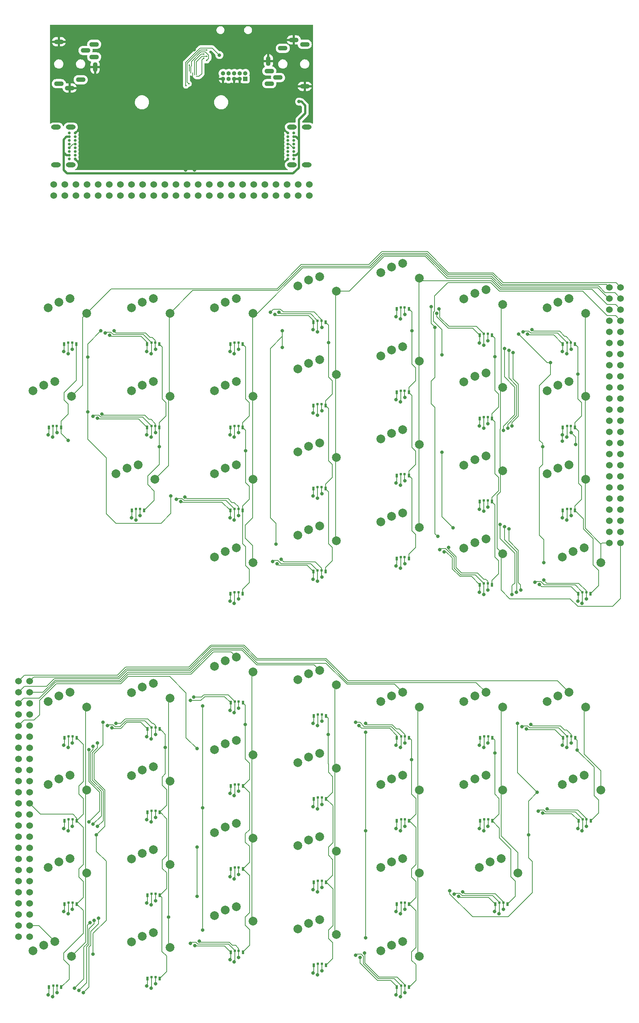
<source format=gbr>
%TF.GenerationSoftware,KiCad,Pcbnew,(6.0.6)*%
%TF.CreationDate,2022-09-03T22:19:58-07:00*%
%TF.ProjectId,NourK,4e6f7572-4b2e-46b6-9963-61645f706362,rev?*%
%TF.SameCoordinates,Original*%
%TF.FileFunction,Copper,L4,Bot*%
%TF.FilePolarity,Positive*%
%FSLAX46Y46*%
G04 Gerber Fmt 4.6, Leading zero omitted, Abs format (unit mm)*
G04 Created by KiCad (PCBNEW (6.0.6)) date 2022-09-03 22:19:58*
%MOMM*%
%LPD*%
G01*
G04 APERTURE LIST*
%TA.AperFunction,ComponentPad*%
%ADD10C,1.524000*%
%TD*%
%TA.AperFunction,ComponentPad*%
%ADD11C,2.000000*%
%TD*%
%TA.AperFunction,ComponentPad*%
%ADD12C,0.650000*%
%TD*%
%TA.AperFunction,ComponentPad*%
%ADD13O,2.216000X1.108000*%
%TD*%
%TA.AperFunction,ComponentPad*%
%ADD14O,1.100000X2.200000*%
%TD*%
%TA.AperFunction,ComponentPad*%
%ADD15O,2.200000X1.100000*%
%TD*%
%TA.AperFunction,ComponentPad*%
%ADD16O,1.000000X1.000000*%
%TD*%
%TA.AperFunction,ComponentPad*%
%ADD17R,1.000000X1.000000*%
%TD*%
%TA.AperFunction,SMDPad,CuDef*%
%ADD18R,0.600000X0.900000*%
%TD*%
%TA.AperFunction,SMDPad,CuDef*%
%ADD19R,0.600000X0.550000*%
%TD*%
%TA.AperFunction,ViaPad*%
%ADD20C,0.800000*%
%TD*%
%TA.AperFunction,ViaPad*%
%ADD21C,0.350000*%
%TD*%
%TA.AperFunction,ViaPad*%
%ADD22C,0.220000*%
%TD*%
%TA.AperFunction,Conductor*%
%ADD23C,0.200000*%
%TD*%
%TA.AperFunction,Conductor*%
%ADD24C,0.500000*%
%TD*%
G04 APERTURE END LIST*
D10*
%TO.P,U3,1,KEY_COL2*%
%TO.N,/rhs/RHS Keys/KEY.COL2*%
X177260000Y-142965000D03*
%TO.P,U3,2,KEY_COL4*%
%TO.N,/rhs/RHS Keys/KEY.COL4*%
X177260000Y-140425000D03*
%TO.P,U3,3,KEY_ROW5*%
%TO.N,/rhs/RHS Keys/KEY.ROW5*%
X177260000Y-137885000D03*
%TO.P,U3,4,KEY_ROW3*%
%TO.N,/rhs/RHS Keys/KEY.ROW3*%
X177260000Y-135345000D03*
%TO.P,U3,5,KEY_ROW1*%
%TO.N,/rhs/RHS Keys/KEY.ROW1*%
X177260000Y-132805000D03*
%TO.P,U3,6,LED_SW_RED1*%
%TO.N,/rhs/RHS LEDs/LED.SW_RED1*%
X177260000Y-130265000D03*
%TO.P,U3,7,LED_SW_GREEN2*%
%TO.N,/rhs/RHS LEDs/LED.SW_GREEN2*%
X177260000Y-127725000D03*
%TO.P,U3,8,LED_SW_BLUE2*%
%TO.N,/rhs/RHS LEDs/LED.SW_BLUE2*%
X177260000Y-125185000D03*
%TO.P,U3,9,LED_CS1*%
%TO.N,/rhs/RHS LEDs/LED.CS_COL1*%
X177260000Y-122645000D03*
%TO.P,U3,10,LED_CS3*%
%TO.N,/rhs/RHS LEDs/LED.CS_COL3*%
X177260000Y-120105000D03*
%TO.P,U3,11,LED_CS5*%
%TO.N,/rhs/RHS LEDs/LED.CS_COL5*%
X177260000Y-117565000D03*
%TO.P,U3,12,LED_CS7*%
%TO.N,/rhs/RHS LEDs/LED.CS_COL7*%
X177260000Y-115025000D03*
%TO.P,U3,13,LED_CS9*%
%TO.N,/rhs/RHS LEDs/LED.CS_COL9*%
X177260000Y-112485000D03*
%TO.P,U3,14,LED_CS11*%
%TO.N,/rhs/RHS LEDs/LED.CS_COL11*%
X177260000Y-109945000D03*
%TO.P,U3,15,LED_CS13*%
%TO.N,/rhs/RHS LEDs/LED.CS_COL13*%
X177260000Y-107405000D03*
%TO.P,U3,16,LED_CS15*%
%TO.N,/rhs/RHS LEDs/LED.CS_COL15*%
X177260000Y-104865000D03*
%TO.P,U3,17,LED_SW_BLUE3*%
%TO.N,/rhs/RHS LEDs/LED.SW_BLUE3*%
X177260000Y-102325000D03*
%TO.P,U3,18,LED_SW_GREEN3*%
%TO.N,/rhs/RHS LEDs/LED.SW_GREEN3*%
X177260000Y-99785000D03*
%TO.P,U3,19,LED_SW_RED4*%
%TO.N,/rhs/RHS LEDs/LED.SW_RED4*%
X177260000Y-97245000D03*
%TO.P,U3,20,KEY_ROW6*%
%TO.N,/rhs/RHS Keys/KEY.ROW6*%
X177260000Y-94705000D03*
%TO.P,U3,21,KEY_ROW8*%
%TO.N,/rhs/RHS Keys/KEY.ROW8*%
X177260000Y-92165000D03*
%TO.P,U3,22,KEY_ROW10*%
%TO.N,/rhs/RHS Keys/KEY.ROW10*%
X177260000Y-89625000D03*
%TO.P,U3,23,KEY_COL7*%
%TO.N,/rhs/RHS Keys/KEY.COL7*%
X177260000Y-87085000D03*
%TO.P,U3,24,KEY_COL9*%
%TO.N,/rhs/RHS Keys/KEY.COL9*%
X177260000Y-84545000D03*
%TO.P,U3,25,KEY_COL10*%
%TO.N,/rhs/RHS Keys/KEY.COL10*%
X179800000Y-84545000D03*
%TO.P,U3,26,KEY_COL8*%
%TO.N,/rhs/RHS Keys/KEY.COL8*%
X179800000Y-87085000D03*
%TO.P,U3,27,KEY_COL6*%
%TO.N,/rhs/RHS Keys/KEY.COL6*%
X179800000Y-89625000D03*
%TO.P,U3,28,KEY_ROW9*%
%TO.N,/rhs/RHS Keys/KEY.ROW9*%
X179800000Y-92165000D03*
%TO.P,U3,29,KEY_ROW7*%
%TO.N,/rhs/RHS Keys/KEY.ROW7*%
X179800000Y-94705000D03*
%TO.P,U3,30,LED_SW_BLUE4*%
%TO.N,/rhs/RHS LEDs/LED.SW_BLUE4*%
X179800000Y-97245000D03*
%TO.P,U3,31,LED_SW_GREEN4*%
%TO.N,/rhs/RHS LEDs/LED.SW_GREEN4*%
X179800000Y-99785000D03*
%TO.P,U3,32,LED_SW_RED3*%
%TO.N,/rhs/RHS LEDs/LED.SW_RED3*%
X179800000Y-102325000D03*
%TO.P,U3,33,LED_CS16*%
%TO.N,/rhs/RHS LEDs/LED.CS_COL16*%
X179800000Y-104865000D03*
%TO.P,U3,34,LED_CS14*%
%TO.N,/rhs/RHS LEDs/LED.CS_COL14*%
X179800000Y-107405000D03*
%TO.P,U3,35,LED_CS12*%
%TO.N,/rhs/RHS LEDs/LED.CS_COL12*%
X179800000Y-109945000D03*
%TO.P,U3,36,LED_CS10*%
%TO.N,/rhs/RHS LEDs/LED.CS_COL10*%
X179800000Y-112485000D03*
%TO.P,U3,37,LED_CS8*%
%TO.N,/rhs/RHS LEDs/LED.CS_COL8*%
X179800000Y-115025000D03*
%TO.P,U3,38,LED_CS6*%
%TO.N,/rhs/RHS LEDs/LED.CS_COL6*%
X179800000Y-117565000D03*
%TO.P,U3,39,LED_CS4*%
%TO.N,/rhs/RHS LEDs/LED.CS_COL4*%
X179800000Y-120105000D03*
%TO.P,U3,40,LED_CS2*%
%TO.N,/rhs/RHS LEDs/LED.CS_COL2*%
X179800000Y-122645000D03*
%TO.P,U3,41,LED_SW_RED2*%
%TO.N,/rhs/RHS LEDs/LED.SW_RED2*%
X179800000Y-125185000D03*
%TO.P,U3,42,LED_SW_GREEN1*%
%TO.N,/rhs/RHS LEDs/LED.SW_GREEN1*%
X179800000Y-127725000D03*
%TO.P,U3,43,LED_SW_BLUE1*%
%TO.N,/rhs/RHS LEDs/LED.SW_BLUE1*%
X179800000Y-130265000D03*
%TO.P,U3,44,KEY_ROW2*%
%TO.N,/rhs/RHS Keys/KEY.ROW2*%
X179800000Y-132805000D03*
%TO.P,U3,45,KEY_ROW4*%
%TO.N,/rhs/RHS Keys/KEY.ROW4*%
X179800000Y-135345000D03*
%TO.P,U3,46,KEY_COL5*%
%TO.N,/rhs/RHS Keys/KEY.COL5*%
X179800000Y-137885000D03*
%TO.P,U3,47,KEY_COL3*%
%TO.N,/rhs/RHS Keys/KEY.COL3*%
X179800000Y-140425000D03*
%TO.P,U3,48,KEY_COL1*%
%TO.N,/rhs/RHS Keys/KEY.COL1*%
X179800000Y-142965000D03*
%TD*%
%TO.P,U4,1,KEY_COL2*%
%TO.N,/core/KEY.COL2*%
X50250000Y-61010000D03*
%TO.P,U4,2,KEY_COL4*%
%TO.N,/core/KEY.COL4*%
X52790000Y-61010000D03*
%TO.P,U4,3,KEY_ROW5*%
%TO.N,/core/KEY.ROW5*%
X55330000Y-61010000D03*
%TO.P,U4,4,KEY_ROW3*%
%TO.N,/core/KEY.ROW3*%
X57870000Y-61010000D03*
%TO.P,U4,5,KEY_ROW1*%
%TO.N,/core/KEY.ROW1*%
X60410000Y-61010000D03*
%TO.P,U4,6,LED_SW_RED1*%
%TO.N,/core/LED.SW_RED2*%
X62950000Y-61010000D03*
%TO.P,U4,7,LED_SW_GREEN2*%
%TO.N,/core/LED.SW_GREEN1*%
X65490000Y-61010000D03*
%TO.P,U4,8,LED_SW_BLUE2*%
%TO.N,/core/LED.SW_BLUE1*%
X68030000Y-61010000D03*
%TO.P,U4,9,LED_CS1*%
%TO.N,/core/LED.CS_COL1*%
X70570000Y-61010000D03*
%TO.P,U4,10,LED_CS3*%
%TO.N,/core/LED.CS_COL3*%
X73110000Y-61010000D03*
%TO.P,U4,11,LED_CS5*%
%TO.N,/core/LED.CS_COL5*%
X75650000Y-61010000D03*
%TO.P,U4,12,LED_CS7*%
%TO.N,/core/LED.CS_COL7*%
X78190000Y-61010000D03*
%TO.P,U4,13,LED_CS9*%
%TO.N,/core/LED.CS_COL9*%
X80730000Y-61010000D03*
%TO.P,U4,14,LED_CS11*%
%TO.N,/core/LED.CS_COL11*%
X83270000Y-61010000D03*
%TO.P,U4,15,LED_CS13*%
%TO.N,/core/LED.CS_COL13*%
X85810000Y-61010000D03*
%TO.P,U4,16,LED_CS15*%
%TO.N,/core/LED.CS_COL15*%
X88350000Y-61010000D03*
%TO.P,U4,17,LED_SW_BLUE3*%
%TO.N,/core/LED.SW_BLUE3*%
X90890000Y-61010000D03*
%TO.P,U4,18,LED_SW_GREEN3*%
%TO.N,/core/LED.SW_GREEN3*%
X93430000Y-61010000D03*
%TO.P,U4,19,LED_SW_RED4*%
%TO.N,/core/LED.SW_GREEN4*%
X95970000Y-61010000D03*
%TO.P,U4,20,KEY_ROW6*%
%TO.N,/core/KEY.ROW6*%
X98510000Y-61010000D03*
%TO.P,U4,21,KEY_ROW8*%
%TO.N,/core/KEY.ROW8*%
X101050000Y-61010000D03*
%TO.P,U4,22,KEY_ROW10*%
%TO.N,/core/KEY.ROW10*%
X103590000Y-61010000D03*
%TO.P,U4,23,KEY_COL7*%
%TO.N,/core/KEY.COL7*%
X106130000Y-61010000D03*
%TO.P,U4,24,KEY_COL9*%
%TO.N,/core/KEY.COL9*%
X108670000Y-61010000D03*
%TO.P,U4,25,KEY_COL10*%
%TO.N,/core/KEY.COL10*%
X108670000Y-63550000D03*
%TO.P,U4,26,KEY_COL8*%
%TO.N,/core/KEY.COL8*%
X106130000Y-63550000D03*
%TO.P,U4,27,KEY_COL6*%
%TO.N,/core/KEY.COL6*%
X103590000Y-63550000D03*
%TO.P,U4,28,KEY_ROW9*%
%TO.N,/core/KEY.ROW9*%
X101050000Y-63550000D03*
%TO.P,U4,29,KEY_ROW7*%
%TO.N,/core/KEY.ROW7*%
X98510000Y-63550000D03*
%TO.P,U4,30,LED_SW_BLUE4*%
%TO.N,/core/LED.SW_RED4*%
X95970000Y-63550000D03*
%TO.P,U4,31,LED_SW_GREEN4*%
%TO.N,/core/LED.SW_BLUE4*%
X93430000Y-63550000D03*
%TO.P,U4,32,LED_SW_RED3*%
%TO.N,/core/LED.SW_RED3*%
X90890000Y-63550000D03*
%TO.P,U4,33,LED_CS16*%
%TO.N,/core/LED.CS_COL16*%
X88350000Y-63550000D03*
%TO.P,U4,34,LED_CS14*%
%TO.N,/core/LED.CS_COL14*%
X85810000Y-63550000D03*
%TO.P,U4,35,LED_CS12*%
%TO.N,/core/LED.CS_COL12*%
X83270000Y-63550000D03*
%TO.P,U4,36,LED_CS10*%
%TO.N,/core/LED.CS_COL10*%
X80730000Y-63550000D03*
%TO.P,U4,37,LED_CS8*%
%TO.N,/core/LED.CS_COL8*%
X78190000Y-63550000D03*
%TO.P,U4,38,LED_CS6*%
%TO.N,/core/LED.CS_COL6*%
X75650000Y-63550000D03*
%TO.P,U4,39,LED_CS4*%
%TO.N,/core/LED.CS_COL4*%
X73110000Y-63550000D03*
%TO.P,U4,40,LED_CS2*%
%TO.N,/core/LED.CS_COL2*%
X70570000Y-63550000D03*
%TO.P,U4,41,LED_SW_RED2*%
%TO.N,/core/LED.SW_RED1*%
X68030000Y-63550000D03*
%TO.P,U4,42,LED_SW_GREEN1*%
%TO.N,/core/LED.SW_GREEN2*%
X65490000Y-63550000D03*
%TO.P,U4,43,LED_SW_BLUE1*%
%TO.N,/core/LED.SW_BLUE2*%
X62950000Y-63550000D03*
%TO.P,U4,44,KEY_ROW2*%
%TO.N,/core/KEY.ROW2*%
X60410000Y-63550000D03*
%TO.P,U4,45,KEY_ROW4*%
%TO.N,/core/KEY.ROW4*%
X57870000Y-63550000D03*
%TO.P,U4,46,KEY_COL5*%
%TO.N,/core/KEY.COL5*%
X55330000Y-63550000D03*
%TO.P,U4,47,KEY_COL3*%
%TO.N,/core/KEY.COL3*%
X52790000Y-63550000D03*
%TO.P,U4,48,KEY_COL1*%
%TO.N,/core/KEY.COL1*%
X50250000Y-63550000D03*
%TD*%
%TO.P,U5,1,KEY_COL2*%
%TO.N,/lhs/LHS Keys/KEY.COL2*%
X44740000Y-174580000D03*
%TO.P,U5,2,KEY_COL4*%
%TO.N,/lhs/LHS Keys/KEY.COL4*%
X44740000Y-177120000D03*
%TO.P,U5,3,KEY_ROW5*%
%TO.N,/lhs/LHS Keys/KEY.ROW5*%
X44740000Y-179660000D03*
%TO.P,U5,4,KEY_ROW3*%
%TO.N,/lhs/LHS Keys/KEY.ROW3*%
X44740000Y-182200000D03*
%TO.P,U5,5,KEY_ROW1*%
%TO.N,/lhs/LHS Keys/KEY.ROW1*%
X44740000Y-184740000D03*
%TO.P,U5,6,LED_SW_RED1*%
%TO.N,/lhs/LHS LEDs/LED.SW_RED1*%
X44740000Y-187280000D03*
%TO.P,U5,7,LED_SW_GREEN2*%
%TO.N,/lhs/LHS LEDs/LED.SW_GREEN2*%
X44740000Y-189820000D03*
%TO.P,U5,8,LED_SW_BLUE2*%
%TO.N,/lhs/LHS LEDs/LED.SW_BLUE2*%
X44740000Y-192360000D03*
%TO.P,U5,9,LED_CS1*%
%TO.N,/lhs/LHS LEDs/LED.CS_COL1*%
X44740000Y-194900000D03*
%TO.P,U5,10,LED_CS3*%
%TO.N,/lhs/LHS LEDs/LED.CS_COL3*%
X44740000Y-197440000D03*
%TO.P,U5,11,LED_CS5*%
%TO.N,/lhs/LHS LEDs/LED.CS_COL5*%
X44740000Y-199980000D03*
%TO.P,U5,12,LED_CS7*%
%TO.N,/lhs/LHS LEDs/LED.CS_COL7*%
X44740000Y-202520000D03*
%TO.P,U5,13,LED_CS9*%
%TO.N,/lhs/LHS LEDs/LED.CS_COL9*%
X44740000Y-205060000D03*
%TO.P,U5,14,LED_CS11*%
%TO.N,/lhs/LHS LEDs/LED.CS_COL11*%
X44740000Y-207600000D03*
%TO.P,U5,15,LED_CS13*%
%TO.N,/lhs/LHS LEDs/LED.CS_COL13*%
X44740000Y-210140000D03*
%TO.P,U5,16,LED_CS15*%
%TO.N,/lhs/LHS LEDs/LED.CS_COL15*%
X44740000Y-212680000D03*
%TO.P,U5,17,LED_SW_BLUE3*%
%TO.N,/lhs/LHS LEDs/LED.SW_BLUE3*%
X44740000Y-215220000D03*
%TO.P,U5,18,LED_SW_GREEN3*%
%TO.N,/lhs/LHS LEDs/LED.SW_GREEN3*%
X44740000Y-217760000D03*
%TO.P,U5,19,LED_SW_RED4*%
%TO.N,/lhs/LHS LEDs/LED.SW_RED4*%
X44740000Y-220300000D03*
%TO.P,U5,20,KEY_ROW6*%
%TO.N,/lhs/LHS Keys/KEY.ROW6*%
X44740000Y-222840000D03*
%TO.P,U5,21,KEY_ROW8*%
%TO.N,/lhs/LHS Keys/KEY.ROW8*%
X44740000Y-225380000D03*
%TO.P,U5,22,KEY_ROW10*%
%TO.N,/lhs/LHS Keys/KEY.ROW10*%
X44740000Y-227920000D03*
%TO.P,U5,23,KEY_COL7*%
%TO.N,/lhs/LHS Keys/KEY.COL7*%
X44740000Y-230460000D03*
%TO.P,U5,24,KEY_COL9*%
%TO.N,/lhs/LHS Keys/KEY.COL9*%
X44740000Y-233000000D03*
%TO.P,U5,25,KEY_COL10*%
%TO.N,/lhs/LHS Keys/KEY.COL10*%
X42200000Y-233000000D03*
%TO.P,U5,26,KEY_COL8*%
%TO.N,/lhs/LHS Keys/KEY.COL8*%
X42200000Y-230460000D03*
%TO.P,U5,27,KEY_COL6*%
%TO.N,/lhs/LHS Keys/KEY.COL6*%
X42200000Y-227920000D03*
%TO.P,U5,28,KEY_ROW9*%
%TO.N,/lhs/LHS Keys/KEY.ROW9*%
X42200000Y-225380000D03*
%TO.P,U5,29,KEY_ROW7*%
%TO.N,/lhs/LHS Keys/KEY.ROW7*%
X42200000Y-222840000D03*
%TO.P,U5,30,LED_SW_BLUE4*%
%TO.N,/lhs/LHS LEDs/LED.SW_BLUE4*%
X42200000Y-220300000D03*
%TO.P,U5,31,LED_SW_GREEN4*%
%TO.N,/lhs/LHS LEDs/LED.SW_GREEN4*%
X42200000Y-217760000D03*
%TO.P,U5,32,LED_SW_RED3*%
%TO.N,/lhs/LHS LEDs/LED.SW_RED3*%
X42200000Y-215220000D03*
%TO.P,U5,33,LED_CS16*%
%TO.N,/lhs/LHS LEDs/LED.CS_COL16*%
X42200000Y-212680000D03*
%TO.P,U5,34,LED_CS14*%
%TO.N,/lhs/LHS LEDs/LED.CS_COL14*%
X42200000Y-210140000D03*
%TO.P,U5,35,LED_CS12*%
%TO.N,/lhs/LHS LEDs/LED.CS_COL12*%
X42200000Y-207600000D03*
%TO.P,U5,36,LED_CS10*%
%TO.N,/lhs/LHS LEDs/LED.CS_COL10*%
X42200000Y-205060000D03*
%TO.P,U5,37,LED_CS8*%
%TO.N,/lhs/LHS LEDs/LED.CS_COL8*%
X42200000Y-202520000D03*
%TO.P,U5,38,LED_CS6*%
%TO.N,/lhs/LHS LEDs/LED.CS_COL6*%
X42200000Y-199980000D03*
%TO.P,U5,39,LED_CS4*%
%TO.N,/lhs/LHS LEDs/LED.CS_COL4*%
X42200000Y-197440000D03*
%TO.P,U5,40,LED_CS2*%
%TO.N,/lhs/LHS LEDs/LED.CS_COL2*%
X42200000Y-194900000D03*
%TO.P,U5,41,LED_SW_RED2*%
%TO.N,/lhs/LHS LEDs/LED.SW_RED2*%
X42200000Y-192360000D03*
%TO.P,U5,42,LED_SW_GREEN1*%
%TO.N,/lhs/LHS LEDs/LED.SW_GREEN1*%
X42200000Y-189820000D03*
%TO.P,U5,43,LED_SW_BLUE1*%
%TO.N,/lhs/LHS LEDs/LED.SW_BLUE1*%
X42200000Y-187280000D03*
%TO.P,U5,44,KEY_ROW2*%
%TO.N,/lhs/LHS Keys/KEY.ROW2*%
X42200000Y-184740000D03*
%TO.P,U5,45,KEY_ROW4*%
%TO.N,/lhs/LHS Keys/KEY.ROW4*%
X42200000Y-182200000D03*
%TO.P,U5,46,KEY_COL5*%
%TO.N,/lhs/LHS Keys/KEY.COL5*%
X42200000Y-179660000D03*
%TO.P,U5,47,KEY_COL3*%
%TO.N,/lhs/LHS Keys/KEY.COL3*%
X42200000Y-177120000D03*
%TO.P,U5,48,KEY_COL1*%
%TO.N,/lhs/LHS Keys/KEY.COL1*%
X42200000Y-174580000D03*
%TD*%
D11*
%TO.P,SW53,1,A*%
%TO.N,Net-(D48-Pad1)*%
X51460000Y-215920000D03*
X49000000Y-217200000D03*
%TO.P,SW53,2,B*%
%TO.N,/lhs/LHS Keys/KEY.COL7*%
X54000000Y-215100000D03*
X57810000Y-218460000D03*
%TD*%
%TO.P,SW36,1,A*%
%TO.N,Net-(D43-Pad2)*%
X127460000Y-196920000D03*
X125000000Y-198200000D03*
%TO.P,SW36,2,B*%
%TO.N,/lhs/LHS Keys/KEY.COL3*%
X130000000Y-196100000D03*
X133810000Y-199460000D03*
%TD*%
%TO.P,SW33,1,A*%
%TO.N,Net-(D43-Pad4)*%
X146460000Y-196920000D03*
X144000000Y-198200000D03*
%TO.P,SW33,2,B*%
%TO.N,/lhs/LHS Keys/KEY.COL2*%
X149000000Y-196100000D03*
X152810000Y-199460000D03*
%TD*%
%TO.P,SW13,1,A*%
%TO.N,Net-(D3-Pad2)*%
X127460000Y-117920000D03*
X125000000Y-119200000D03*
%TO.P,SW13,2,B*%
%TO.N,/rhs/RHS Keys/KEY.COL6*%
X130000000Y-117100000D03*
X133810000Y-120460000D03*
%TD*%
%TO.P,SW49,1,A*%
%TO.N,Net-(D48-Pad2)*%
X70460000Y-213920000D03*
X68000000Y-215200000D03*
%TO.P,SW49,2,B*%
%TO.N,/lhs/LHS Keys/KEY.COL6*%
X73000000Y-213100000D03*
X76810000Y-216460000D03*
%TD*%
%TO.P,SW8,1,A*%
%TO.N,Net-(D2-Pad4)*%
X146460000Y-104920000D03*
X144000000Y-106200000D03*
%TO.P,SW8,2,B*%
%TO.N,/rhs/RHS Keys/KEY.COL1*%
X149000000Y-104100000D03*
X152810000Y-107460000D03*
%TD*%
%TO.P,SW26,1,A*%
%TO.N,Net-(D5-Pad1)*%
X51460000Y-87920000D03*
X49000000Y-89200000D03*
%TO.P,SW26,2,B*%
%TO.N,/rhs/RHS Keys/KEY.COL10*%
X54000000Y-87100000D03*
X57810000Y-90460000D03*
%TD*%
%TO.P,SW23,1,A*%
%TO.N,Net-(D5-Pad2)*%
X70460000Y-87920000D03*
X68000000Y-89200000D03*
%TO.P,SW23,2,B*%
%TO.N,/rhs/RHS Keys/KEY.COL9*%
X73000000Y-87100000D03*
X76810000Y-90460000D03*
%TD*%
%TO.P,SW18,1,A*%
%TO.N,Net-(D8-Pad5)*%
X108460000Y-139920000D03*
X106000000Y-141200000D03*
%TO.P,SW18,2,B*%
%TO.N,/rhs/RHS Keys/KEY.COL7*%
X111000000Y-139100000D03*
X114810000Y-142460000D03*
%TD*%
%TO.P,SW21,1,A*%
%TO.N,Net-(D7-Pad4)*%
X89460000Y-125920000D03*
X87000000Y-127200000D03*
%TO.P,SW21,2,B*%
%TO.N,/rhs/RHS Keys/KEY.COL8*%
X92000000Y-125100000D03*
X95810000Y-128460000D03*
%TD*%
%TO.P,SW11,1,A*%
%TO.N,Net-(D1-Pad2)*%
X127460000Y-79920000D03*
X125000000Y-81200000D03*
%TO.P,SW11,2,B*%
%TO.N,/rhs/RHS Keys/KEY.COL6*%
X130000000Y-79100000D03*
X133810000Y-82460000D03*
%TD*%
%TO.P,SW4,1,A*%
%TO.N,Net-(D2-Pad5)*%
X165460000Y-106920000D03*
X163000000Y-108200000D03*
%TO.P,SW4,2,B*%
%TO.N,/rhs/RHS Keys/KEY.COL2*%
X168000000Y-106100000D03*
X171810000Y-109460000D03*
%TD*%
%TO.P,SW45,1,A*%
%TO.N,Net-(D48-Pad5)*%
X89460000Y-207920000D03*
X87000000Y-209200000D03*
%TO.P,SW45,2,B*%
%TO.N,/lhs/LHS Keys/KEY.COL5*%
X92000000Y-207100000D03*
X95810000Y-210460000D03*
%TD*%
%TO.P,SW41,1,A*%
%TO.N,Net-(D44-Pad1)*%
X108460000Y-210920000D03*
X106000000Y-212200000D03*
%TO.P,SW41,2,B*%
%TO.N,/lhs/LHS Keys/KEY.COL4*%
X111000000Y-210100000D03*
X114810000Y-213460000D03*
%TD*%
%TO.P,SW42,1,A*%
%TO.N,Net-(D45-Pad1)*%
X108460000Y-229920000D03*
X106000000Y-231200000D03*
%TO.P,SW42,2,B*%
%TO.N,/lhs/LHS Keys/KEY.COL4*%
X111000000Y-229100000D03*
X114810000Y-232460000D03*
%TD*%
%TO.P,SW20,1,A*%
%TO.N,Net-(D6-Pad4)*%
X89460000Y-106920000D03*
X87000000Y-108200000D03*
%TO.P,SW20,2,B*%
%TO.N,/rhs/RHS Keys/KEY.COL8*%
X92000000Y-106100000D03*
X95810000Y-109460000D03*
%TD*%
%TO.P,SW40,1,A*%
%TO.N,Net-(D43-Pad1)*%
X108460000Y-191920000D03*
X106000000Y-193200000D03*
%TO.P,SW40,2,B*%
%TO.N,/lhs/LHS Keys/KEY.COL4*%
X111000000Y-191100000D03*
X114810000Y-194460000D03*
%TD*%
%TO.P,SW51,1,A*%
%TO.N,Net-(D46-Pad1)*%
X51460000Y-177920000D03*
X49000000Y-179200000D03*
%TO.P,SW51,2,B*%
%TO.N,/lhs/LHS Keys/KEY.COL7*%
X54000000Y-177100000D03*
X57810000Y-180460000D03*
%TD*%
%TO.P,SW12,1,A*%
%TO.N,Net-(D2-Pad2)*%
X127460000Y-98920000D03*
X125000000Y-100200000D03*
%TO.P,SW12,2,B*%
%TO.N,/rhs/RHS Keys/KEY.COL6*%
X130000000Y-98100000D03*
X133810000Y-101460000D03*
%TD*%
%TO.P,SW37,1,A*%
%TO.N,Net-(D44-Pad2)*%
X127460000Y-215920000D03*
X125000000Y-217200000D03*
%TO.P,SW37,2,B*%
%TO.N,/lhs/LHS Keys/KEY.COL3*%
X130000000Y-215100000D03*
X133810000Y-218460000D03*
%TD*%
%TO.P,SW30,1,A*%
%TO.N,Net-(D42-Pad5)*%
X165460000Y-177920000D03*
X163000000Y-179200000D03*
%TO.P,SW30,2,B*%
%TO.N,/lhs/LHS Keys/KEY.COL1*%
X168000000Y-177100000D03*
X171810000Y-180460000D03*
%TD*%
%TO.P,SW25,1,A*%
%TO.N,Net-(D7-Pad2)*%
X66960000Y-125920000D03*
X64500000Y-127200000D03*
%TO.P,SW25,2,B*%
%TO.N,/rhs/RHS Keys/KEY.COL9*%
X69500000Y-125100000D03*
X73310000Y-128460000D03*
%TD*%
%TO.P,SW19,1,A*%
%TO.N,Net-(D5-Pad4)*%
X89460000Y-87920000D03*
X87000000Y-89200000D03*
%TO.P,SW19,2,B*%
%TO.N,/rhs/RHS Keys/KEY.COL8*%
X92000000Y-87100000D03*
X95810000Y-90460000D03*
%TD*%
%TO.P,SW52,1,A*%
%TO.N,Net-(D47-Pad1)*%
X51460000Y-196920000D03*
X49000000Y-198200000D03*
%TO.P,SW52,2,B*%
%TO.N,/lhs/LHS Keys/KEY.COL7*%
X54000000Y-196100000D03*
X57810000Y-199460000D03*
%TD*%
%TO.P,SW38,1,A*%
%TO.N,Net-(D45-Pad2)*%
X127460000Y-234920000D03*
X125000000Y-236200000D03*
%TO.P,SW38,2,B*%
%TO.N,/lhs/LHS Keys/KEY.COL3*%
X130000000Y-234100000D03*
X133810000Y-237460000D03*
%TD*%
%TO.P,SW35,1,A*%
%TO.N,Net-(D42-Pad2)*%
X127460000Y-177920000D03*
X125000000Y-179200000D03*
%TO.P,SW35,2,B*%
%TO.N,/lhs/LHS Keys/KEY.COL3*%
X130000000Y-177100000D03*
X133810000Y-180460000D03*
%TD*%
%TO.P,SW5,1,A*%
%TO.N,Net-(D3-Pad5)*%
X165460000Y-125920000D03*
X163000000Y-127200000D03*
%TO.P,SW5,2,B*%
%TO.N,/rhs/RHS Keys/KEY.COL2*%
X168000000Y-125100000D03*
X171810000Y-128460000D03*
%TD*%
%TO.P,SW47,1,A*%
%TO.N,Net-(D46-Pad2)*%
X70460000Y-175920000D03*
X68000000Y-177200000D03*
%TO.P,SW47,2,B*%
%TO.N,/lhs/LHS Keys/KEY.COL6*%
X73000000Y-175100000D03*
X76810000Y-178460000D03*
%TD*%
%TO.P,SW50,1,A*%
%TO.N,Net-(D49-Pad2)*%
X70460000Y-232920000D03*
X68000000Y-234200000D03*
%TO.P,SW50,2,B*%
%TO.N,/lhs/LHS Keys/KEY.COL6*%
X73000000Y-232100000D03*
X76810000Y-235460000D03*
%TD*%
%TO.P,SW14,1,A*%
%TO.N,Net-(D4-Pad2)*%
X127460000Y-136920000D03*
X125000000Y-138200000D03*
%TO.P,SW14,2,B*%
%TO.N,/rhs/RHS Keys/KEY.COL6*%
X130000000Y-136100000D03*
X133810000Y-139460000D03*
%TD*%
%TO.P,SW9,1,A*%
%TO.N,Net-(D3-Pad4)*%
X146460000Y-123920000D03*
X144000000Y-125200000D03*
%TO.P,SW9,2,B*%
%TO.N,/rhs/RHS Keys/KEY.COL1*%
X149000000Y-123100000D03*
X152810000Y-126460000D03*
%TD*%
%TO.P,SW17,1,A*%
%TO.N,Net-(D7-Pad5)*%
X108460000Y-120920000D03*
X106000000Y-122200000D03*
%TO.P,SW17,2,B*%
%TO.N,/rhs/RHS Keys/KEY.COL7*%
X111000000Y-120100000D03*
X114810000Y-123460000D03*
%TD*%
%TO.P,SW43,1,A*%
%TO.N,Net-(D46-Pad5)*%
X89460000Y-169920000D03*
X87000000Y-171200000D03*
%TO.P,SW43,2,B*%
%TO.N,/lhs/LHS Keys/KEY.COL5*%
X92000000Y-169100000D03*
X95810000Y-172460000D03*
%TD*%
%TO.P,SW32,1,A*%
%TO.N,Net-(D42-Pad4)*%
X146460000Y-177920000D03*
X144000000Y-179200000D03*
%TO.P,SW32,2,B*%
%TO.N,/lhs/LHS Keys/KEY.COL2*%
X149000000Y-177100000D03*
X152810000Y-180460000D03*
%TD*%
%TO.P,SW44,1,A*%
%TO.N,Net-(D47-Pad5)*%
X89460000Y-188920000D03*
X87000000Y-190200000D03*
%TO.P,SW44,2,B*%
%TO.N,/lhs/LHS Keys/KEY.COL5*%
X92000000Y-188100000D03*
X95810000Y-191460000D03*
%TD*%
%TO.P,SW24,1,A*%
%TO.N,Net-(D6-Pad2)*%
X70460000Y-106920000D03*
X68000000Y-108200000D03*
%TO.P,SW24,2,B*%
%TO.N,/rhs/RHS Keys/KEY.COL9*%
X73000000Y-106100000D03*
X76810000Y-109460000D03*
%TD*%
%TO.P,SW31,1,A*%
%TO.N,Net-(D43-Pad5)*%
X168960000Y-196920000D03*
X166500000Y-198200000D03*
%TO.P,SW31,2,B*%
%TO.N,/lhs/LHS Keys/KEY.COL1*%
X171500000Y-196100000D03*
X175310000Y-199460000D03*
%TD*%
%TO.P,SW22,1,A*%
%TO.N,Net-(D8-Pad4)*%
X89460000Y-144920000D03*
X87000000Y-146200000D03*
%TO.P,SW22,2,B*%
%TO.N,/rhs/RHS Keys/KEY.COL8*%
X92000000Y-144100000D03*
X95810000Y-147460000D03*
%TD*%
%TO.P,SW48,1,A*%
%TO.N,Net-(D47-Pad2)*%
X70460000Y-194920000D03*
X68000000Y-196200000D03*
%TO.P,SW48,2,B*%
%TO.N,/lhs/LHS Keys/KEY.COL6*%
X73000000Y-194100000D03*
X76810000Y-197460000D03*
%TD*%
%TO.P,SW10,1,A*%
%TO.N,Net-(D4-Pad4)*%
X146460000Y-142920000D03*
X144000000Y-144200000D03*
%TO.P,SW10,2,B*%
%TO.N,/rhs/RHS Keys/KEY.COL1*%
X149000000Y-142100000D03*
X152810000Y-145460000D03*
%TD*%
%TO.P,SW46,1,A*%
%TO.N,Net-(D49-Pad5)*%
X89460000Y-226920000D03*
X87000000Y-228200000D03*
%TO.P,SW46,2,B*%
%TO.N,/lhs/LHS Keys/KEY.COL5*%
X92000000Y-226100000D03*
X95810000Y-229460000D03*
%TD*%
%TO.P,SW34,1,A*%
%TO.N,Net-(D44-Pad4)*%
X149960000Y-215920000D03*
X147500000Y-217200000D03*
%TO.P,SW34,2,B*%
%TO.N,/lhs/LHS Keys/KEY.COL2*%
X152500000Y-215100000D03*
X156310000Y-218460000D03*
%TD*%
%TO.P,SW16,1,A*%
%TO.N,Net-(D6-Pad5)*%
X108460000Y-101920000D03*
X106000000Y-103200000D03*
%TO.P,SW16,2,B*%
%TO.N,/rhs/RHS Keys/KEY.COL7*%
X111000000Y-101100000D03*
X114810000Y-104460000D03*
%TD*%
%TO.P,SW15,1,A*%
%TO.N,Net-(D5-Pad5)*%
X108460000Y-82920000D03*
X106000000Y-84200000D03*
%TO.P,SW15,2,B*%
%TO.N,/rhs/RHS Keys/KEY.COL7*%
X111000000Y-82100000D03*
X114810000Y-85460000D03*
%TD*%
%TO.P,SW54,1,A*%
%TO.N,Net-(D49-Pad1)*%
X47960000Y-234920000D03*
X45500000Y-236200000D03*
%TO.P,SW54,2,B*%
%TO.N,/lhs/LHS Keys/KEY.COL7*%
X50500000Y-234100000D03*
X54310000Y-237460000D03*
%TD*%
%TO.P,SW39,1,A*%
%TO.N,Net-(D42-Pad1)*%
X108460000Y-172920000D03*
X106000000Y-174200000D03*
%TO.P,SW39,2,B*%
%TO.N,/lhs/LHS Keys/KEY.COL4*%
X111000000Y-172100000D03*
X114810000Y-175460000D03*
%TD*%
%TO.P,SW7,1,A*%
%TO.N,Net-(D1-Pad4)*%
X146460000Y-85920000D03*
X144000000Y-87200000D03*
%TO.P,SW7,2,B*%
%TO.N,/rhs/RHS Keys/KEY.COL1*%
X149000000Y-85100000D03*
X152810000Y-88460000D03*
%TD*%
%TO.P,SW27,1,A*%
%TO.N,Net-(D6-Pad1)*%
X47960000Y-106920000D03*
X45500000Y-108200000D03*
%TO.P,SW27,2,B*%
%TO.N,/rhs/RHS Keys/KEY.COL10*%
X50500000Y-106100000D03*
X54310000Y-109460000D03*
%TD*%
%TO.P,SW6,1,A*%
%TO.N,Net-(D4-Pad5)*%
X168960000Y-144920000D03*
X166500000Y-146200000D03*
%TO.P,SW6,2,B*%
%TO.N,/rhs/RHS Keys/KEY.COL2*%
X171500000Y-144100000D03*
X175310000Y-147460000D03*
%TD*%
%TO.P,SW3,1,A*%
%TO.N,Net-(D1-Pad5)*%
X165460000Y-87920000D03*
X163000000Y-89200000D03*
%TO.P,SW3,2,B*%
%TO.N,/rhs/RHS Keys/KEY.COL2*%
X168000000Y-87100000D03*
X171810000Y-90460000D03*
%TD*%
D12*
%TO.P,J4,A1,GND*%
%TO.N,GND*%
X55125000Y-49275000D03*
%TO.P,J4,A4,VBUS*%
%TO.N,VBUS*%
X55125000Y-50125000D03*
%TO.P,J4,A5,CC1*%
%TO.N,Net-(J4-PadA5)*%
X55125000Y-50975000D03*
%TO.P,J4,A6,D+*%
%TO.N,/core/D+*%
X55125000Y-51825000D03*
%TO.P,J4,A7,D-*%
%TO.N,/core/D-*%
X55125000Y-52675000D03*
%TO.P,J4,A8,SBU1*%
%TO.N,unconnected-(J4-PadA8)*%
X55125000Y-53525000D03*
%TO.P,J4,A9,VBUS*%
%TO.N,VBUS*%
X55125000Y-54375000D03*
%TO.P,J4,A12,GND*%
%TO.N,GND*%
X55125000Y-55225000D03*
%TO.P,J4,B1,GND*%
X53775000Y-55225000D03*
%TO.P,J4,B4,VBUS*%
%TO.N,VBUS*%
X53775000Y-54375000D03*
%TO.P,J4,B5,CC2*%
%TO.N,Net-(J4-PadB5)*%
X53775000Y-53525000D03*
%TO.P,J4,B6,D+*%
%TO.N,/core/D+*%
X53775000Y-52675000D03*
%TO.P,J4,B7,D-*%
%TO.N,/core/D-*%
X53775000Y-51825000D03*
%TO.P,J4,B8,SBU2*%
%TO.N,unconnected-(J4-PadB8)*%
X53775000Y-50975000D03*
%TO.P,J4,B9,VBUS*%
%TO.N,VBUS*%
X53775000Y-50125000D03*
%TO.P,J4,B12,GND*%
%TO.N,GND*%
X53775000Y-49275000D03*
D13*
%TO.P,J4,P1*%
%TO.N,N/C*%
X54145000Y-47925000D03*
%TO.P,J4,P2*%
X54145000Y-56575000D03*
%TO.P,J4,P3*%
X50765000Y-47925000D03*
%TO.P,J4,P4*%
X50765000Y-56575000D03*
%TD*%
D12*
%TO.P,J3,A1,GND*%
%TO.N,GND*%
X103725000Y-55225000D03*
%TO.P,J3,A4,VBUS*%
%TO.N,VBUS*%
X103725000Y-54375000D03*
%TO.P,J3,A5,CC1*%
%TO.N,Net-(J3-PadA5)*%
X103725000Y-53525000D03*
%TO.P,J3,A6,D+*%
%TO.N,/core/D+*%
X103725000Y-52675000D03*
%TO.P,J3,A7,D-*%
%TO.N,/core/D-*%
X103725000Y-51825000D03*
%TO.P,J3,A8,SBU1*%
%TO.N,unconnected-(J3-PadA8)*%
X103725000Y-50975000D03*
%TO.P,J3,A9,VBUS*%
%TO.N,VBUS*%
X103725000Y-50125000D03*
%TO.P,J3,A12,GND*%
%TO.N,GND*%
X103725000Y-49275000D03*
%TO.P,J3,B1,GND*%
X105075000Y-49275000D03*
%TO.P,J3,B4,VBUS*%
%TO.N,VBUS*%
X105075000Y-50125000D03*
%TO.P,J3,B5,CC2*%
%TO.N,Net-(J3-PadB5)*%
X105075000Y-50975000D03*
%TO.P,J3,B6,D+*%
%TO.N,/core/D+*%
X105075000Y-51825000D03*
%TO.P,J3,B7,D-*%
%TO.N,/core/D-*%
X105075000Y-52675000D03*
%TO.P,J3,B8,SBU2*%
%TO.N,unconnected-(J3-PadB8)*%
X105075000Y-53525000D03*
%TO.P,J3,B9,VBUS*%
%TO.N,VBUS*%
X105075000Y-54375000D03*
%TO.P,J3,B12,GND*%
%TO.N,GND*%
X105075000Y-55225000D03*
D13*
%TO.P,J3,P1*%
%TO.N,N/C*%
X104705000Y-56575000D03*
%TO.P,J3,P2*%
X104705000Y-47925000D03*
%TO.P,J3,P3*%
X108085000Y-56575000D03*
%TO.P,J3,P4*%
X108085000Y-47925000D03*
%TD*%
D14*
%TO.P,J1,1*%
%TO.N,GND*%
X99300000Y-32800000D03*
D15*
%TO.P,J1,2*%
%TO.N,Net-(J1-Pad2)*%
X102600000Y-29900000D03*
%TO.P,J1,3*%
%TO.N,/core/USART.RX*%
X99500000Y-35100000D03*
%TO.P,J1,4*%
%TO.N,/core/USART.TX*%
X107600000Y-29000000D03*
%TO.P,J1,5*%
%TO.N,Net-(J1-Pad2)*%
X101500000Y-36600000D03*
%TO.P,J1,6*%
%TO.N,VCC*%
X99500000Y-38000000D03*
%TO.P,J1,SH1*%
%TO.N,GND*%
X107600000Y-38600000D03*
%TO.P,J1,SH2*%
X105100000Y-28000000D03*
%TD*%
D16*
%TO.P,J2,10,~{RESET}*%
%TO.N,/core/~{RST}*%
X88945000Y-35625000D03*
%TO.P,J2,9,GNDDetect*%
%TO.N,GND*%
X88945000Y-36895000D03*
%TO.P,J2,8,NC/TDI*%
%TO.N,unconnected-(J2-Pad8)*%
X90215000Y-35625000D03*
%TO.P,J2,7,KEY*%
%TO.N,unconnected-(J2-Pad7)*%
X90215000Y-36895000D03*
%TO.P,J2,6,SWO/TDO*%
%TO.N,unconnected-(J2-Pad6)*%
X91485000Y-35625000D03*
%TO.P,J2,5,GND*%
%TO.N,GND*%
X91485000Y-36895000D03*
%TO.P,J2,4,SWDCLK/TCK*%
%TO.N,/core/SWCLK*%
X92755000Y-35625000D03*
%TO.P,J2,3,GND*%
%TO.N,GND*%
X92755000Y-36895000D03*
%TO.P,J2,2,SWDIO/TMS*%
%TO.N,/core/SWDIO*%
X94025000Y-35625000D03*
D17*
%TO.P,J2,1,VTref*%
%TO.N,VCC*%
X94025000Y-36895000D03*
%TD*%
D14*
%TO.P,J5,1*%
%TO.N,GND*%
X59700000Y-34200000D03*
D15*
%TO.P,J5,2*%
%TO.N,Net-(J5-Pad2)*%
X56400000Y-37100000D03*
%TO.P,J5,3*%
%TO.N,/core/USART.TX*%
X59500000Y-31900000D03*
%TO.P,J5,4*%
%TO.N,/core/USART.RX*%
X51400000Y-38000000D03*
%TO.P,J5,5*%
%TO.N,Net-(J5-Pad2)*%
X57500000Y-30400000D03*
%TO.P,J5,6*%
%TO.N,VCC*%
X59500000Y-29000000D03*
%TO.P,J5,SH1*%
%TO.N,GND*%
X51400000Y-28400000D03*
%TO.P,J5,SH2*%
X53900000Y-39000000D03*
%TD*%
D18*
%TO.P,D53,1,A*%
%TO.N,/lhs/LHS LEDs/LED.CS_COL2*%
X150467000Y-206517000D03*
D19*
%TO.P,D53,2,BK*%
%TO.N,/lhs/LHS LEDs/LED.SW_BLUE2*%
X149517000Y-206192000D03*
%TO.P,D53,3,GK*%
%TO.N,/lhs/LHS LEDs/LED.SW_GREEN2*%
X148617000Y-206192000D03*
D18*
%TO.P,D53,4,RK*%
%TO.N,/lhs/LHS LEDs/LED.SW_RED2*%
X147667000Y-206517000D03*
%TD*%
%TO.P,D61,1,A*%
%TO.N,/lhs/LHS LEDs/LED.CS_COL4*%
X112467000Y-220517000D03*
D19*
%TO.P,D61,2,BK*%
%TO.N,/lhs/LHS LEDs/LED.SW_BLUE3*%
X111517000Y-220192000D03*
%TO.P,D61,3,GK*%
%TO.N,/lhs/LHS LEDs/LED.SW_GREEN3*%
X110617000Y-220192000D03*
D18*
%TO.P,D61,4,RK*%
%TO.N,/lhs/LHS LEDs/LED.SW_RED3*%
X109667000Y-220517000D03*
%TD*%
%TO.P,D71,1,A*%
%TO.N,/lhs/LHS LEDs/LED.CS_COL7*%
X55467000Y-187517000D03*
D19*
%TO.P,D71,2,BK*%
%TO.N,/lhs/LHS LEDs/LED.SW_BLUE1*%
X54517000Y-187192000D03*
%TO.P,D71,3,GK*%
%TO.N,/lhs/LHS LEDs/LED.SW_GREEN1*%
X53617000Y-187192000D03*
D18*
%TO.P,D71,4,RK*%
%TO.N,/lhs/LHS LEDs/LED.SW_RED1*%
X52667000Y-187517000D03*
%TD*%
%TO.P,D64,1,A*%
%TO.N,/lhs/LHS LEDs/LED.CS_COL5*%
X93467000Y-198517000D03*
D19*
%TO.P,D64,2,BK*%
%TO.N,/lhs/LHS LEDs/LED.SW_BLUE2*%
X92517000Y-198192000D03*
%TO.P,D64,3,GK*%
%TO.N,/lhs/LHS LEDs/LED.SW_GREEN2*%
X91617000Y-198192000D03*
D18*
%TO.P,D64,4,RK*%
%TO.N,/lhs/LHS LEDs/LED.SW_RED2*%
X90667000Y-198517000D03*
%TD*%
%TO.P,D55,1,A*%
%TO.N,/lhs/LHS LEDs/LED.CS_COL3*%
X131467000Y-187517000D03*
D19*
%TO.P,D55,2,BK*%
%TO.N,/lhs/LHS LEDs/LED.SW_BLUE1*%
X130517000Y-187192000D03*
%TO.P,D55,3,GK*%
%TO.N,/lhs/LHS LEDs/LED.SW_GREEN1*%
X129617000Y-187192000D03*
D18*
%TO.P,D55,4,RK*%
%TO.N,/lhs/LHS LEDs/LED.SW_RED1*%
X128667000Y-187517000D03*
%TD*%
%TO.P,D9,1,A*%
%TO.N,/rhs/RHS LEDs/LED.CS_COL12*%
X169400000Y-97500000D03*
D19*
%TO.P,D9,2,BK*%
%TO.N,/rhs/RHS LEDs/LED.SW_BLUE4*%
X168450000Y-97175000D03*
%TO.P,D9,3,GK*%
%TO.N,/rhs/RHS LEDs/LED.SW_GREEN4*%
X167550000Y-97175000D03*
D18*
%TO.P,D9,4,RK*%
%TO.N,/rhs/RHS LEDs/LED.SW_RED4*%
X166600000Y-97500000D03*
%TD*%
%TO.P,D59,1,A*%
%TO.N,/lhs/LHS LEDs/LED.CS_COL4*%
X112467000Y-182517000D03*
D19*
%TO.P,D59,2,BK*%
%TO.N,/lhs/LHS LEDs/LED.SW_BLUE1*%
X111517000Y-182192000D03*
%TO.P,D59,3,GK*%
%TO.N,/lhs/LHS LEDs/LED.SW_GREEN1*%
X110617000Y-182192000D03*
D18*
%TO.P,D59,4,RK*%
%TO.N,/lhs/LHS LEDs/LED.SW_RED1*%
X109667000Y-182517000D03*
%TD*%
%TO.P,D68,1,A*%
%TO.N,/lhs/LHS LEDs/LED.CS_COL6*%
X74467000Y-204517000D03*
D19*
%TO.P,D68,2,BK*%
%TO.N,/lhs/LHS LEDs/LED.SW_BLUE2*%
X73517000Y-204192000D03*
%TO.P,D68,3,GK*%
%TO.N,/lhs/LHS LEDs/LED.SW_GREEN2*%
X72617000Y-204192000D03*
D18*
%TO.P,D68,4,RK*%
%TO.N,/lhs/LHS LEDs/LED.SW_RED2*%
X71667000Y-204517000D03*
%TD*%
%TO.P,D72,1,A*%
%TO.N,/lhs/LHS LEDs/LED.CS_COL7*%
X55467000Y-206517000D03*
D19*
%TO.P,D72,2,BK*%
%TO.N,/lhs/LHS LEDs/LED.SW_BLUE2*%
X54517000Y-206192000D03*
%TO.P,D72,3,GK*%
%TO.N,/lhs/LHS LEDs/LED.SW_GREEN2*%
X53617000Y-206192000D03*
D18*
%TO.P,D72,4,RK*%
%TO.N,/lhs/LHS LEDs/LED.SW_RED2*%
X52667000Y-206517000D03*
%TD*%
%TO.P,D74,1,A*%
%TO.N,/lhs/LHS LEDs/LED.CS_COL7*%
X51967000Y-244517000D03*
D19*
%TO.P,D74,2,BK*%
%TO.N,/lhs/LHS LEDs/LED.SW_BLUE4*%
X51017000Y-244192000D03*
%TO.P,D74,3,GK*%
%TO.N,/lhs/LHS LEDs/LED.SW_GREEN4*%
X50117000Y-244192000D03*
D18*
%TO.P,D74,4,RK*%
%TO.N,/lhs/LHS LEDs/LED.SW_RED4*%
X49167000Y-244517000D03*
%TD*%
%TO.P,D23,1,A*%
%TO.N,/rhs/RHS LEDs/LED.CS_COL9*%
X112400000Y-130549000D03*
D19*
%TO.P,D23,2,BK*%
%TO.N,/rhs/RHS LEDs/LED.SW_BLUE2*%
X111450000Y-130224000D03*
%TO.P,D23,3,GK*%
%TO.N,/rhs/RHS LEDs/LED.SW_GREEN2*%
X110550000Y-130224000D03*
D18*
%TO.P,D23,4,RK*%
%TO.N,/rhs/RHS LEDs/LED.SW_RED2*%
X109600000Y-130549000D03*
%TD*%
%TO.P,D56,1,A*%
%TO.N,/lhs/LHS LEDs/LED.CS_COL3*%
X131467000Y-206517000D03*
D19*
%TO.P,D56,2,BK*%
%TO.N,/lhs/LHS LEDs/LED.SW_BLUE2*%
X130517000Y-206192000D03*
%TO.P,D56,3,GK*%
%TO.N,/lhs/LHS LEDs/LED.SW_GREEN2*%
X129617000Y-206192000D03*
D18*
%TO.P,D56,4,RK*%
%TO.N,/lhs/LHS LEDs/LED.SW_RED2*%
X128667000Y-206517000D03*
%TD*%
%TO.P,D12,1,A*%
%TO.N,/rhs/RHS LEDs/LED.CS_COL12*%
X172900000Y-154549000D03*
D19*
%TO.P,D12,2,BK*%
%TO.N,/rhs/RHS LEDs/LED.SW_BLUE1*%
X171950000Y-154224000D03*
%TO.P,D12,3,GK*%
%TO.N,/rhs/RHS LEDs/LED.SW_GREEN1*%
X171050000Y-154224000D03*
D18*
%TO.P,D12,4,RK*%
%TO.N,/rhs/RHS LEDs/LED.SW_RED1*%
X170100000Y-154549000D03*
%TD*%
%TO.P,D26,1,A*%
%TO.N,/rhs/RHS LEDs/LED.CS_COL8*%
X93400000Y-116549000D03*
D19*
%TO.P,D26,2,BK*%
%TO.N,/rhs/RHS LEDs/LED.SW_BLUE3*%
X92450000Y-116224000D03*
%TO.P,D26,3,GK*%
%TO.N,/rhs/RHS LEDs/LED.SW_GREEN3*%
X91550000Y-116224000D03*
D18*
%TO.P,D26,4,RK*%
%TO.N,/rhs/RHS LEDs/LED.SW_RED3*%
X90600000Y-116549000D03*
%TD*%
%TO.P,D20,1,A*%
%TO.N,/rhs/RHS LEDs/LED.CS_COL10*%
X131400000Y-146549000D03*
D19*
%TO.P,D20,2,BK*%
%TO.N,/rhs/RHS LEDs/LED.SW_BLUE1*%
X130450000Y-146224000D03*
%TO.P,D20,3,GK*%
%TO.N,/rhs/RHS LEDs/LED.SW_GREEN1*%
X129550000Y-146224000D03*
D18*
%TO.P,D20,4,RK*%
%TO.N,/rhs/RHS LEDs/LED.SW_RED1*%
X128600000Y-146549000D03*
%TD*%
%TO.P,D62,1,A*%
%TO.N,/lhs/LHS LEDs/LED.CS_COL4*%
X112467000Y-239517000D03*
D19*
%TO.P,D62,2,BK*%
%TO.N,/lhs/LHS LEDs/LED.SW_BLUE4*%
X111517000Y-239192000D03*
%TO.P,D62,3,GK*%
%TO.N,/lhs/LHS LEDs/LED.SW_GREEN4*%
X110617000Y-239192000D03*
D18*
%TO.P,D62,4,RK*%
%TO.N,/lhs/LHS LEDs/LED.SW_RED4*%
X109667000Y-239517000D03*
%TD*%
%TO.P,D28,1,A*%
%TO.N,/rhs/RHS LEDs/LED.CS_COL8*%
X93400000Y-154549000D03*
D19*
%TO.P,D28,2,BK*%
%TO.N,/rhs/RHS LEDs/LED.SW_BLUE1*%
X92450000Y-154224000D03*
%TO.P,D28,3,GK*%
%TO.N,/rhs/RHS LEDs/LED.SW_GREEN1*%
X91550000Y-154224000D03*
D18*
%TO.P,D28,4,RK*%
%TO.N,/rhs/RHS LEDs/LED.SW_RED1*%
X90600000Y-154549000D03*
%TD*%
%TO.P,D33,1,A*%
%TO.N,/rhs/RHS LEDs/LED.CS_COL6*%
X51900000Y-116549000D03*
D19*
%TO.P,D33,2,BK*%
%TO.N,/rhs/RHS LEDs/LED.SW_BLUE3*%
X50950000Y-116224000D03*
%TO.P,D33,3,GK*%
%TO.N,/rhs/RHS LEDs/LED.SW_GREEN3*%
X50050000Y-116224000D03*
D18*
%TO.P,D33,4,RK*%
%TO.N,/rhs/RHS LEDs/LED.SW_RED3*%
X49100000Y-116549000D03*
%TD*%
%TO.P,D65,1,A*%
%TO.N,/lhs/LHS LEDs/LED.CS_COL5*%
X93467000Y-217517000D03*
D19*
%TO.P,D65,2,BK*%
%TO.N,/lhs/LHS LEDs/LED.SW_BLUE3*%
X92517000Y-217192000D03*
%TO.P,D65,3,GK*%
%TO.N,/lhs/LHS LEDs/LED.SW_GREEN3*%
X91617000Y-217192000D03*
D18*
%TO.P,D65,4,RK*%
%TO.N,/lhs/LHS LEDs/LED.SW_RED3*%
X90667000Y-217517000D03*
%TD*%
%TO.P,D57,1,A*%
%TO.N,/lhs/LHS LEDs/LED.CS_COL3*%
X131467000Y-225517000D03*
D19*
%TO.P,D57,2,BK*%
%TO.N,/lhs/LHS LEDs/LED.SW_BLUE3*%
X130517000Y-225192000D03*
%TO.P,D57,3,GK*%
%TO.N,/lhs/LHS LEDs/LED.SW_GREEN3*%
X129617000Y-225192000D03*
D18*
%TO.P,D57,4,RK*%
%TO.N,/lhs/LHS LEDs/LED.SW_RED3*%
X128667000Y-225517000D03*
%TD*%
%TO.P,D69,1,A*%
%TO.N,/lhs/LHS LEDs/LED.CS_COL6*%
X74467000Y-223517000D03*
D19*
%TO.P,D69,2,BK*%
%TO.N,/lhs/LHS LEDs/LED.SW_BLUE3*%
X73517000Y-223192000D03*
%TO.P,D69,3,GK*%
%TO.N,/lhs/LHS LEDs/LED.SW_GREEN3*%
X72617000Y-223192000D03*
D18*
%TO.P,D69,4,RK*%
%TO.N,/lhs/LHS LEDs/LED.SW_RED3*%
X71667000Y-223517000D03*
%TD*%
%TO.P,D10,1,A*%
%TO.N,/rhs/RHS LEDs/LED.CS_COL12*%
X169400000Y-116549000D03*
D19*
%TO.P,D10,2,BK*%
%TO.N,/rhs/RHS LEDs/LED.SW_BLUE3*%
X168450000Y-116224000D03*
%TO.P,D10,3,GK*%
%TO.N,/rhs/RHS LEDs/LED.SW_GREEN3*%
X167550000Y-116224000D03*
D18*
%TO.P,D10,4,RK*%
%TO.N,/rhs/RHS LEDs/LED.SW_RED3*%
X166600000Y-116549000D03*
%TD*%
%TO.P,D31,1,A*%
%TO.N,/rhs/RHS LEDs/LED.CS_COL7*%
X70900000Y-135549000D03*
D19*
%TO.P,D31,2,BK*%
%TO.N,/rhs/RHS LEDs/LED.SW_BLUE2*%
X69950000Y-135224000D03*
%TO.P,D31,3,GK*%
%TO.N,/rhs/RHS LEDs/LED.SW_GREEN2*%
X69050000Y-135224000D03*
D18*
%TO.P,D31,4,RK*%
%TO.N,/rhs/RHS LEDs/LED.SW_RED2*%
X68100000Y-135549000D03*
%TD*%
%TO.P,D21,1,A*%
%TO.N,/rhs/RHS LEDs/LED.CS_COL9*%
X112400000Y-92500000D03*
D19*
%TO.P,D21,2,BK*%
%TO.N,/rhs/RHS LEDs/LED.SW_BLUE4*%
X111450000Y-92175000D03*
%TO.P,D21,3,GK*%
%TO.N,/rhs/RHS LEDs/LED.SW_GREEN4*%
X110550000Y-92175000D03*
D18*
%TO.P,D21,4,RK*%
%TO.N,/rhs/RHS LEDs/LED.SW_RED4*%
X109600000Y-92500000D03*
%TD*%
%TO.P,D25,1,A*%
%TO.N,/rhs/RHS LEDs/LED.CS_COL8*%
X93400000Y-97500000D03*
D19*
%TO.P,D25,2,BK*%
%TO.N,/rhs/RHS LEDs/LED.SW_BLUE4*%
X92450000Y-97175000D03*
%TO.P,D25,3,GK*%
%TO.N,/rhs/RHS LEDs/LED.SW_GREEN4*%
X91550000Y-97175000D03*
D18*
%TO.P,D25,4,RK*%
%TO.N,/rhs/RHS LEDs/LED.SW_RED4*%
X90600000Y-97500000D03*
%TD*%
%TO.P,D70,1,A*%
%TO.N,/lhs/LHS LEDs/LED.CS_COL6*%
X74467000Y-242517000D03*
D19*
%TO.P,D70,2,BK*%
%TO.N,/lhs/LHS LEDs/LED.SW_BLUE4*%
X73517000Y-242192000D03*
%TO.P,D70,3,GK*%
%TO.N,/lhs/LHS LEDs/LED.SW_GREEN4*%
X72617000Y-242192000D03*
D18*
%TO.P,D70,4,RK*%
%TO.N,/lhs/LHS LEDs/LED.SW_RED4*%
X71667000Y-242517000D03*
%TD*%
%TO.P,D18,1,A*%
%TO.N,/rhs/RHS LEDs/LED.CS_COL10*%
X131400000Y-108549000D03*
D19*
%TO.P,D18,2,BK*%
%TO.N,/rhs/RHS LEDs/LED.SW_BLUE3*%
X130450000Y-108224000D03*
%TO.P,D18,3,GK*%
%TO.N,/rhs/RHS LEDs/LED.SW_GREEN3*%
X129550000Y-108224000D03*
D18*
%TO.P,D18,4,RK*%
%TO.N,/rhs/RHS LEDs/LED.SW_RED3*%
X128600000Y-108549000D03*
%TD*%
%TO.P,D17,1,A*%
%TO.N,/rhs/RHS LEDs/LED.CS_COL10*%
X131400000Y-89500000D03*
D19*
%TO.P,D17,2,BK*%
%TO.N,/rhs/RHS LEDs/LED.SW_BLUE4*%
X130450000Y-89175000D03*
%TO.P,D17,3,GK*%
%TO.N,/rhs/RHS LEDs/LED.SW_GREEN4*%
X129550000Y-89175000D03*
D18*
%TO.P,D17,4,RK*%
%TO.N,/rhs/RHS LEDs/LED.SW_RED4*%
X128600000Y-89500000D03*
%TD*%
%TO.P,D60,1,A*%
%TO.N,/lhs/LHS LEDs/LED.CS_COL4*%
X112467000Y-201517000D03*
D19*
%TO.P,D60,2,BK*%
%TO.N,/lhs/LHS LEDs/LED.SW_BLUE2*%
X111517000Y-201192000D03*
%TO.P,D60,3,GK*%
%TO.N,/lhs/LHS LEDs/LED.SW_GREEN2*%
X110617000Y-201192000D03*
D18*
%TO.P,D60,4,RK*%
%TO.N,/lhs/LHS LEDs/LED.SW_RED2*%
X109667000Y-201517000D03*
%TD*%
%TO.P,D63,1,A*%
%TO.N,/lhs/LHS LEDs/LED.CS_COL5*%
X93467000Y-179517000D03*
D19*
%TO.P,D63,2,BK*%
%TO.N,/lhs/LHS LEDs/LED.SW_BLUE1*%
X92517000Y-179192000D03*
%TO.P,D63,3,GK*%
%TO.N,/lhs/LHS LEDs/LED.SW_GREEN1*%
X91617000Y-179192000D03*
D18*
%TO.P,D63,4,RK*%
%TO.N,/lhs/LHS LEDs/LED.SW_RED1*%
X90667000Y-179517000D03*
%TD*%
%TO.P,D13,1,A*%
%TO.N,/rhs/RHS LEDs/LED.CS_COL11*%
X150400000Y-95500000D03*
D19*
%TO.P,D13,2,BK*%
%TO.N,/rhs/RHS LEDs/LED.SW_BLUE4*%
X149450000Y-95175000D03*
%TO.P,D13,3,GK*%
%TO.N,/rhs/RHS LEDs/LED.SW_GREEN4*%
X148550000Y-95175000D03*
D18*
%TO.P,D13,4,RK*%
%TO.N,/rhs/RHS LEDs/LED.SW_RED4*%
X147600000Y-95500000D03*
%TD*%
%TO.P,D51,1,A*%
%TO.N,/lhs/LHS LEDs/LED.CS_COL1*%
X172967000Y-206517000D03*
D19*
%TO.P,D51,2,BK*%
%TO.N,/lhs/LHS LEDs/LED.SW_BLUE2*%
X172017000Y-206192000D03*
%TO.P,D51,3,GK*%
%TO.N,/lhs/LHS LEDs/LED.SW_GREEN2*%
X171117000Y-206192000D03*
D18*
%TO.P,D51,4,RK*%
%TO.N,/lhs/LHS LEDs/LED.SW_RED2*%
X170167000Y-206517000D03*
%TD*%
%TO.P,D22,1,A*%
%TO.N,/rhs/RHS LEDs/LED.CS_COL9*%
X112400000Y-111549000D03*
D19*
%TO.P,D22,2,BK*%
%TO.N,/rhs/RHS LEDs/LED.SW_BLUE3*%
X111450000Y-111224000D03*
%TO.P,D22,3,GK*%
%TO.N,/rhs/RHS LEDs/LED.SW_GREEN3*%
X110550000Y-111224000D03*
D18*
%TO.P,D22,4,RK*%
%TO.N,/rhs/RHS LEDs/LED.SW_RED3*%
X109600000Y-111549000D03*
%TD*%
%TO.P,D52,1,A*%
%TO.N,/lhs/LHS LEDs/LED.CS_COL2*%
X150467000Y-187517000D03*
D19*
%TO.P,D52,2,BK*%
%TO.N,/lhs/LHS LEDs/LED.SW_BLUE1*%
X149517000Y-187192000D03*
%TO.P,D52,3,GK*%
%TO.N,/lhs/LHS LEDs/LED.SW_GREEN1*%
X148617000Y-187192000D03*
D18*
%TO.P,D52,4,RK*%
%TO.N,/lhs/LHS LEDs/LED.SW_RED1*%
X147667000Y-187517000D03*
%TD*%
%TO.P,D32,1,A*%
%TO.N,/rhs/RHS LEDs/LED.CS_COL6*%
X55400000Y-97500000D03*
D19*
%TO.P,D32,2,BK*%
%TO.N,/rhs/RHS LEDs/LED.SW_BLUE4*%
X54450000Y-97175000D03*
%TO.P,D32,3,GK*%
%TO.N,/rhs/RHS LEDs/LED.SW_GREEN4*%
X53550000Y-97175000D03*
D18*
%TO.P,D32,4,RK*%
%TO.N,/rhs/RHS LEDs/LED.SW_RED4*%
X52600000Y-97500000D03*
%TD*%
%TO.P,D58,1,A*%
%TO.N,/lhs/LHS LEDs/LED.CS_COL3*%
X131467000Y-244517000D03*
D19*
%TO.P,D58,2,BK*%
%TO.N,/lhs/LHS LEDs/LED.SW_BLUE4*%
X130517000Y-244192000D03*
%TO.P,D58,3,GK*%
%TO.N,/lhs/LHS LEDs/LED.SW_GREEN4*%
X129617000Y-244192000D03*
D18*
%TO.P,D58,4,RK*%
%TO.N,/lhs/LHS LEDs/LED.SW_RED4*%
X128667000Y-244517000D03*
%TD*%
%TO.P,D24,1,A*%
%TO.N,/rhs/RHS LEDs/LED.CS_COL9*%
X112400000Y-149549000D03*
D19*
%TO.P,D24,2,BK*%
%TO.N,/rhs/RHS LEDs/LED.SW_BLUE1*%
X111450000Y-149224000D03*
%TO.P,D24,3,GK*%
%TO.N,/rhs/RHS LEDs/LED.SW_GREEN1*%
X110550000Y-149224000D03*
D18*
%TO.P,D24,4,RK*%
%TO.N,/rhs/RHS LEDs/LED.SW_RED1*%
X109600000Y-149549000D03*
%TD*%
%TO.P,D15,1,A*%
%TO.N,/rhs/RHS LEDs/LED.CS_COL11*%
X150400000Y-133549000D03*
D19*
%TO.P,D15,2,BK*%
%TO.N,/rhs/RHS LEDs/LED.SW_BLUE2*%
X149450000Y-133224000D03*
%TO.P,D15,3,GK*%
%TO.N,/rhs/RHS LEDs/LED.SW_GREEN2*%
X148550000Y-133224000D03*
D18*
%TO.P,D15,4,RK*%
%TO.N,/rhs/RHS LEDs/LED.SW_RED2*%
X147600000Y-133549000D03*
%TD*%
%TO.P,D67,1,A*%
%TO.N,/lhs/LHS LEDs/LED.CS_COL6*%
X74467000Y-185517000D03*
D19*
%TO.P,D67,2,BK*%
%TO.N,/lhs/LHS LEDs/LED.SW_BLUE1*%
X73517000Y-185192000D03*
%TO.P,D67,3,GK*%
%TO.N,/lhs/LHS LEDs/LED.SW_GREEN1*%
X72617000Y-185192000D03*
D18*
%TO.P,D67,4,RK*%
%TO.N,/lhs/LHS LEDs/LED.SW_RED1*%
X71667000Y-185517000D03*
%TD*%
%TO.P,D29,1,A*%
%TO.N,/rhs/RHS LEDs/LED.CS_COL7*%
X74400000Y-97500000D03*
D19*
%TO.P,D29,2,BK*%
%TO.N,/rhs/RHS LEDs/LED.SW_BLUE4*%
X73450000Y-97175000D03*
%TO.P,D29,3,GK*%
%TO.N,/rhs/RHS LEDs/LED.SW_GREEN4*%
X72550000Y-97175000D03*
D18*
%TO.P,D29,4,RK*%
%TO.N,/rhs/RHS LEDs/LED.SW_RED4*%
X71600000Y-97500000D03*
%TD*%
%TO.P,D16,1,A*%
%TO.N,/rhs/RHS LEDs/LED.CS_COL11*%
X150400000Y-152549000D03*
D19*
%TO.P,D16,2,BK*%
%TO.N,/rhs/RHS LEDs/LED.SW_BLUE1*%
X149450000Y-152224000D03*
%TO.P,D16,3,GK*%
%TO.N,/rhs/RHS LEDs/LED.SW_GREEN1*%
X148550000Y-152224000D03*
D18*
%TO.P,D16,4,RK*%
%TO.N,/rhs/RHS LEDs/LED.SW_RED1*%
X147600000Y-152549000D03*
%TD*%
%TO.P,D66,1,A*%
%TO.N,/lhs/LHS LEDs/LED.CS_COL5*%
X93467000Y-236517000D03*
D19*
%TO.P,D66,2,BK*%
%TO.N,/lhs/LHS LEDs/LED.SW_BLUE4*%
X92517000Y-236192000D03*
%TO.P,D66,3,GK*%
%TO.N,/lhs/LHS LEDs/LED.SW_GREEN4*%
X91617000Y-236192000D03*
D18*
%TO.P,D66,4,RK*%
%TO.N,/lhs/LHS LEDs/LED.SW_RED4*%
X90667000Y-236517000D03*
%TD*%
%TO.P,D11,1,A*%
%TO.N,/rhs/RHS LEDs/LED.CS_COL12*%
X169400000Y-135549000D03*
D19*
%TO.P,D11,2,BK*%
%TO.N,/rhs/RHS LEDs/LED.SW_BLUE2*%
X168450000Y-135224000D03*
%TO.P,D11,3,GK*%
%TO.N,/rhs/RHS LEDs/LED.SW_GREEN2*%
X167550000Y-135224000D03*
D18*
%TO.P,D11,4,RK*%
%TO.N,/rhs/RHS LEDs/LED.SW_RED2*%
X166600000Y-135549000D03*
%TD*%
%TO.P,D19,1,A*%
%TO.N,/rhs/RHS LEDs/LED.CS_COL10*%
X131400000Y-127549000D03*
D19*
%TO.P,D19,2,BK*%
%TO.N,/rhs/RHS LEDs/LED.SW_BLUE2*%
X130450000Y-127224000D03*
%TO.P,D19,3,GK*%
%TO.N,/rhs/RHS LEDs/LED.SW_GREEN2*%
X129550000Y-127224000D03*
D18*
%TO.P,D19,4,RK*%
%TO.N,/rhs/RHS LEDs/LED.SW_RED2*%
X128600000Y-127549000D03*
%TD*%
%TO.P,D14,1,A*%
%TO.N,/rhs/RHS LEDs/LED.CS_COL11*%
X150400000Y-114549000D03*
D19*
%TO.P,D14,2,BK*%
%TO.N,/rhs/RHS LEDs/LED.SW_BLUE3*%
X149450000Y-114224000D03*
%TO.P,D14,3,GK*%
%TO.N,/rhs/RHS LEDs/LED.SW_GREEN3*%
X148550000Y-114224000D03*
D18*
%TO.P,D14,4,RK*%
%TO.N,/rhs/RHS LEDs/LED.SW_RED3*%
X147600000Y-114549000D03*
%TD*%
%TO.P,D50,1,A*%
%TO.N,/lhs/LHS LEDs/LED.CS_COL1*%
X169467000Y-187517000D03*
D19*
%TO.P,D50,2,BK*%
%TO.N,/lhs/LHS LEDs/LED.SW_BLUE1*%
X168517000Y-187192000D03*
%TO.P,D50,3,GK*%
%TO.N,/lhs/LHS LEDs/LED.SW_GREEN1*%
X167617000Y-187192000D03*
D18*
%TO.P,D50,4,RK*%
%TO.N,/lhs/LHS LEDs/LED.SW_RED1*%
X166667000Y-187517000D03*
%TD*%
%TO.P,D54,1,A*%
%TO.N,/lhs/LHS LEDs/LED.CS_COL2*%
X153967000Y-225517000D03*
D19*
%TO.P,D54,2,BK*%
%TO.N,/lhs/LHS LEDs/LED.SW_BLUE3*%
X153017000Y-225192000D03*
%TO.P,D54,3,GK*%
%TO.N,/lhs/LHS LEDs/LED.SW_GREEN3*%
X152117000Y-225192000D03*
D18*
%TO.P,D54,4,RK*%
%TO.N,/lhs/LHS LEDs/LED.SW_RED3*%
X151167000Y-225517000D03*
%TD*%
%TO.P,D27,1,A*%
%TO.N,/rhs/RHS LEDs/LED.CS_COL8*%
X93400000Y-135549000D03*
D19*
%TO.P,D27,2,BK*%
%TO.N,/rhs/RHS LEDs/LED.SW_BLUE2*%
X92450000Y-135224000D03*
%TO.P,D27,3,GK*%
%TO.N,/rhs/RHS LEDs/LED.SW_GREEN2*%
X91550000Y-135224000D03*
D18*
%TO.P,D27,4,RK*%
%TO.N,/rhs/RHS LEDs/LED.SW_RED2*%
X90600000Y-135549000D03*
%TD*%
%TO.P,D30,1,A*%
%TO.N,/rhs/RHS LEDs/LED.CS_COL7*%
X74400000Y-116549000D03*
D19*
%TO.P,D30,2,BK*%
%TO.N,/rhs/RHS LEDs/LED.SW_BLUE3*%
X73450000Y-116224000D03*
%TO.P,D30,3,GK*%
%TO.N,/rhs/RHS LEDs/LED.SW_GREEN3*%
X72550000Y-116224000D03*
D18*
%TO.P,D30,4,RK*%
%TO.N,/rhs/RHS LEDs/LED.SW_RED3*%
X71600000Y-116549000D03*
%TD*%
%TO.P,D73,1,A*%
%TO.N,/lhs/LHS LEDs/LED.CS_COL7*%
X55467000Y-225517000D03*
D19*
%TO.P,D73,2,BK*%
%TO.N,/lhs/LHS LEDs/LED.SW_BLUE3*%
X54517000Y-225192000D03*
%TO.P,D73,3,GK*%
%TO.N,/lhs/LHS LEDs/LED.SW_GREEN3*%
X53617000Y-225192000D03*
D18*
%TO.P,D73,4,RK*%
%TO.N,/lhs/LHS LEDs/LED.SW_RED3*%
X52667000Y-225517000D03*
%TD*%
D20*
%TO.N,/lhs/LHS LEDs/LED.CS_COL5*%
X94033000Y-184467000D03*
%TO.N,/lhs/LHS LEDs/LED.CS_COL6*%
X75750000Y-189750000D03*
%TO.N,/lhs/LHS LEDs/LED.CS_COL3*%
X132033000Y-192500000D03*
%TO.N,/lhs/LHS LEDs/LED.CS_COL4*%
X113000000Y-186750000D03*
%TO.N,/lhs/LHS LEDs/LED.CS_COL1*%
X169900000Y-190350000D03*
%TO.N,/lhs/LHS LEDs/LED.CS_COL2*%
X151033000Y-190967000D03*
%TO.N,/lhs/LHS Keys/KEY.COL6*%
X76500000Y-228500000D03*
%TO.N,/rhs/RHS LEDs/LED.CS_COL8*%
X94075000Y-121925000D03*
%TO.N,/rhs/RHS LEDs/LED.CS_COL7*%
X74400000Y-121000000D03*
%TO.N,/rhs/RHS LEDs/LED.CS_COL9*%
X113075000Y-97175000D03*
%TO.N,/rhs/RHS LEDs/LED.CS_COL10*%
X132075000Y-94500000D03*
%TO.N,/rhs/RHS LEDs/LED.CS_COL12*%
X170075000Y-104425000D03*
%TO.N,/rhs/RHS LEDs/LED.CS_COL11*%
X151075000Y-100425000D03*
%TO.N,/rhs/RHS LEDs/LED.SW_BLUE3*%
X169500000Y-120500000D03*
D21*
%TO.N,/core/VREF+*%
X81200000Y-33800000D03*
%TO.N,/core/USART.TX*%
X85200000Y-30300000D03*
%TO.N,/core/USART.RX*%
X84500000Y-31200000D03*
%TO.N,/core/SWDIO*%
X85200000Y-31700000D03*
%TO.N,/core/SWCLK*%
X84500000Y-32200000D03*
%TO.N,/core/~{RST}*%
X85200000Y-32700000D03*
%TO.N,/core/USART.TX*%
X81100000Y-38000000D03*
%TO.N,/core/BOOT0*%
X80450000Y-38450000D03*
D20*
%TO.N,GND*%
X77450000Y-41000000D03*
X79450000Y-41000000D03*
X81450000Y-41000000D03*
X83450000Y-41000000D03*
X87050000Y-54200000D03*
X100324878Y-43950000D03*
X83000000Y-44250000D03*
X76550000Y-33050000D03*
X71350000Y-30850000D03*
X85250000Y-45750000D03*
X82300000Y-30200000D03*
X87050000Y-49850000D03*
X67650000Y-28650000D03*
X80400000Y-57700000D03*
X66800000Y-33250000D03*
X106324878Y-44000000D03*
X76550000Y-35050000D03*
X94862500Y-54575000D03*
X82000000Y-49250000D03*
X78500000Y-45750000D03*
X66800000Y-36000000D03*
X87050000Y-52150000D03*
X94500000Y-29500000D03*
X82400000Y-57700000D03*
X66800000Y-38000000D03*
X74050000Y-50900000D03*
X94862500Y-49425000D03*
D22*
X82000000Y-35550000D03*
D20*
X80300000Y-30237500D03*
%TO.N,VBUS*%
X106324878Y-42100000D03*
%TO.N,/rhs/RHS Keys/KEY.ROW4*%
X139000000Y-122250000D03*
X141500000Y-139500000D03*
%TO.N,/rhs/RHS LEDs/LED.SW_BLUE1*%
X154250000Y-139750000D03*
X140500000Y-144000000D03*
X111500000Y-150750000D03*
X102250000Y-146750000D03*
X149500000Y-153750000D03*
X157000000Y-153750000D03*
X172000000Y-155750000D03*
X130500000Y-147750000D03*
X162250000Y-151500000D03*
X92500000Y-155750000D03*
%TO.N,/rhs/RHS LEDs/LED.SW_GREEN1*%
X110500000Y-151750000D03*
X148500000Y-154750000D03*
X160250000Y-152000000D03*
X138500000Y-144500000D03*
X155000000Y-154750000D03*
X100250000Y-147250000D03*
X129500000Y-148750000D03*
X171000000Y-156750000D03*
X91500000Y-156750000D03*
X152250000Y-138750000D03*
%TO.N,/rhs/RHS LEDs/LED.SW_RED1*%
X170000000Y-156250000D03*
X90500000Y-156250000D03*
X156000000Y-154250000D03*
X147500000Y-154250000D03*
X153250000Y-139250000D03*
X139500000Y-145000000D03*
X109500000Y-151250000D03*
X161250000Y-152500000D03*
X128500000Y-148250000D03*
X101250000Y-147750000D03*
%TO.N,/rhs/RHS LEDs/LED.SW_BLUE2*%
X70000000Y-136750000D03*
X80250000Y-132500000D03*
X92500000Y-136750000D03*
X168500000Y-136750000D03*
X130500000Y-128750000D03*
X111500000Y-131750000D03*
X149500000Y-134750000D03*
%TO.N,/rhs/RHS LEDs/LED.SW_GREEN2*%
X167500000Y-137750000D03*
X129500000Y-129750000D03*
X148500000Y-135750000D03*
X91500000Y-137750000D03*
X69000000Y-137750000D03*
X110500000Y-132750000D03*
X78250000Y-133000000D03*
%TO.N,/rhs/RHS LEDs/LED.SW_RED2*%
X147500000Y-135250000D03*
X79250000Y-133500000D03*
X90500000Y-137250000D03*
X128500000Y-129250000D03*
X109500000Y-132250000D03*
X166500000Y-137250000D03*
X68000000Y-137250000D03*
%TO.N,/rhs/RHS LEDs/LED.SW_BLUE3*%
X73500000Y-117750000D03*
X168500000Y-117750000D03*
X155000000Y-116250000D03*
X92500000Y-117750000D03*
X130500000Y-109750000D03*
X111500000Y-112750000D03*
X149500000Y-115750000D03*
X61250000Y-113500000D03*
X51000000Y-117750000D03*
X155250000Y-99500000D03*
%TO.N,/rhs/RHS LEDs/LED.SW_GREEN3*%
X50000000Y-118750000D03*
X167500000Y-118750000D03*
X153000000Y-117250000D03*
X110500000Y-113750000D03*
X72500000Y-118750000D03*
X148500000Y-116750000D03*
X129500000Y-110750000D03*
X153250000Y-98500000D03*
X91500000Y-118750000D03*
X59250000Y-114000000D03*
%TO.N,/rhs/RHS LEDs/LED.SW_RED3*%
X60250000Y-114500000D03*
X166500000Y-119750000D03*
X166500000Y-118250000D03*
X90500000Y-118250000D03*
X154000000Y-116750000D03*
X147500000Y-116250000D03*
X49000000Y-118250000D03*
X128500000Y-110250000D03*
X109500000Y-113250000D03*
X154250000Y-99000000D03*
X71500000Y-118250000D03*
%TO.N,/rhs/RHS LEDs/LED.SW_BLUE4*%
X64000000Y-94500000D03*
X149500000Y-96750000D03*
X130500000Y-90750000D03*
X92500000Y-98750000D03*
X168500000Y-98750000D03*
X73500000Y-98750000D03*
X54500000Y-98750000D03*
X111500000Y-93750000D03*
X159500000Y-94250000D03*
X99750000Y-90250000D03*
%TO.N,/rhs/RHS LEDs/LED.SW_GREEN4*%
X148500000Y-97750000D03*
X72500000Y-99750000D03*
X91500000Y-99750000D03*
X167500000Y-99750000D03*
X157500000Y-94750000D03*
X62000000Y-95000000D03*
X129500000Y-91750000D03*
X53500000Y-99750000D03*
X101750000Y-90250000D03*
X110500000Y-94750000D03*
X138250000Y-89500000D03*
%TO.N,/rhs/RHS LEDs/LED.SW_RED4*%
X166500000Y-99250000D03*
X63000000Y-95500000D03*
X90500000Y-99250000D03*
X109500000Y-94250000D03*
X128500000Y-91250000D03*
X137750000Y-90500000D03*
X147500000Y-97250000D03*
X52500000Y-99250000D03*
X71500000Y-99250000D03*
X100750000Y-90750000D03*
X158500000Y-95250000D03*
%TO.N,/rhs/RHS LEDs/LED.CS_COL6*%
X53500000Y-119500000D03*
%TO.N,/lhs/LHS Keys/KEY.ROW2*%
X83000000Y-190000000D03*
%TO.N,/lhs/LHS LEDs/LED.SW_BLUE1*%
X73500000Y-186750000D03*
X168500000Y-188750000D03*
X92500000Y-180750000D03*
X149500000Y-188750000D03*
X64500000Y-184250000D03*
X130500000Y-188750000D03*
X54500000Y-188750000D03*
X159250000Y-184500000D03*
X121500000Y-184250000D03*
X111500000Y-183750000D03*
%TO.N,/lhs/LHS LEDs/LED.SW_GREEN1*%
X53500000Y-189750000D03*
X62500000Y-184750000D03*
X129500000Y-189750000D03*
X157250000Y-185000000D03*
X72500000Y-187750000D03*
X167500000Y-189750000D03*
X119250000Y-184000000D03*
X110500000Y-184750000D03*
X91500000Y-181750000D03*
X148500000Y-189750000D03*
X82250000Y-178250000D03*
%TO.N,/lhs/LHS LEDs/LED.SW_RED1*%
X90500000Y-181250000D03*
X147500000Y-189250000D03*
X166500000Y-189250000D03*
X81500000Y-179000000D03*
X128500000Y-189250000D03*
X52500000Y-189250000D03*
X120000000Y-184750000D03*
X158250000Y-185500000D03*
X63500000Y-185250000D03*
X71500000Y-187250000D03*
X109500000Y-184250000D03*
%TO.N,/lhs/LHS LEDs/LED.SW_BLUE2*%
X172000000Y-207750000D03*
X73500000Y-205750000D03*
X58250000Y-190250000D03*
X163000000Y-203750000D03*
X54500000Y-207750000D03*
X111500000Y-202750000D03*
X92500000Y-199750000D03*
X149500000Y-207750000D03*
X130500000Y-207750000D03*
X58250000Y-206750000D03*
%TO.N,/lhs/LHS LEDs/LED.SW_GREEN2*%
X72500000Y-206750000D03*
X60250000Y-188750000D03*
X148500000Y-208750000D03*
X110500000Y-203750000D03*
X171000000Y-208750000D03*
X60250000Y-207750000D03*
X53500000Y-208750000D03*
X161000000Y-204250000D03*
X91500000Y-200750000D03*
X129500000Y-208750000D03*
%TO.N,/lhs/LHS LEDs/LED.SW_RED2*%
X59250000Y-189500000D03*
X128500000Y-208250000D03*
X52500000Y-208250000D03*
X71500000Y-206250000D03*
X109500000Y-203250000D03*
X147500000Y-208250000D03*
X90500000Y-200250000D03*
X59250000Y-207250000D03*
X162000000Y-204750000D03*
X170000000Y-208250000D03*
%TO.N,/lhs/LHS LEDs/LED.SW_BLUE3*%
X143750000Y-222750000D03*
X92500000Y-218750000D03*
X54500000Y-226750000D03*
X130500000Y-226750000D03*
X73500000Y-224750000D03*
X153000000Y-226750000D03*
X111500000Y-221750000D03*
%TO.N,/lhs/LHS LEDs/LED.SW_GREEN3*%
X110500000Y-222750000D03*
X141750000Y-223250000D03*
X152000000Y-227750000D03*
X91500000Y-219750000D03*
X53500000Y-227750000D03*
X129500000Y-227750000D03*
X72500000Y-225750000D03*
%TO.N,/lhs/LHS LEDs/LED.SW_RED3*%
X151000000Y-227250000D03*
X90500000Y-219250000D03*
X52500000Y-227250000D03*
X128500000Y-227250000D03*
X142750000Y-223750000D03*
X71500000Y-225250000D03*
X109500000Y-222250000D03*
%TO.N,/lhs/LHS LEDs/LED.SW_BLUE4*%
X73500000Y-243750000D03*
X92500000Y-237750000D03*
X130500000Y-245750000D03*
X58500000Y-229750000D03*
X121250000Y-236750000D03*
X51000000Y-245750000D03*
X83500000Y-234000000D03*
X55000000Y-244750000D03*
X111500000Y-240750000D03*
%TO.N,/lhs/LHS LEDs/LED.SW_GREEN4*%
X129500000Y-246750000D03*
X57000000Y-245750000D03*
X60500000Y-228750000D03*
X50000000Y-246750000D03*
X72500000Y-244750000D03*
X91500000Y-238750000D03*
X81500000Y-234500000D03*
X110500000Y-241750000D03*
X119250000Y-237250000D03*
%TO.N,/lhs/LHS LEDs/LED.SW_RED4*%
X90500000Y-238250000D03*
X71500000Y-244250000D03*
X82500000Y-235000000D03*
X59500000Y-229250000D03*
X49000000Y-246250000D03*
X128500000Y-246250000D03*
X109500000Y-241250000D03*
X120250000Y-237750000D03*
X56000000Y-245250000D03*
%TO.N,/lhs/LHS LEDs/LED.CS_COL8*%
X60000000Y-209750000D03*
X61500000Y-184000000D03*
X59250000Y-237000000D03*
%TO.N,/lhs/LHS LEDs/LED.CS_COL9*%
X84250000Y-180250000D03*
X84250000Y-203500000D03*
X84250000Y-231500000D03*
%TO.N,/lhs/LHS LEDs/LED.CS_COL10*%
X121500000Y-186250000D03*
X121500000Y-208750000D03*
X121500000Y-233250000D03*
%TO.N,/lhs/LHS LEDs/LED.CS_COL11*%
X158750000Y-209750000D03*
X140750000Y-222500000D03*
X156250000Y-184250000D03*
X160750000Y-200000000D03*
%TO.N,/lhs/LHS Keys/KEY.ROW9*%
X83000000Y-212500000D03*
X83000000Y-223750000D03*
D22*
%TO.N,/core/~{RST}*%
X81600000Y-35550000D03*
%TO.N,/core/USART.RX*%
X82400000Y-35950000D03*
%TO.N,/core/SWDIO*%
X82800000Y-35950000D03*
%TO.N,/core/SWCLK*%
X82800000Y-36350000D03*
%TO.N,/core/VREF+*%
X81200000Y-35150000D03*
D20*
%TO.N,/core/BOOT0*%
X88100000Y-31462500D03*
%TO.N,/rhs/RHS LEDs/LED.CS_COL13*%
X58000000Y-113000000D03*
X58000000Y-100500000D03*
X77000000Y-132250000D03*
X61000000Y-94500000D03*
%TO.N,/rhs/RHS LEDs/LED.CS_COL14*%
X101000000Y-143250000D03*
X102500000Y-94500000D03*
X102500000Y-98250000D03*
%TO.N,/rhs/RHS LEDs/LED.CS_COL15*%
X138000000Y-141500000D03*
X137400000Y-93750000D03*
X136500000Y-89000000D03*
%TO.N,/rhs/RHS LEDs/LED.CS_COL16*%
X156500000Y-95250000D03*
X163750000Y-101750000D03*
X162250000Y-147500000D03*
X162000000Y-121000000D03*
%TO.N,/rhs/RHS Keys/KEY.ROW9*%
X139000000Y-100000000D03*
%TD*%
D23*
%TO.N,/lhs/LHS LEDs/LED.CS_COL8*%
X60000000Y-209750000D02*
X60000000Y-213500000D01*
X60000000Y-213500000D02*
X62250000Y-215750000D01*
X62250000Y-215750000D02*
X62250000Y-229250000D01*
X62250000Y-229250000D02*
X59250000Y-232250000D01*
X59250000Y-232250000D02*
X59250000Y-237000000D01*
%TO.N,/lhs/LHS LEDs/LED.SW_GREEN4*%
X60500000Y-228750000D02*
X60500000Y-230000000D01*
X60500000Y-230000000D02*
X58700000Y-231800000D01*
X58250000Y-235381372D02*
X58250000Y-244500000D01*
X58700000Y-231800000D02*
X58700000Y-234931372D01*
X58700000Y-234931372D02*
X58250000Y-235381372D01*
X58250000Y-244500000D02*
X57000000Y-245750000D01*
%TO.N,/lhs/LHS LEDs/LED.SW_RED4*%
X59500000Y-229250000D02*
X59500000Y-230000000D01*
X58300000Y-234765686D02*
X57750000Y-235315686D01*
X57750000Y-235315686D02*
X57750000Y-243500000D01*
X59500000Y-230000000D02*
X58300000Y-231200000D01*
X58300000Y-231200000D02*
X58300000Y-234765686D01*
X57750000Y-243500000D02*
X56000000Y-245250000D01*
%TO.N,/lhs/LHS LEDs/LED.SW_BLUE4*%
X58500000Y-229750000D02*
X57900000Y-230350000D01*
X57900000Y-230350000D02*
X57900000Y-234600000D01*
X57900000Y-234600000D02*
X57100001Y-235399999D01*
X57100001Y-235399999D02*
X57100001Y-242649999D01*
X57100001Y-242649999D02*
X55000000Y-244750000D01*
%TO.N,/rhs/RHS LEDs/LED.CS_COL16*%
X161250000Y-141250000D02*
X161250000Y-125800000D01*
X162000000Y-121000000D02*
X162000000Y-125050000D01*
X162000000Y-125050000D02*
X161250000Y-125800000D01*
%TO.N,/lhs/LHS LEDs/LED.CS_COL8*%
X61500000Y-184000000D02*
X61500000Y-189121322D01*
X61500000Y-189121322D02*
X59450000Y-191171322D01*
X59450000Y-191171322D02*
X59450000Y-197002942D01*
X59450000Y-197002942D02*
X61950000Y-199502945D01*
X61950000Y-199502945D02*
X61950000Y-207800000D01*
X61950000Y-207800000D02*
X60000000Y-209750000D01*
%TO.N,/lhs/LHS LEDs/LED.SW_GREEN2*%
X60250000Y-188750000D02*
X60250000Y-189805636D01*
X60250000Y-189805636D02*
X59050000Y-191005636D01*
X61550000Y-206450000D02*
X60250000Y-207750000D01*
X59050000Y-191005636D02*
X59050000Y-197168628D01*
X59050000Y-197168628D02*
X61550000Y-199668630D01*
X61550000Y-199668630D02*
X61550000Y-206450000D01*
%TO.N,/lhs/LHS LEDs/LED.SW_RED2*%
X59250000Y-189500000D02*
X59250000Y-190239950D01*
X59250000Y-190239950D02*
X58650000Y-190839950D01*
X58650000Y-190839950D02*
X58650000Y-197334314D01*
X61150000Y-199834315D02*
X61150000Y-205350000D01*
X58650000Y-197334314D02*
X61150000Y-199834315D01*
X61150000Y-205350000D02*
X59250000Y-207250000D01*
%TO.N,/lhs/LHS LEDs/LED.SW_BLUE2*%
X58250000Y-190250000D02*
X58250000Y-197500000D01*
X58250000Y-197500000D02*
X60750000Y-200000000D01*
X60750000Y-200000000D02*
X60750000Y-204250000D01*
X60750000Y-204250000D02*
X58250000Y-206750000D01*
%TO.N,/rhs/RHS LEDs/LED.CS_COL16*%
X163750000Y-101750000D02*
X163750000Y-104500000D01*
X163750000Y-104500000D02*
X161250000Y-107000000D01*
X161250000Y-107000000D02*
X161250000Y-119500000D01*
X161250000Y-119500000D02*
X162000000Y-120250000D01*
X162000000Y-120250000D02*
X162000000Y-121000000D01*
X163000000Y-101750000D02*
X163750000Y-101750000D01*
X156500000Y-95250000D02*
X163000000Y-101750000D01*
%TO.N,/rhs/RHS LEDs/LED.SW_BLUE3*%
X155000000Y-116250000D02*
X155000000Y-115447058D01*
X155000000Y-115447058D02*
X156400000Y-114047058D01*
X156400000Y-114047058D02*
X156400000Y-106650000D01*
X155250000Y-105500000D02*
X155250000Y-99500000D01*
X156400000Y-106650000D02*
X155250000Y-105500000D01*
%TO.N,/rhs/RHS LEDs/LED.SW_BLUE1*%
X154250000Y-139750000D02*
X154250000Y-142500000D01*
X154250000Y-142500000D02*
X156434314Y-144684314D01*
X156434314Y-144684314D02*
X156434314Y-152034314D01*
X156950000Y-153700000D02*
X157000000Y-153750000D01*
X156434314Y-152034314D02*
X156950000Y-152550000D01*
X156950000Y-152550000D02*
X156950000Y-153700000D01*
%TO.N,/rhs/RHS LEDs/LED.SW_RED1*%
X153250000Y-139250000D02*
X153250000Y-142250000D01*
X153250000Y-142250000D02*
X156034314Y-145034314D01*
X156034314Y-145034314D02*
X156034314Y-154215686D01*
X156034314Y-154215686D02*
X156000000Y-154250000D01*
%TO.N,/rhs/RHS LEDs/LED.SW_GREEN1*%
X152250000Y-138750000D02*
X152250000Y-142000000D01*
X152250000Y-142000000D02*
X155634314Y-145384314D01*
X155634314Y-145384314D02*
X155634314Y-152115686D01*
X155634314Y-152115686D02*
X155000000Y-152750000D01*
X155000000Y-152750000D02*
X155000000Y-154750000D01*
%TO.N,/rhs/RHS LEDs/LED.SW_RED3*%
X154250000Y-99000000D02*
X154250000Y-105250000D01*
X154250000Y-105250000D02*
X156000000Y-107000000D01*
X156000000Y-107000000D02*
X156000000Y-113881372D01*
X156000000Y-113881372D02*
X154000000Y-115881372D01*
X154000000Y-115881372D02*
X154000000Y-116750000D01*
%TO.N,/rhs/RHS LEDs/LED.SW_GREEN3*%
X153250000Y-98500000D02*
X153250000Y-105000000D01*
X153250000Y-105000000D02*
X155600001Y-107350001D01*
X155600001Y-107350001D02*
X155600001Y-113715685D01*
X155600001Y-113715685D02*
X153000000Y-116315686D01*
X153000000Y-116315686D02*
X153000000Y-117250000D01*
%TO.N,/rhs/RHS LEDs/LED.CS_COL16*%
X162250000Y-147500000D02*
X162250000Y-142250000D01*
X162250000Y-142250000D02*
X161250000Y-141250000D01*
%TO.N,/rhs/RHS LEDs/LED.CS_COL14*%
X99750000Y-98500000D02*
X99750000Y-137250000D01*
X101000000Y-143250000D02*
X101000000Y-138500000D01*
X101000000Y-138500000D02*
X99750000Y-137250000D01*
%TO.N,/rhs/RHS Keys/KEY.COL8*%
X95806752Y-128443248D02*
X95693248Y-128556752D01*
X95693248Y-128556752D02*
X95693248Y-137193248D01*
X94000000Y-138886496D02*
X94000000Y-141863504D01*
X95693248Y-137193248D02*
X94000000Y-138886496D01*
X94000000Y-141863504D02*
X95693248Y-143556752D01*
X95693248Y-143556752D02*
X95693248Y-147329744D01*
X95693248Y-147329744D02*
X95806752Y-147443248D01*
%TO.N,/rhs/RHS LEDs/LED.CS_COL8*%
X93400000Y-143150000D02*
X94075000Y-143825000D01*
X94075000Y-143825000D02*
X94075000Y-148175000D01*
X93400000Y-135549000D02*
X93400000Y-143150000D01*
%TO.N,/lhs/LHS LEDs/LED.CS_COL6*%
X75033000Y-198383000D02*
X75033000Y-196467000D01*
X75750000Y-189750000D02*
X75750000Y-195750000D01*
X75750000Y-195750000D02*
X75033000Y-196467000D01*
X75033000Y-186033000D02*
X75750000Y-186750000D01*
X75750000Y-186750000D02*
X75750000Y-189750000D01*
%TO.N,/lhs/LHS LEDs/LED.CS_COL5*%
X94033000Y-184467000D02*
X94033000Y-180033000D01*
X94033000Y-209483000D02*
X95033000Y-208483000D01*
X95025000Y-215975000D02*
X95025000Y-212375000D01*
X94033000Y-211383000D02*
X94033000Y-209483000D01*
X93500000Y-217500000D02*
X95025000Y-215975000D01*
X95033000Y-208483000D02*
X95033000Y-200033000D01*
X95033000Y-219033000D02*
X93500000Y-217500000D01*
X94033000Y-228483000D02*
X95033000Y-227483000D01*
X95033000Y-227483000D02*
X95033000Y-219033000D01*
X95033000Y-200033000D02*
X93500000Y-198500000D01*
X94033000Y-230383000D02*
X94033000Y-228483000D01*
X95025000Y-231375000D02*
X94033000Y-230383000D01*
X95025000Y-234975000D02*
X95025000Y-231375000D01*
X95025000Y-212375000D02*
X94033000Y-211383000D01*
X93500000Y-236500000D02*
X95025000Y-234975000D01*
X93500000Y-198500000D02*
X95025000Y-196975000D01*
X95025000Y-196975000D02*
X95025000Y-193375000D01*
X95025000Y-193375000D02*
X94033000Y-192383000D01*
X94033000Y-192383000D02*
X94033000Y-184467000D01*
X94033000Y-180033000D02*
X93500000Y-179500000D01*
%TO.N,/lhs/LHS LEDs/LED.CS_COL6*%
X76033000Y-206033000D02*
X74500000Y-204500000D01*
X76033000Y-214483000D02*
X76033000Y-206033000D01*
X76025000Y-218375000D02*
X75033000Y-217383000D01*
X75000000Y-224000000D02*
X74500000Y-223500000D01*
X76025000Y-221975000D02*
X76025000Y-218375000D01*
X74500000Y-223500000D02*
X76025000Y-221975000D01*
X74500000Y-204500000D02*
X76025000Y-202975000D01*
X75033000Y-217383000D02*
X75033000Y-215483000D01*
X75000000Y-236350000D02*
X75000000Y-224000000D01*
X76025000Y-237375000D02*
X75000000Y-236350000D01*
X76025000Y-240975000D02*
X76025000Y-237375000D01*
X75033000Y-215483000D02*
X76033000Y-214483000D01*
X74500000Y-242500000D02*
X76025000Y-240975000D01*
X76025000Y-202975000D02*
X76025000Y-199375000D01*
X76025000Y-199375000D02*
X75033000Y-198383000D01*
X75033000Y-186033000D02*
X74500000Y-185500000D01*
%TO.N,/lhs/LHS LEDs/LED.CS_COL3*%
X132033000Y-191717000D02*
X132033000Y-188033000D01*
X132033000Y-217483000D02*
X133033000Y-216483000D01*
X131500000Y-206500000D02*
X133025000Y-204975000D01*
X132033000Y-219383000D02*
X132033000Y-217483000D01*
X132033000Y-188033000D02*
X131500000Y-187500000D01*
X133025000Y-220375000D02*
X132033000Y-219383000D01*
X133033000Y-227033000D02*
X131500000Y-225500000D01*
X132033000Y-238383000D02*
X132033000Y-236483000D01*
X132033000Y-236483000D02*
X133033000Y-235483000D01*
X133033000Y-235483000D02*
X133033000Y-227033000D01*
X133025000Y-242975000D02*
X133025000Y-239375000D01*
X133025000Y-239375000D02*
X132033000Y-238383000D01*
X133025000Y-223975000D02*
X133025000Y-220375000D01*
X131500000Y-225500000D02*
X133025000Y-223975000D01*
X132033000Y-200383000D02*
X132033000Y-191717000D01*
X133033000Y-216483000D02*
X133033000Y-208033000D01*
X133025000Y-201375000D02*
X132033000Y-200383000D01*
X131500000Y-244500000D02*
X133025000Y-242975000D01*
X133033000Y-208033000D02*
X131500000Y-206500000D01*
X133025000Y-204975000D02*
X133025000Y-201375000D01*
%TO.N,/lhs/LHS LEDs/LED.CS_COL4*%
X113000000Y-186750000D02*
X113000000Y-183000000D01*
X112500000Y-182500000D02*
X113000000Y-183000000D01*
X113033000Y-193483000D02*
X113000000Y-193450000D01*
X113000000Y-193450000D02*
X113000000Y-186750000D01*
X113033000Y-193483000D02*
X113033000Y-195383000D01*
%TO.N,/lhs/LHS LEDs/LED.CS_COL1*%
X169900000Y-190350000D02*
X169900000Y-190400000D01*
X169467000Y-187517000D02*
X169467000Y-187667000D01*
X173750000Y-194250000D02*
X173750000Y-200750000D01*
X169467000Y-187667000D02*
X169900000Y-188100000D01*
X169900000Y-188100000D02*
X169900000Y-190350000D01*
X169900000Y-190400000D02*
X173750000Y-194250000D01*
X174750000Y-201750000D02*
X174750000Y-204734000D01*
X173750000Y-200750000D02*
X174750000Y-201750000D01*
X174750000Y-204734000D02*
X172967000Y-206517000D01*
%TO.N,/lhs/LHS LEDs/LED.CS_COL2*%
X151033000Y-190967000D02*
X151033000Y-188033000D01*
X150500000Y-206500000D02*
X152025000Y-204975000D01*
X152025000Y-204975000D02*
X152025000Y-201375000D01*
X152025000Y-201375000D02*
X151033000Y-200383000D01*
X151033000Y-200383000D02*
X151033000Y-190967000D01*
X151033000Y-188033000D02*
X150500000Y-187500000D01*
%TO.N,/lhs/LHS LEDs/LED.CS_COL7*%
X55467000Y-206517000D02*
X55467000Y-205867000D01*
X55467000Y-205867000D02*
X54600000Y-205000000D01*
X54600000Y-205000000D02*
X47220000Y-205000000D01*
X47220000Y-205000000D02*
X44740000Y-202520000D01*
%TO.N,/lhs/LHS Keys/KEY.COL6*%
X76500000Y-228500000D02*
X76500000Y-235150000D01*
%TO.N,/lhs/LHS Keys/KEY.COL7*%
X50500000Y-234100000D02*
X46860000Y-230460000D01*
X46860000Y-230460000D02*
X44740000Y-230460000D01*
%TO.N,/lhs/LHS Keys/KEY.ROW2*%
X42200000Y-184740000D02*
X43440000Y-183500000D01*
X65600000Y-175150000D02*
X67250000Y-173500000D01*
X43440000Y-183500000D02*
X45750000Y-183500000D01*
X50850000Y-175150000D02*
X65600000Y-175150000D01*
X45750000Y-183500000D02*
X47000000Y-182250000D01*
X47000000Y-182250000D02*
X47000000Y-179000000D01*
X47000000Y-179000000D02*
X50850000Y-175150000D01*
X67250000Y-173500000D02*
X76750000Y-173500000D01*
X76750000Y-173500000D02*
X80500000Y-177250000D01*
X80500000Y-177250000D02*
X80500000Y-187500000D01*
X80500000Y-187500000D02*
X83000000Y-190000000D01*
%TO.N,/lhs/LHS Keys/KEY.COL5*%
X42200000Y-179660000D02*
X43360000Y-178500000D01*
X43360000Y-178500000D02*
X46962598Y-178500000D01*
X81612206Y-173000000D02*
X86732206Y-167880000D01*
X86732206Y-167880000D02*
X90780000Y-167880000D01*
X46962598Y-178500000D02*
X50692598Y-174770000D01*
X50692598Y-174770000D02*
X65442598Y-174770000D01*
X65442598Y-174770000D02*
X67212598Y-173000000D01*
X67212598Y-173000000D02*
X81612206Y-173000000D01*
X90780000Y-167880000D02*
X92000000Y-169100000D01*
%TO.N,/lhs/LHS Keys/KEY.COL4*%
X44740000Y-177120000D02*
X47805196Y-177120000D01*
X81574804Y-172500000D02*
X86574804Y-167500000D01*
X47805196Y-177120000D02*
X50535196Y-174390000D01*
X50535196Y-174390000D02*
X65285196Y-174390000D01*
X65285196Y-174390000D02*
X67175196Y-172500000D01*
X67175196Y-172500000D02*
X81574804Y-172500000D01*
X93250000Y-167500000D02*
X96630001Y-170880000D01*
X86574804Y-167500000D02*
X93250000Y-167500000D01*
X96630001Y-170880000D02*
X109780000Y-170880000D01*
X109780000Y-170880000D02*
X111000000Y-172100000D01*
%TO.N,/lhs/LHS Keys/KEY.COL3*%
X42200000Y-177120000D02*
X43570000Y-175750000D01*
X43570000Y-175750000D02*
X48637794Y-175750000D01*
X48637794Y-175750000D02*
X50377794Y-174010000D01*
X50377794Y-174010000D02*
X65127794Y-174010000D01*
X65127794Y-174010000D02*
X67017794Y-172120000D01*
X96787402Y-170500000D02*
X112500000Y-170500000D01*
X67017794Y-172120000D02*
X81417402Y-172120000D01*
X93407401Y-167120000D02*
X96787402Y-170500000D01*
X128150000Y-175250000D02*
X130000000Y-177100000D01*
X81417402Y-172120000D02*
X86417402Y-167120000D01*
X86417402Y-167120000D02*
X93407401Y-167120000D01*
X112500000Y-170500000D02*
X117250000Y-175250000D01*
X117250000Y-175250000D02*
X128150000Y-175250000D01*
%TO.N,/lhs/LHS Keys/KEY.COL2*%
X44740000Y-174580000D02*
X45690000Y-173630000D01*
X81260000Y-171740000D02*
X86260000Y-166740000D01*
X45690000Y-173630000D02*
X64970392Y-173630000D01*
X96574804Y-169750000D02*
X112287402Y-169750000D01*
X64970392Y-173630000D02*
X66860392Y-171740000D01*
X66860392Y-171740000D02*
X81260000Y-171740000D01*
X86260000Y-166740000D02*
X93564803Y-166740000D01*
X117407402Y-174870000D02*
X146770000Y-174870000D01*
X93564803Y-166740000D02*
X96574804Y-169750000D01*
X112287402Y-169750000D02*
X117407402Y-174870000D01*
X146770000Y-174870000D02*
X149000000Y-177100000D01*
%TO.N,/lhs/LHS Keys/KEY.COL1*%
X168000000Y-177100000D02*
X165390000Y-174490000D01*
X93722204Y-166360000D02*
X86102598Y-166360000D01*
X165390000Y-174490000D02*
X117564804Y-174490000D01*
X66702990Y-171360000D02*
X64812990Y-173250000D01*
X117564804Y-174490000D02*
X112444804Y-169370000D01*
X112444804Y-169370000D02*
X96732205Y-169370000D01*
X96732205Y-169370000D02*
X93722204Y-166360000D01*
X86102598Y-166360000D02*
X81102598Y-171360000D01*
X81102598Y-171360000D02*
X66702990Y-171360000D01*
X64812990Y-173250000D02*
X43530000Y-173250000D01*
X43530000Y-173250000D02*
X42200000Y-174580000D01*
%TO.N,/lhs/LHS LEDs/LED.CS_COL11*%
X156250000Y-184250000D02*
X156250000Y-195500000D01*
X156250000Y-195500000D02*
X160750000Y-200000000D01*
%TO.N,/lhs/LHS LEDs/LED.SW_BLUE1*%
X159250000Y-184500000D02*
X159600000Y-184850000D01*
X167500000Y-185750000D02*
X168517000Y-186767000D01*
X159600000Y-184850000D02*
X166100000Y-184850000D01*
X166100000Y-184850000D02*
X167000000Y-185750000D01*
X167000000Y-185750000D02*
X167500000Y-185750000D01*
X168517000Y-186767000D02*
X168517000Y-187192000D01*
%TO.N,/lhs/LHS LEDs/LED.SW_RED1*%
X158250000Y-185500000D02*
X158400000Y-185650000D01*
X158400000Y-185650000D02*
X164800000Y-185650000D01*
X164800000Y-185650000D02*
X166667000Y-187517000D01*
%TO.N,/lhs/LHS LEDs/LED.SW_GREEN1*%
X157250000Y-185000000D02*
X157450000Y-184800000D01*
X159000000Y-185250000D02*
X165675000Y-185250000D01*
X157450000Y-184800000D02*
X158550000Y-184800000D01*
X158550000Y-184800000D02*
X159000000Y-185250000D01*
X165675000Y-185250000D02*
X167617000Y-187192000D01*
%TO.N,/lhs/LHS LEDs/LED.SW_BLUE1*%
X121500000Y-184250000D02*
X121800000Y-184550000D01*
X121800000Y-184550000D02*
X127615686Y-184550000D01*
X128565686Y-185500000D02*
X129250000Y-185500000D01*
X127615686Y-184550000D02*
X128565686Y-185500000D01*
X129250000Y-185500000D02*
X130517000Y-186767000D01*
X130517000Y-186767000D02*
X130517000Y-187192000D01*
%TO.N,/lhs/LHS LEDs/LED.SW_RED1*%
X120000000Y-184750000D02*
X120600000Y-185350000D01*
X120600000Y-185350000D02*
X127000000Y-185350000D01*
X127000000Y-185350000D02*
X128667000Y-187017000D01*
X128667000Y-187017000D02*
X128667000Y-187517000D01*
%TO.N,/lhs/LHS LEDs/LED.SW_GREEN1*%
X119250000Y-184000000D02*
X120260050Y-184000000D01*
X120260050Y-184000000D02*
X121210050Y-184950000D01*
X121210050Y-184950000D02*
X127450000Y-184950000D01*
X127450000Y-184950000D02*
X129617000Y-187117000D01*
X129617000Y-187117000D02*
X129617000Y-187192000D01*
X82250000Y-178250000D02*
X84000000Y-178250000D01*
X84000000Y-178250000D02*
X84550001Y-177699999D01*
X84550001Y-177699999D02*
X90124999Y-177699999D01*
X90124999Y-177699999D02*
X91617000Y-179192000D01*
%TO.N,/lhs/LHS LEDs/LED.SW_RED1*%
X81500000Y-179000000D02*
X83868728Y-179000000D01*
X83868728Y-179000000D02*
X84768729Y-178099999D01*
X84768729Y-178099999D02*
X89249999Y-178099999D01*
X89249999Y-178099999D02*
X90667000Y-179517000D01*
%TO.N,/rhs/RHS Keys/KEY.COL6*%
X173270000Y-85020000D02*
X176750000Y-88500000D01*
X176750000Y-88500000D02*
X178675000Y-88500000D01*
X134402161Y-83052161D02*
X150302161Y-83052161D01*
X152270001Y-85020000D02*
X173270000Y-85020000D01*
X178675000Y-88500000D02*
X179800000Y-89625000D01*
X133810000Y-82460000D02*
X134402161Y-83052161D01*
X150302161Y-83052161D02*
X152270001Y-85020000D01*
%TO.N,/rhs/RHS Keys/KEY.COL7*%
X114810000Y-85460000D02*
X117790000Y-85460000D01*
X135157794Y-77500000D02*
X140078897Y-82421103D01*
X117790000Y-85460000D02*
X125750000Y-77500000D01*
X150208505Y-82421103D02*
X152427402Y-84640000D01*
X125750000Y-77500000D02*
X135157794Y-77500000D01*
X140078897Y-82421103D02*
X150208505Y-82421103D01*
X152427402Y-84640000D02*
X174602598Y-84640000D01*
X174602598Y-84640000D02*
X177047598Y-87085000D01*
X177047598Y-87085000D02*
X177260000Y-87085000D01*
%TO.N,/rhs/RHS Keys/KEY.COL8*%
X95810000Y-90460000D02*
X96790000Y-90460000D01*
X122596299Y-80116299D02*
X125592598Y-77120000D01*
X96790000Y-90460000D02*
X107133701Y-80116299D01*
X176250000Y-85750000D02*
X178465000Y-85750000D01*
X107133701Y-80116299D02*
X122596299Y-80116299D01*
X125592598Y-77120000D02*
X135315196Y-77120000D01*
X135315196Y-77120000D02*
X140195198Y-82000000D01*
X140195198Y-82000000D02*
X150324804Y-82000000D01*
X150324804Y-82000000D02*
X152584806Y-84260000D01*
X152584806Y-84260000D02*
X174760000Y-84260000D01*
X174760000Y-84260000D02*
X176250000Y-85750000D01*
X178465000Y-85750000D02*
X179800000Y-87085000D01*
%TO.N,/rhs/RHS Keys/KEY.COL9*%
X76810000Y-90460000D02*
X82020000Y-85250000D01*
X150482206Y-81620000D02*
X152742207Y-83880000D01*
X82020000Y-85250000D02*
X101462598Y-85250000D01*
X125435196Y-76740000D02*
X135472598Y-76740000D01*
X152742207Y-83880000D02*
X176595000Y-83880000D01*
X101462598Y-85250000D02*
X106976300Y-79736299D01*
X106976300Y-79736299D02*
X122438897Y-79736299D01*
X122438897Y-79736299D02*
X125435196Y-76740000D01*
X135472598Y-76740000D02*
X140352599Y-81620000D01*
X140352599Y-81620000D02*
X150482206Y-81620000D01*
X176595000Y-83880000D02*
X177260000Y-84545000D01*
%TO.N,/rhs/RHS Keys/KEY.COL10*%
X57810000Y-90460000D02*
X63400000Y-84870000D01*
X63400000Y-84870000D02*
X101305196Y-84870000D01*
X101305196Y-84870000D02*
X106818898Y-79356299D01*
X122281495Y-79356299D02*
X125277794Y-76360000D01*
X106818898Y-79356299D02*
X122281495Y-79356299D01*
X125277794Y-76360000D02*
X135630000Y-76360000D01*
X135630000Y-76360000D02*
X140510000Y-81240000D01*
X178755000Y-83500000D02*
X179800000Y-84545000D01*
X140510000Y-81240000D02*
X150639607Y-81240000D01*
X150639607Y-81240000D02*
X152899608Y-83500000D01*
X152899608Y-83500000D02*
X178755000Y-83500000D01*
%TO.N,/rhs/RHS LEDs/LED.CS_COL15*%
X137400000Y-93750000D02*
X137400000Y-105115688D01*
X137400000Y-105115688D02*
X136550000Y-105965688D01*
X136550000Y-105965688D02*
X136550000Y-111134314D01*
X136550000Y-111134314D02*
X137400000Y-111984315D01*
X137400000Y-140900000D02*
X138000000Y-141500000D01*
X137400000Y-111984315D02*
X137400000Y-140900000D01*
X137400000Y-93750000D02*
X137400000Y-93650000D01*
X137400000Y-93650000D02*
X136500000Y-92750000D01*
%TO.N,/lhs/LHS LEDs/LED.SW_BLUE1*%
X72750000Y-184250000D02*
X73000000Y-184250000D01*
X73517000Y-185192000D02*
X73517000Y-184767000D01*
X73517000Y-184767000D02*
X73000000Y-184250000D01*
X64500000Y-184250000D02*
X65548627Y-184250000D01*
X71700000Y-183200000D02*
X72750000Y-184250000D01*
X65548627Y-184250000D02*
X66598629Y-183200000D01*
X66598629Y-183200000D02*
X71700000Y-183200000D01*
%TO.N,/lhs/LHS LEDs/LED.SW_GREEN1*%
X72617000Y-185192000D02*
X71025000Y-183600000D01*
X65364313Y-185000000D02*
X64260050Y-185000000D01*
X71025000Y-183600000D02*
X66764314Y-183600000D01*
X66764314Y-183600000D02*
X65364313Y-185000000D01*
X64260050Y-185000000D02*
X63810050Y-184550000D01*
X63810050Y-184550000D02*
X62700000Y-184550000D01*
X62700000Y-184550000D02*
X62500000Y-184750000D01*
%TO.N,/lhs/LHS LEDs/LED.SW_RED1*%
X63500000Y-185250000D02*
X63650000Y-185400000D01*
X63650000Y-185400000D02*
X65529999Y-185400000D01*
X65529999Y-185400000D02*
X66929999Y-184000000D01*
X66929999Y-184000000D02*
X70150000Y-184000000D01*
X70150000Y-184000000D02*
X71667000Y-185517000D01*
%TO.N,/rhs/RHS LEDs/LED.CS_COL13*%
X61000000Y-94500000D02*
X58000000Y-97500000D01*
X58000000Y-97500000D02*
X58000000Y-100750000D01*
X58000000Y-113000000D02*
X58000000Y-100750000D01*
%TO.N,/rhs/RHS LEDs/LED.CS_COL8*%
X94075000Y-121925000D02*
X94075000Y-129175000D01*
%TO.N,/rhs/RHS LEDs/LED.CS_COL7*%
X74400000Y-122350000D02*
X74400000Y-125000000D01*
%TO.N,/rhs/RHS LEDs/LED.CS_COL6*%
X51900000Y-116549000D02*
X51900000Y-117900000D01*
X51900000Y-117900000D02*
X53500000Y-119500000D01*
%TO.N,/rhs/RHS LEDs/LED.CS_COL8*%
X94075000Y-119425000D02*
X94075000Y-121925000D01*
%TO.N,/rhs/RHS LEDs/LED.CS_COL9*%
X113075000Y-97175000D02*
X113075000Y-105075000D01*
%TO.N,/rhs/RHS LEDs/LED.CS_COL10*%
X132075000Y-94175000D02*
X132075000Y-102075000D01*
%TO.N,/rhs/RHS LEDs/LED.CS_COL12*%
X170075000Y-104425000D02*
X170075000Y-110075000D01*
%TO.N,/rhs/RHS LEDs/LED.CS_COL11*%
X151075000Y-100425000D02*
X151075000Y-108075000D01*
%TO.N,/rhs/RHS LEDs/LED.CS_COL12*%
X170250000Y-118250000D02*
X170250000Y-129350000D01*
%TO.N,/rhs/RHS LEDs/LED.SW_BLUE3*%
X168500000Y-117750000D02*
X169500000Y-118750000D01*
X169500000Y-118750000D02*
X169500000Y-120500000D01*
%TO.N,/rhs/RHS Keys/KEY.ROW4*%
X139000000Y-122250000D02*
X139000000Y-137000000D01*
X139000000Y-137000000D02*
X141500000Y-139500000D01*
%TO.N,/rhs/RHS Keys/KEY.ROW9*%
X179800000Y-92165000D02*
X178635000Y-91000000D01*
X178635000Y-91000000D02*
X176750000Y-91000000D01*
X176750000Y-91000000D02*
X171150000Y-85400000D01*
X171150000Y-85400000D02*
X152112599Y-85400000D01*
X152112599Y-85400000D02*
X150144759Y-83432161D01*
X137250000Y-90010050D02*
X137000000Y-90260050D01*
X150144759Y-83432161D02*
X140317839Y-83432161D01*
X140317839Y-83432161D02*
X137250000Y-86500000D01*
X137000000Y-92250000D02*
X139000000Y-94250000D01*
X137250000Y-86500000D02*
X137250000Y-90010050D01*
X137000000Y-90260050D02*
X137000000Y-92250000D01*
X139000000Y-94250000D02*
X139000000Y-100000000D01*
%TO.N,/rhs/RHS LEDs/LED.CS_COL15*%
X136500000Y-89000000D02*
X136500000Y-92750000D01*
%TO.N,/rhs/RHS Keys/KEY.COL2*%
X175310000Y-143210000D02*
X175555000Y-142965000D01*
X175555000Y-142965000D02*
X177260000Y-142965000D01*
%TO.N,/rhs/RHS Keys/KEY.COL1*%
X152810000Y-145460000D02*
X152500000Y-145770000D01*
X152500000Y-145770000D02*
X152500000Y-153750000D01*
X152500000Y-153750000D02*
X154500000Y-155750000D01*
X154500000Y-155750000D02*
X168250000Y-155750000D01*
X168250000Y-155750000D02*
X170000000Y-157500000D01*
X178000000Y-157500000D02*
X179800000Y-155700000D01*
X170000000Y-157500000D02*
X178000000Y-157500000D01*
X179800000Y-155700000D02*
X179800000Y-142965000D01*
%TO.N,/rhs/RHS LEDs/LED.CS_COL13*%
X77000000Y-132250000D02*
X77000000Y-136250000D01*
X58000000Y-113000000D02*
X58000000Y-119250000D01*
X58000000Y-119250000D02*
X62250000Y-123500000D01*
X62250000Y-123500000D02*
X62250000Y-136281272D01*
X62250000Y-136281272D02*
X64468728Y-138500000D01*
X64468728Y-138500000D02*
X74750000Y-138500000D01*
X74750000Y-138500000D02*
X77000000Y-136250000D01*
%TO.N,/rhs/RHS LEDs/LED.SW_BLUE3*%
X61250000Y-113500000D02*
X61550000Y-113800000D01*
X61550000Y-113800000D02*
X71050000Y-113800000D01*
X72000000Y-114750000D02*
X72500000Y-114750000D01*
X71050000Y-113800000D02*
X72000000Y-114750000D01*
X72500000Y-114750000D02*
X73450000Y-115700000D01*
X73450000Y-115700000D02*
X73450000Y-116224000D01*
%TO.N,/rhs/RHS LEDs/LED.SW_RED3*%
X60250000Y-114500000D02*
X60350000Y-114600000D01*
X60350000Y-114600000D02*
X69651000Y-114600000D01*
X69651000Y-114600000D02*
X71600000Y-116549000D01*
%TO.N,/rhs/RHS LEDs/LED.SW_GREEN3*%
X59250000Y-114000000D02*
X59460050Y-113789950D01*
X59460050Y-113789950D02*
X60550000Y-113789950D01*
X60550000Y-113789950D02*
X60960050Y-114200000D01*
X60960050Y-114200000D02*
X70526000Y-114200000D01*
X70526000Y-114200000D02*
X72550000Y-116224000D01*
%TO.N,/rhs/RHS LEDs/LED.SW_BLUE2*%
X91000000Y-133750000D02*
X91500000Y-133750000D01*
X92450000Y-135224000D02*
X92450000Y-134700000D01*
X92450000Y-134700000D02*
X91500000Y-133750000D01*
X80250000Y-132500000D02*
X80600000Y-132850000D01*
X80600000Y-132850000D02*
X90100000Y-132850000D01*
X90100000Y-132850000D02*
X91000000Y-133750000D01*
%TO.N,/rhs/RHS LEDs/LED.SW_RED2*%
X79250000Y-133500000D02*
X79400000Y-133650000D01*
X79400000Y-133650000D02*
X88701000Y-133650000D01*
X88701000Y-133650000D02*
X90600000Y-135549000D01*
%TO.N,/rhs/RHS LEDs/LED.SW_GREEN2*%
X78250000Y-133000000D02*
X78450000Y-132800000D01*
X78450000Y-132800000D02*
X79560050Y-132800000D01*
X79560050Y-132800000D02*
X80010050Y-133250000D01*
X80010050Y-133250000D02*
X89576000Y-133250000D01*
X89576000Y-133250000D02*
X91550000Y-135224000D01*
%TO.N,/rhs/RHS LEDs/LED.SW_BLUE1*%
X140500000Y-144000000D02*
X140500000Y-144434314D01*
X147100000Y-149850000D02*
X148500000Y-151250000D01*
X148951000Y-151250000D02*
X149450000Y-151749000D01*
X149450000Y-151749000D02*
X149450000Y-152224000D01*
X140500000Y-144434314D02*
X142150000Y-146084315D01*
X142150000Y-146084315D02*
X142150000Y-148584314D01*
X148500000Y-151250000D02*
X148951000Y-151250000D01*
X142150000Y-148584314D02*
X143415686Y-149850000D01*
X143415686Y-149850000D02*
X147100000Y-149850000D01*
%TO.N,/rhs/RHS LEDs/LED.SW_RED1*%
X139500000Y-145000000D02*
X139934314Y-145000000D01*
X139934314Y-145000000D02*
X141350000Y-146415686D01*
X141350000Y-146415686D02*
X141350000Y-148915686D01*
X141350000Y-148915686D02*
X143084315Y-150650000D01*
X143084315Y-150650000D02*
X145701000Y-150650000D01*
X145701000Y-150650000D02*
X147600000Y-152549000D01*
%TO.N,/rhs/RHS LEDs/LED.SW_GREEN1*%
X138500000Y-144500000D02*
X138700000Y-144300000D01*
X138700000Y-144300000D02*
X139800000Y-144300000D01*
X139800000Y-144300000D02*
X141750000Y-146250000D01*
X146576000Y-150250000D02*
X148550000Y-152224000D01*
X141750000Y-146250000D02*
X141750000Y-148750000D01*
X141750000Y-148750000D02*
X143250000Y-150250000D01*
X143250000Y-150250000D02*
X146576000Y-150250000D01*
%TO.N,/rhs/RHS LEDs/LED.SW_BLUE4*%
X168450000Y-97175000D02*
X168450000Y-96900000D01*
X168450000Y-96900000D02*
X167300000Y-95750000D01*
X167300000Y-95750000D02*
X167000000Y-95750000D01*
X159850000Y-94600000D02*
X159500000Y-94250000D01*
X167000000Y-95750000D02*
X165850000Y-94600000D01*
X165850000Y-94600000D02*
X159850000Y-94600000D01*
%TO.N,/rhs/RHS LEDs/LED.SW_RED4*%
X158500000Y-95250000D02*
X158650000Y-95400000D01*
X158650000Y-95400000D02*
X164500000Y-95400000D01*
X164500000Y-95400000D02*
X166600000Y-97500000D01*
%TO.N,/rhs/RHS LEDs/LED.SW_GREEN4*%
X157500000Y-94750000D02*
X157700000Y-94550000D01*
X157700000Y-94550000D02*
X158800000Y-94550000D01*
X158800000Y-94550000D02*
X159250000Y-95000000D01*
X159250000Y-95000000D02*
X165375000Y-95000000D01*
X165375000Y-95000000D02*
X167550000Y-97175000D01*
X138250000Y-89500000D02*
X138500000Y-89750000D01*
X138500000Y-89750000D02*
X138500000Y-91434314D01*
%TO.N,/rhs/RHS LEDs/LED.SW_RED4*%
X147600000Y-95500000D02*
X146000000Y-93900000D01*
X140400000Y-93900000D02*
X137750000Y-91250000D01*
X146000000Y-93900000D02*
X140400000Y-93900000D01*
X137750000Y-91250000D02*
X137750000Y-90500000D01*
%TO.N,/rhs/RHS LEDs/LED.SW_GREEN4*%
X138500000Y-91434314D02*
X140565686Y-93500000D01*
X140565686Y-93500000D02*
X146875000Y-93500000D01*
X146875000Y-93500000D02*
X148550000Y-95175000D01*
%TO.N,/rhs/RHS LEDs/LED.SW_BLUE4*%
X99750000Y-90250000D02*
X100450000Y-89550000D01*
X100450000Y-89550000D02*
X102039950Y-89550000D01*
X111450000Y-91900000D02*
X111450000Y-92175000D01*
X102039950Y-89550000D02*
X102689950Y-90200000D01*
X102689950Y-90200000D02*
X109750000Y-90200000D01*
X109750000Y-90200000D02*
X111450000Y-91900000D01*
%TO.N,/rhs/RHS LEDs/LED.SW_GREEN4*%
X101750000Y-90250000D02*
X102100000Y-90600000D01*
X102100000Y-90600000D02*
X108975000Y-90600000D01*
X108975000Y-90600000D02*
X110550000Y-92175000D01*
%TO.N,/rhs/RHS LEDs/LED.SW_RED4*%
X109600000Y-92500000D02*
X109600000Y-92100000D01*
X109600000Y-92100000D02*
X108500000Y-91000000D01*
X108500000Y-91000000D02*
X101000000Y-91000000D01*
X101000000Y-91000000D02*
X100750000Y-90750000D01*
%TO.N,/rhs/RHS LEDs/LED.SW_BLUE4*%
X71225000Y-94950000D02*
X72262500Y-95987500D01*
X73450000Y-96700000D02*
X72737500Y-95987500D01*
X72737500Y-95987500D02*
X72262500Y-95987500D01*
X64000000Y-94500000D02*
X64450000Y-94950000D01*
X64450000Y-94950000D02*
X71225000Y-94950000D01*
X73450000Y-96700000D02*
X73450000Y-97175000D01*
%TO.N,/rhs/RHS LEDs/LED.SW_GREEN4*%
X62000000Y-95000000D02*
X62210050Y-94789950D01*
X62210050Y-94789950D02*
X63300000Y-94789950D01*
X63300000Y-94789950D02*
X63860050Y-95350000D01*
X70725000Y-95350000D02*
X72550000Y-97175000D01*
X63860050Y-95350000D02*
X70725000Y-95350000D01*
%TO.N,/rhs/RHS LEDs/LED.SW_RED4*%
X63000000Y-95500000D02*
X63250000Y-95750000D01*
X63250000Y-95750000D02*
X70250000Y-95750000D01*
X70250000Y-95750000D02*
X71600000Y-97100000D01*
X71600000Y-97100000D02*
X71600000Y-97500000D01*
%TO.N,/lhs/LHS LEDs/LED.CS_COL7*%
X51967000Y-244517000D02*
X53750000Y-242734000D01*
X53750000Y-242734000D02*
X53750000Y-239500000D01*
X57000000Y-227000000D02*
X55517000Y-225517000D01*
X53750000Y-239500000D02*
X52500000Y-238250000D01*
X57000000Y-232250000D02*
X57000000Y-227000000D01*
X52500000Y-238250000D02*
X52500000Y-236750000D01*
X52500000Y-236750000D02*
X57000000Y-232250000D01*
X55517000Y-225517000D02*
X55467000Y-225517000D01*
%TO.N,/rhs/RHS Keys/KEY.COL1*%
X152500000Y-101250000D02*
X152500000Y-107150000D01*
X152500000Y-107150000D02*
X152810000Y-107460000D01*
X152810000Y-88460000D02*
X152500000Y-88770000D01*
X152500000Y-88770000D02*
X152500000Y-101250000D01*
X152810000Y-145460000D02*
X151550000Y-144200000D01*
X151550000Y-144200000D02*
X151550000Y-132100000D01*
X151550000Y-132100000D02*
X152325000Y-131325000D01*
X152325000Y-131325000D02*
X152325000Y-126945000D01*
X152325000Y-126945000D02*
X152810000Y-126460000D01*
X152810000Y-107460000D02*
X152325000Y-107945000D01*
X152325000Y-107945000D02*
X152325000Y-116935050D01*
X152325000Y-116935050D02*
X152300000Y-116960050D01*
X152300000Y-116960050D02*
X152300000Y-125950000D01*
X152300000Y-125950000D02*
X152810000Y-126460000D01*
%TO.N,/rhs/RHS LEDs/LED.CS_COL12*%
X169400000Y-116549000D02*
X170250000Y-117399000D01*
X170250000Y-129350000D02*
X170925000Y-130025000D01*
X169400000Y-134550000D02*
X169400000Y-135649000D01*
X170250000Y-117399000D02*
X170250000Y-118250000D01*
X170925000Y-130025000D02*
X170925000Y-133025000D01*
X170925000Y-133025000D02*
X169400000Y-134550000D01*
X169400000Y-135549000D02*
X171300000Y-137449000D01*
X174750000Y-152699000D02*
X172900000Y-154549000D01*
X171300000Y-137449000D02*
X171300000Y-139800000D01*
X173500000Y-142000000D02*
X173500000Y-148000000D01*
X171300000Y-139800000D02*
X173500000Y-142000000D01*
X173500000Y-148000000D02*
X174750000Y-149250000D01*
X174750000Y-149250000D02*
X174750000Y-152699000D01*
%TO.N,/rhs/RHS Keys/KEY.COL2*%
X171810000Y-128460000D02*
X171700000Y-128570000D01*
X171700000Y-128570000D02*
X171700000Y-139600000D01*
X171700000Y-139600000D02*
X175310000Y-143210000D01*
X175310000Y-143210000D02*
X175310000Y-147460000D01*
%TO.N,/rhs/RHS LEDs/LED.CS_COL11*%
X150400000Y-133600000D02*
X151075000Y-134275000D01*
X151075000Y-134275000D02*
X151075000Y-146175000D01*
X151075000Y-146175000D02*
X151925000Y-147025000D01*
X151925000Y-147025000D02*
X151925000Y-150025000D01*
X150400000Y-151550000D02*
X150400000Y-152649000D01*
X151925000Y-150025000D02*
X150400000Y-151550000D01*
%TO.N,/rhs/RHS LEDs/LED.CS_COL10*%
X131400000Y-127600000D02*
X132075000Y-128275000D01*
X132075000Y-128275000D02*
X132075000Y-140175000D01*
X132075000Y-140175000D02*
X132925000Y-141025000D01*
X132925000Y-141025000D02*
X132925000Y-144025000D01*
X131400000Y-145550000D02*
X131400000Y-146649000D01*
X132925000Y-144025000D02*
X131400000Y-145550000D01*
%TO.N,/rhs/RHS LEDs/LED.CS_COL9*%
X112400000Y-130600000D02*
X113075000Y-131275000D01*
X113075000Y-131275000D02*
X113075000Y-143175000D01*
X113075000Y-143175000D02*
X113925000Y-144025000D01*
X113925000Y-144025000D02*
X113925000Y-147025000D01*
X112400000Y-148550000D02*
X112400000Y-149649000D01*
X113925000Y-147025000D02*
X112400000Y-148550000D01*
%TO.N,/rhs/RHS LEDs/LED.CS_COL8*%
X94075000Y-148175000D02*
X94925000Y-149025000D01*
X94925000Y-149025000D02*
X94925000Y-152025000D01*
X93400000Y-153550000D02*
X93400000Y-154649000D01*
X94925000Y-152025000D02*
X93400000Y-153550000D01*
%TO.N,/rhs/RHS LEDs/LED.CS_COL7*%
X74400000Y-116549000D02*
X74400000Y-122350000D01*
X74400000Y-125000000D02*
X71700000Y-127700000D01*
X71700000Y-127700000D02*
X71700000Y-129600000D01*
X73200000Y-133249000D02*
X70900000Y-135549000D01*
X71700000Y-129600000D02*
X73200000Y-131100000D01*
X73200000Y-131100000D02*
X73200000Y-133249000D01*
%TO.N,/rhs/RHS LEDs/LED.CS_COL6*%
X55400000Y-97500000D02*
X55400000Y-105850000D01*
X55400000Y-105850000D02*
X52600000Y-108650000D01*
X52600000Y-108650000D02*
X52600000Y-110300000D01*
X52600000Y-110300000D02*
X53500000Y-111200000D01*
X53500000Y-111200000D02*
X53500000Y-113500000D01*
X53500000Y-113500000D02*
X51900000Y-115100000D01*
X51900000Y-115100000D02*
X51900000Y-116549000D01*
%TO.N,/rhs/RHS LEDs/LED.CS_COL8*%
X93400000Y-116600000D02*
X94075000Y-117275000D01*
X94075000Y-117275000D02*
X94075000Y-119425000D01*
X94075000Y-129175000D02*
X94925000Y-130025000D01*
X94925000Y-130025000D02*
X94925000Y-133025000D01*
X93400000Y-134550000D02*
X93400000Y-135649000D01*
X94925000Y-133025000D02*
X93400000Y-134550000D01*
%TO.N,/rhs/RHS LEDs/LED.CS_COL9*%
X112400000Y-111600000D02*
X113075000Y-112275000D01*
X113075000Y-112275000D02*
X113075000Y-124175000D01*
X113075000Y-124175000D02*
X113925000Y-125025000D01*
X113925000Y-125025000D02*
X113925000Y-128025000D01*
X112400000Y-129550000D02*
X112400000Y-130649000D01*
X113925000Y-128025000D02*
X112400000Y-129550000D01*
%TO.N,/rhs/RHS LEDs/LED.CS_COL10*%
X131400000Y-108600000D02*
X132075000Y-109275000D01*
X132075000Y-109275000D02*
X132075000Y-121175000D01*
X132075000Y-121175000D02*
X132925000Y-122025000D01*
X132925000Y-122025000D02*
X132925000Y-125025000D01*
X131400000Y-126550000D02*
X131400000Y-127649000D01*
X132925000Y-125025000D02*
X131400000Y-126550000D01*
%TO.N,/rhs/RHS LEDs/LED.CS_COL11*%
X150400000Y-114600000D02*
X151075000Y-115275000D01*
X151075000Y-115275000D02*
X151075000Y-127175000D01*
X151075000Y-127175000D02*
X151925000Y-128025000D01*
X151925000Y-128025000D02*
X151925000Y-131025000D01*
X150400000Y-132550000D02*
X150400000Y-133649000D01*
X151925000Y-131025000D02*
X150400000Y-132550000D01*
%TO.N,/rhs/RHS LEDs/LED.CS_COL12*%
X169400000Y-97500000D02*
X170075000Y-98175000D01*
X170075000Y-98175000D02*
X170075000Y-104425000D01*
X170075000Y-110075000D02*
X170925000Y-110925000D01*
X170925000Y-110925000D02*
X170925000Y-113925000D01*
X169400000Y-115450000D02*
X169400000Y-116549000D01*
X170925000Y-113925000D02*
X169400000Y-115450000D01*
%TO.N,/rhs/RHS LEDs/LED.CS_COL11*%
X150400000Y-95500000D02*
X151075000Y-96175000D01*
X151075000Y-96175000D02*
X151075000Y-100425000D01*
X151075000Y-108075000D02*
X151925000Y-108925000D01*
X151925000Y-108925000D02*
X151925000Y-111925000D01*
X150400000Y-113450000D02*
X150400000Y-114549000D01*
X151925000Y-111925000D02*
X150400000Y-113450000D01*
%TO.N,/rhs/RHS LEDs/LED.CS_COL10*%
X131400000Y-89500000D02*
X132075000Y-90175000D01*
X132075000Y-90175000D02*
X132075000Y-94175000D01*
X132075000Y-102075000D02*
X132925000Y-102925000D01*
X132925000Y-102925000D02*
X132925000Y-105925000D01*
X131400000Y-107450000D02*
X131400000Y-108549000D01*
X132925000Y-105925000D02*
X131400000Y-107450000D01*
%TO.N,/rhs/RHS LEDs/LED.CS_COL9*%
X112400000Y-92500000D02*
X113075000Y-93175000D01*
X113075000Y-93175000D02*
X113075000Y-97175000D01*
X113075000Y-105075000D02*
X113925000Y-105925000D01*
X113925000Y-105925000D02*
X113925000Y-108925000D01*
X112400000Y-110450000D02*
X112400000Y-111549000D01*
X113925000Y-108925000D02*
X112400000Y-110450000D01*
%TO.N,/rhs/RHS LEDs/LED.CS_COL8*%
X93400000Y-97500000D02*
X94075000Y-98175000D01*
X94075000Y-98175000D02*
X94075000Y-110075000D01*
X94075000Y-110075000D02*
X94925000Y-110925000D01*
X94925000Y-110925000D02*
X94925000Y-113925000D01*
X93400000Y-115450000D02*
X93400000Y-116549000D01*
X94925000Y-113925000D02*
X93400000Y-115450000D01*
%TO.N,/rhs/RHS LEDs/LED.CS_COL7*%
X74400000Y-97500000D02*
X75075000Y-98175000D01*
X75075000Y-98175000D02*
X75075000Y-110075000D01*
X75925000Y-113925000D02*
X74400000Y-115450000D01*
X75075000Y-110075000D02*
X75925000Y-110925000D01*
X75925000Y-110925000D02*
X75925000Y-113925000D01*
X74400000Y-115450000D02*
X74400000Y-116549000D01*
%TO.N,/lhs/LHS LEDs/LED.CS_COL2*%
X150467000Y-206517000D02*
X152100000Y-208150000D01*
X152100000Y-208150000D02*
X152100000Y-210350000D01*
X152100000Y-210350000D02*
X154750000Y-213000000D01*
X154750000Y-219250000D02*
X155750000Y-220250000D01*
X155750000Y-223734000D02*
X153967000Y-225517000D01*
X154750000Y-213000000D02*
X154750000Y-219250000D01*
X155750000Y-220250000D02*
X155750000Y-223734000D01*
%TO.N,/lhs/LHS LEDs/LED.CS_COL4*%
X114033000Y-222033000D02*
X114033000Y-230483000D01*
X113033000Y-233383000D02*
X114025000Y-234375000D01*
X114033000Y-230483000D02*
X113033000Y-231483000D01*
X112500000Y-220500000D02*
X114033000Y-222033000D01*
X113033000Y-231483000D02*
X113033000Y-233383000D01*
X114025000Y-237975000D02*
X112500000Y-239500000D01*
X114025000Y-234375000D02*
X114025000Y-237975000D01*
%TO.N,/lhs/LHS LEDs/LED.CS_COL7*%
X57033000Y-208033000D02*
X57033000Y-216483000D01*
X56033000Y-219383000D02*
X57025000Y-220375000D01*
X57033000Y-216483000D02*
X56033000Y-217483000D01*
X55500000Y-206500000D02*
X57033000Y-208033000D01*
X56033000Y-217483000D02*
X56033000Y-219383000D01*
X57025000Y-223975000D02*
X55500000Y-225500000D01*
X57025000Y-220375000D02*
X57025000Y-223975000D01*
%TO.N,/lhs/LHS LEDs/LED.CS_COL4*%
X114033000Y-203033000D02*
X114033000Y-211483000D01*
X113033000Y-214383000D02*
X114025000Y-215375000D01*
X114033000Y-211483000D02*
X113033000Y-212483000D01*
X112500000Y-201500000D02*
X114033000Y-203033000D01*
X113033000Y-212483000D02*
X113033000Y-214383000D01*
X114025000Y-218975000D02*
X112500000Y-220500000D01*
X114025000Y-215375000D02*
X114025000Y-218975000D01*
X113033000Y-195383000D02*
X114025000Y-196375000D01*
X114025000Y-199975000D02*
X112500000Y-201500000D01*
X114025000Y-196375000D02*
X114025000Y-199975000D01*
%TO.N,/lhs/LHS LEDs/LED.CS_COL7*%
X55467000Y-187517000D02*
X57000000Y-189050000D01*
X56000000Y-200400000D02*
X56992000Y-201392000D01*
X57000000Y-189050000D02*
X57000000Y-197500000D01*
X57000000Y-197500000D02*
X56000000Y-198500000D01*
X56000000Y-198500000D02*
X56000000Y-200400000D01*
X56992000Y-201392000D02*
X56992000Y-204992000D01*
X56992000Y-204992000D02*
X55467000Y-206517000D01*
%TO.N,/lhs/LHS Keys/KEY.COL2*%
X152810000Y-199460000D02*
X152790000Y-199460000D01*
X152790000Y-199460000D02*
X152500000Y-199750000D01*
X152500000Y-199750000D02*
X152500000Y-210000000D01*
X152500000Y-210000000D02*
X156310000Y-213810000D01*
X156310000Y-213810000D02*
X156310000Y-218460000D01*
%TO.N,/lhs/LHS Keys/KEY.COL7*%
X57500000Y-218750000D02*
X57500000Y-233250000D01*
X57500000Y-234270000D02*
X57500000Y-233250000D01*
X54310000Y-237460000D02*
X57500000Y-234270000D01*
X57810000Y-218460000D02*
X57790000Y-218460000D01*
X57790000Y-218460000D02*
X57500000Y-218750000D01*
%TO.N,/lhs/LHS Keys/KEY.COL6*%
X76500000Y-235150000D02*
X76810000Y-235460000D01*
X76810000Y-216460000D02*
X76790000Y-216460000D01*
X76790000Y-216460000D02*
X76500000Y-216750000D01*
X76500000Y-216750000D02*
X76500000Y-228500000D01*
%TO.N,/lhs/LHS Keys/KEY.COL5*%
X95500000Y-229150000D02*
X95810000Y-229460000D01*
X95810000Y-210460000D02*
X95790000Y-210460000D01*
X95790000Y-210460000D02*
X95500000Y-210750000D01*
X95500000Y-210750000D02*
X95500000Y-229150000D01*
%TO.N,/lhs/LHS Keys/KEY.COL4*%
X114500000Y-232150000D02*
X114810000Y-232460000D01*
X114810000Y-213460000D02*
X114790000Y-213460000D01*
X114790000Y-213460000D02*
X114500000Y-213750000D01*
X114500000Y-213750000D02*
X114500000Y-232150000D01*
%TO.N,/lhs/LHS Keys/KEY.COL3*%
X133500000Y-237150000D02*
X133810000Y-237460000D01*
X133810000Y-218460000D02*
X133790000Y-218460000D01*
X133790000Y-218460000D02*
X133500000Y-218750000D01*
X133500000Y-218750000D02*
X133500000Y-237150000D01*
X133500000Y-218150000D02*
X133810000Y-218460000D01*
X133810000Y-199460000D02*
X133790000Y-199460000D01*
X133790000Y-199460000D02*
X133500000Y-199750000D01*
X133500000Y-199750000D02*
X133500000Y-218150000D01*
%TO.N,/lhs/LHS Keys/KEY.COL4*%
X114500000Y-213150000D02*
X114810000Y-213460000D01*
X114810000Y-194460000D02*
X114790000Y-194460000D01*
X114790000Y-194460000D02*
X114500000Y-194750000D01*
X114500000Y-194750000D02*
X114500000Y-213150000D01*
%TO.N,/lhs/LHS Keys/KEY.COL5*%
X95500000Y-210150000D02*
X95810000Y-210460000D01*
X95810000Y-191460000D02*
X95790000Y-191460000D01*
X95790000Y-191460000D02*
X95500000Y-191750000D01*
X95500000Y-191750000D02*
X95500000Y-210150000D01*
%TO.N,/lhs/LHS Keys/KEY.COL6*%
X76500000Y-216150000D02*
X76810000Y-216460000D01*
X76810000Y-197460000D02*
X76790000Y-197460000D01*
X76790000Y-197460000D02*
X76500000Y-197750000D01*
X76500000Y-197750000D02*
X76500000Y-216150000D01*
%TO.N,/lhs/LHS Keys/KEY.COL7*%
X57500000Y-218150000D02*
X57810000Y-218460000D01*
X57810000Y-199460000D02*
X57790000Y-199460000D01*
X57790000Y-199460000D02*
X57500000Y-199750000D01*
X57500000Y-199750000D02*
X57500000Y-218150000D01*
X57500000Y-199150000D02*
X57810000Y-199460000D01*
X57810000Y-180460000D02*
X57790000Y-180460000D01*
X57790000Y-180460000D02*
X57500000Y-180750000D01*
X57500000Y-180750000D02*
X57500000Y-199150000D01*
%TO.N,/lhs/LHS Keys/KEY.COL6*%
X76500000Y-197150000D02*
X76810000Y-197460000D01*
X76810000Y-178460000D02*
X76790000Y-178460000D01*
X76790000Y-178460000D02*
X76500000Y-178750000D01*
X76500000Y-178750000D02*
X76500000Y-197150000D01*
%TO.N,/lhs/LHS Keys/KEY.COL5*%
X95500000Y-191150000D02*
X95810000Y-191460000D01*
X95810000Y-172460000D02*
X95790000Y-172460000D01*
X95790000Y-172460000D02*
X95500000Y-172750000D01*
X95500000Y-172750000D02*
X95500000Y-191150000D01*
%TO.N,/lhs/LHS Keys/KEY.COL4*%
X114500000Y-194150000D02*
X114810000Y-194460000D01*
X114810000Y-175460000D02*
X114790000Y-175460000D01*
X114790000Y-175460000D02*
X114500000Y-175750000D01*
X114500000Y-175750000D02*
X114500000Y-194150000D01*
%TO.N,/lhs/LHS Keys/KEY.COL3*%
X133500000Y-199150000D02*
X133810000Y-199460000D01*
X133810000Y-180460000D02*
X133790000Y-180460000D01*
X133790000Y-180460000D02*
X133500000Y-180750000D01*
X133500000Y-180750000D02*
X133500000Y-199150000D01*
%TO.N,/lhs/LHS Keys/KEY.COL2*%
X152790000Y-180460000D02*
X152500000Y-180750000D01*
X152810000Y-180460000D02*
X152790000Y-180460000D01*
X152500000Y-199150000D02*
X152810000Y-199460000D01*
X152500000Y-180750000D02*
X152500000Y-199150000D01*
%TO.N,/lhs/LHS Keys/KEY.COL1*%
X171500000Y-180770000D02*
X171500000Y-191250000D01*
X171500000Y-191250000D02*
X175310000Y-195060000D01*
X175310000Y-195060000D02*
X175310000Y-199460000D01*
%TO.N,/rhs/RHS Keys/KEY.COL6*%
X133693248Y-139329744D02*
X133806752Y-139443248D01*
X133693248Y-120556752D02*
X133693248Y-139329744D01*
X133806752Y-120443248D02*
X133693248Y-120556752D01*
%TO.N,/rhs/RHS Keys/KEY.COL7*%
X114693248Y-142329744D02*
X114806752Y-142443248D01*
X114693248Y-123556752D02*
X114693248Y-142329744D01*
X114806752Y-123443248D02*
X114693248Y-123556752D01*
X114693248Y-123329744D02*
X114806752Y-123443248D01*
X114693248Y-104556752D02*
X114693248Y-123329744D01*
X114806752Y-104443248D02*
X114693248Y-104556752D01*
%TO.N,/rhs/RHS Keys/KEY.COL6*%
X133693248Y-120329744D02*
X133806752Y-120443248D01*
X133693248Y-101556752D02*
X133693248Y-120329744D01*
X133806752Y-101443248D02*
X133693248Y-101556752D01*
%TO.N,/rhs/RHS Keys/KEY.COL2*%
X171693248Y-128329744D02*
X171806752Y-128443248D01*
X171693248Y-109556752D02*
X171693248Y-128329744D01*
X171806752Y-109443248D02*
X171693248Y-109556752D01*
X171693248Y-109329744D02*
X171806752Y-109443248D01*
X171693248Y-90556752D02*
X171693248Y-109329744D01*
X171806752Y-90443248D02*
X171693248Y-90556752D01*
%TO.N,/rhs/RHS Keys/KEY.COL6*%
X133693248Y-101329744D02*
X133806752Y-101443248D01*
X133693248Y-82556752D02*
X133693248Y-101329744D01*
X133806752Y-82443248D02*
X133693248Y-82556752D01*
%TO.N,/rhs/RHS Keys/KEY.COL7*%
X114693248Y-104329744D02*
X114806752Y-104443248D01*
X114693248Y-85556752D02*
X114693248Y-104329744D01*
X114806752Y-85443248D02*
X114693248Y-85556752D01*
%TO.N,/rhs/RHS Keys/KEY.COL8*%
X95693248Y-109329744D02*
X95806752Y-109443248D01*
X95693248Y-90556752D02*
X95693248Y-109329744D01*
X95806752Y-90443248D02*
X95693248Y-90556752D01*
%TO.N,/rhs/RHS Keys/KEY.COL9*%
X76693248Y-109329744D02*
X76806752Y-109443248D01*
X76693248Y-90556752D02*
X76693248Y-109329744D01*
X76806752Y-90443248D02*
X76693248Y-90556752D01*
%TO.N,/rhs/RHS Keys/KEY.COL8*%
X95810000Y-109460000D02*
X95696496Y-109573504D01*
X95696496Y-128346496D02*
X95810000Y-128460000D01*
X95696496Y-109573504D02*
X95696496Y-128346496D01*
%TO.N,/rhs/RHS Keys/KEY.COL9*%
X76810000Y-109460000D02*
X76500000Y-109770000D01*
X76500000Y-109770000D02*
X76500000Y-125270000D01*
X76500000Y-125270000D02*
X73310000Y-128460000D01*
%TO.N,/lhs/LHS Keys/KEY.COL1*%
X171810000Y-180460000D02*
X171500000Y-180770000D01*
%TO.N,/lhs/LHS LEDs/LED.SW_RED2*%
X162000000Y-204750000D02*
X162100000Y-204850000D01*
%TO.N,/lhs/LHS LEDs/LED.SW_GREEN2*%
X162289950Y-204050000D02*
X162689950Y-204450000D01*
%TO.N,/lhs/LHS LEDs/LED.SW_BLUE2*%
X172017000Y-206017000D02*
X172017000Y-206192000D01*
%TO.N,/lhs/LHS LEDs/LED.SW_GREEN2*%
X161200000Y-204050000D02*
X162289950Y-204050000D01*
X162689950Y-204450000D02*
X169450000Y-204450000D01*
X169450000Y-204450000D02*
X171117000Y-206117000D01*
X171117000Y-206117000D02*
X171117000Y-206192000D01*
%TO.N,/lhs/LHS LEDs/LED.SW_BLUE2*%
X170050000Y-204050000D02*
X172017000Y-206017000D01*
X163000000Y-203750000D02*
X163300000Y-204050000D01*
%TO.N,/lhs/LHS LEDs/LED.SW_RED2*%
X170167000Y-206417000D02*
X170167000Y-206517000D01*
%TO.N,/lhs/LHS LEDs/LED.SW_BLUE2*%
X163300000Y-204050000D02*
X170050000Y-204050000D01*
%TO.N,/lhs/LHS LEDs/LED.SW_RED2*%
X162100000Y-204850000D02*
X168600000Y-204850000D01*
%TO.N,/lhs/LHS LEDs/LED.SW_GREEN2*%
X161000000Y-204250000D02*
X161200000Y-204050000D01*
%TO.N,/lhs/LHS LEDs/LED.SW_RED2*%
X168600000Y-204850000D02*
X170167000Y-206417000D01*
%TO.N,/rhs/RHS Keys/KEY.COL10*%
X57810000Y-90460000D02*
X56810000Y-91460000D01*
X56810000Y-91460000D02*
X56810000Y-106960000D01*
X56810000Y-106960000D02*
X54310000Y-109460000D01*
%TO.N,/core/BOOT0*%
X88100000Y-31462500D02*
X86482500Y-29845000D01*
X86482500Y-29845000D02*
X83703848Y-29845000D01*
X83703848Y-29845000D02*
X80365000Y-33183849D01*
X80365000Y-33183849D02*
X80365000Y-38365000D01*
X80365000Y-38365000D02*
X80450000Y-38450000D01*
%TO.N,/core/USART.TX*%
X85200000Y-30300000D02*
X83786251Y-30300000D01*
X83786251Y-30300000D02*
X80745000Y-33341250D01*
X80745000Y-33341250D02*
X80745000Y-37645000D01*
X80745000Y-37645000D02*
X81100000Y-38000000D01*
%TO.N,/core/VREF+*%
X81200000Y-33800000D02*
X81200000Y-35150000D01*
%TO.N,/core/~{RST}*%
X81711826Y-32911826D02*
X83878652Y-30745000D01*
X81600000Y-35550000D02*
X81600000Y-34043468D01*
X81600000Y-34043468D02*
X81711826Y-33931642D01*
X81711826Y-33931642D02*
X81711826Y-32911826D01*
%TO.N,/core/SWCLK*%
X84500000Y-32200000D02*
X84100000Y-32600000D01*
X84100000Y-32600000D02*
X84100000Y-35700000D01*
X84100000Y-35700000D02*
X83450000Y-36350000D01*
X83450000Y-36350000D02*
X82800000Y-36350000D01*
%TO.N,/core/~{RST}*%
X83878652Y-30745000D02*
X84888468Y-30745000D01*
X84888468Y-30745000D02*
X85655000Y-31511532D01*
X85655000Y-31511532D02*
X85655000Y-32245000D01*
X85655000Y-32245000D02*
X85200000Y-32700000D01*
%TO.N,/core/USART.RX*%
X82400000Y-35950000D02*
X82400000Y-32761054D01*
X82400000Y-32761054D02*
X83961054Y-31200000D01*
X83961054Y-31200000D02*
X84500000Y-31200000D01*
%TO.N,/core/SWDIO*%
X82800000Y-35950000D02*
X82800000Y-33006532D01*
X82800000Y-33006532D02*
X84061532Y-31745000D01*
X84061532Y-31745000D02*
X85155000Y-31745000D01*
X85155000Y-31745000D02*
X85200000Y-31700000D01*
%TO.N,GND*%
X82000000Y-35550000D02*
X82000000Y-40450000D01*
X82000000Y-40450000D02*
X81450000Y-41000000D01*
D24*
%TO.N,VBUS*%
X105625000Y-50125000D02*
X106250000Y-50750000D01*
X106250000Y-51500000D02*
X106250000Y-46250000D01*
X107750000Y-44750000D02*
X107750000Y-43000000D01*
X53280000Y-58530000D02*
X104970000Y-58530000D01*
X106324878Y-42100000D02*
X106850000Y-42100000D01*
X52500000Y-57750000D02*
X53280000Y-58530000D01*
X106250000Y-50750000D02*
X106250000Y-51500000D01*
X52500000Y-50750000D02*
X53125000Y-50125000D01*
X52500000Y-53500000D02*
X52500000Y-51000000D01*
X106250000Y-46250000D02*
X107750000Y-44750000D01*
X104970000Y-58530000D02*
X106250000Y-57250000D01*
X52500000Y-51000000D02*
X52500000Y-50750000D01*
X53775000Y-54375000D02*
X53125000Y-54375000D01*
X53125000Y-54375000D02*
X52500000Y-53750000D01*
X106250000Y-53750000D02*
X105625000Y-54375000D01*
X52500000Y-53750000D02*
X52500000Y-53500000D01*
X106850000Y-42100000D02*
X107750000Y-43000000D01*
X105075000Y-50125000D02*
X105625000Y-50125000D01*
X53125000Y-50125000D02*
X53775000Y-50125000D01*
X106250000Y-57250000D02*
X106250000Y-53750000D01*
X52500000Y-53500000D02*
X52500000Y-57750000D01*
X106250000Y-51500000D02*
X106250000Y-53750000D01*
X105625000Y-54375000D02*
X105075000Y-54375000D01*
D23*
%TO.N,/rhs/RHS LEDs/LED.SW_BLUE1*%
X171950000Y-154175000D02*
X171950000Y-155700000D01*
X111450000Y-148749000D02*
X111450000Y-149224000D01*
X130450000Y-147700000D02*
X130500000Y-147750000D01*
X111450000Y-150700000D02*
X111500000Y-150750000D01*
X162250000Y-151500000D02*
X162950000Y-152200000D01*
X102250000Y-146750000D02*
X102799999Y-147299999D01*
X162950000Y-152200000D02*
X170201000Y-152200000D01*
X130450000Y-146175000D02*
X130450000Y-147700000D01*
X92450000Y-154175000D02*
X92450000Y-155700000D01*
X92450000Y-155700000D02*
X92500000Y-155750000D01*
X170201000Y-152200000D02*
X171950000Y-153949000D01*
X149450000Y-152175000D02*
X149450000Y-153700000D01*
X171950000Y-155700000D02*
X172000000Y-155750000D01*
X110000999Y-147299999D02*
X111450000Y-148749000D01*
X149450000Y-153700000D02*
X149500000Y-153750000D01*
X171950000Y-153949000D02*
X171950000Y-154224000D01*
X111450000Y-149175000D02*
X111450000Y-150700000D01*
X102799999Y-147299999D02*
X110000999Y-147299999D01*
%TO.N,/rhs/RHS LEDs/LED.SW_GREEN1*%
X171050000Y-154224000D02*
X169426000Y-152600000D01*
X102189949Y-147699999D02*
X101489950Y-147000000D01*
X129550000Y-146175000D02*
X129550000Y-148700000D01*
X101489950Y-147000000D02*
X100500000Y-147000000D01*
X91550000Y-156700000D02*
X91500000Y-156750000D01*
X160450000Y-151800000D02*
X160250000Y-152000000D01*
X148550000Y-154700000D02*
X148500000Y-154750000D01*
X148550000Y-152175000D02*
X148550000Y-154700000D01*
X109025999Y-147699999D02*
X102189949Y-147699999D01*
X110550000Y-151700000D02*
X110500000Y-151750000D01*
X162350000Y-152600000D02*
X161550000Y-151800000D01*
X91550000Y-154175000D02*
X91550000Y-156700000D01*
X171050000Y-154175000D02*
X171050000Y-156700000D01*
X171050000Y-156700000D02*
X171000000Y-156750000D01*
X110550000Y-149175000D02*
X110550000Y-151700000D01*
X100500000Y-147000000D02*
X100250000Y-147250000D01*
X129550000Y-148700000D02*
X129500000Y-148750000D01*
X161550000Y-151800000D02*
X160450000Y-151800000D01*
X110550000Y-149224000D02*
X109025999Y-147699999D01*
X169426000Y-152600000D02*
X162350000Y-152600000D01*
%TO.N,/rhs/RHS LEDs/LED.SW_RED1*%
X101599999Y-148099999D02*
X101250000Y-147750000D01*
X147600000Y-154150000D02*
X147500000Y-154250000D01*
X170100000Y-154500000D02*
X170100000Y-156150000D01*
X128600000Y-148150000D02*
X128500000Y-148250000D01*
X108150999Y-148099999D02*
X101599999Y-148099999D01*
X90600000Y-156150000D02*
X90500000Y-156250000D01*
X90600000Y-154500000D02*
X90600000Y-156150000D01*
X128600000Y-146500000D02*
X128600000Y-148150000D01*
X170100000Y-154549000D02*
X168551000Y-153000000D01*
X168551000Y-153000000D02*
X161750000Y-153000000D01*
X109600000Y-149549000D02*
X108150999Y-148099999D01*
X147600000Y-152500000D02*
X147600000Y-154150000D01*
X161750000Y-153000000D02*
X161250000Y-152500000D01*
X170100000Y-156150000D02*
X170000000Y-156250000D01*
X109600000Y-149500000D02*
X109600000Y-151150000D01*
X109600000Y-151150000D02*
X109500000Y-151250000D01*
%TO.N,/rhs/RHS LEDs/LED.SW_BLUE2*%
X149450000Y-134700000D02*
X149500000Y-134750000D01*
X69950000Y-136700000D02*
X70000000Y-136750000D01*
X168450000Y-135175000D02*
X168450000Y-136700000D01*
X111450000Y-131700000D02*
X111500000Y-131750000D01*
X130450000Y-128700000D02*
X130500000Y-128750000D01*
X92450000Y-136700000D02*
X92500000Y-136750000D01*
X149450000Y-133175000D02*
X149450000Y-134700000D01*
X168450000Y-136700000D02*
X168500000Y-136750000D01*
X111450000Y-130175000D02*
X111450000Y-131700000D01*
X130450000Y-127175000D02*
X130450000Y-128700000D01*
X69950000Y-135175000D02*
X69950000Y-136700000D01*
X92450000Y-135175000D02*
X92450000Y-136700000D01*
%TO.N,/rhs/RHS LEDs/LED.SW_GREEN2*%
X129550000Y-127175000D02*
X129550000Y-129700000D01*
X167550000Y-135175000D02*
X167550000Y-137700000D01*
X110550000Y-132700000D02*
X110500000Y-132750000D01*
X69050000Y-135175000D02*
X69050000Y-137700000D01*
X69050000Y-137700000D02*
X69000000Y-137750000D01*
X167550000Y-137700000D02*
X167500000Y-137750000D01*
X91550000Y-137700000D02*
X91500000Y-137750000D01*
X148550000Y-133175000D02*
X148550000Y-135700000D01*
X129550000Y-129700000D02*
X129500000Y-129750000D01*
X91550000Y-135175000D02*
X91550000Y-137700000D01*
X148550000Y-135700000D02*
X148500000Y-135750000D01*
X110550000Y-130175000D02*
X110550000Y-132700000D01*
%TO.N,/rhs/RHS LEDs/LED.SW_RED2*%
X90600000Y-137150000D02*
X90500000Y-137250000D01*
X128600000Y-129150000D02*
X128500000Y-129250000D01*
X90600000Y-135500000D02*
X90600000Y-137150000D01*
X68100000Y-137150000D02*
X68000000Y-137250000D01*
X147600000Y-135150000D02*
X147500000Y-135250000D01*
X166600000Y-135500000D02*
X166600000Y-137150000D01*
X166600000Y-137150000D02*
X166500000Y-137250000D01*
X109600000Y-132150000D02*
X109500000Y-132250000D01*
X128600000Y-127500000D02*
X128600000Y-129150000D01*
X68100000Y-135500000D02*
X68100000Y-137150000D01*
X147600000Y-133500000D02*
X147600000Y-135150000D01*
X109600000Y-130500000D02*
X109600000Y-132150000D01*
%TO.N,/rhs/RHS LEDs/LED.SW_BLUE3*%
X130450000Y-109700000D02*
X130500000Y-109750000D01*
X73450000Y-117700000D02*
X73500000Y-117750000D01*
X92450000Y-117700000D02*
X92500000Y-117750000D01*
X149450000Y-115700000D02*
X149500000Y-115750000D01*
X168450000Y-117700000D02*
X168500000Y-117750000D01*
X130450000Y-108175000D02*
X130450000Y-109700000D01*
X168450000Y-116175000D02*
X168450000Y-117700000D01*
X111450000Y-112700000D02*
X111500000Y-112750000D01*
X50950000Y-116175000D02*
X50950000Y-117700000D01*
X149450000Y-114175000D02*
X149450000Y-115700000D01*
X73450000Y-116175000D02*
X73450000Y-117700000D01*
X92450000Y-116175000D02*
X92450000Y-117700000D01*
X111450000Y-111175000D02*
X111450000Y-112700000D01*
X50950000Y-117700000D02*
X51000000Y-117750000D01*
%TO.N,/rhs/RHS LEDs/LED.SW_GREEN3*%
X91550000Y-116175000D02*
X91550000Y-118700000D01*
X110550000Y-111175000D02*
X110550000Y-113700000D01*
X72550000Y-116175000D02*
X72550000Y-118700000D01*
X148550000Y-114175000D02*
X148550000Y-116700000D01*
X167550000Y-116175000D02*
X167550000Y-118700000D01*
X50050000Y-118700000D02*
X50000000Y-118750000D01*
X72550000Y-118700000D02*
X72500000Y-118750000D01*
X50050000Y-116175000D02*
X50050000Y-118700000D01*
X148550000Y-116700000D02*
X148500000Y-116750000D01*
X129550000Y-108175000D02*
X129550000Y-110700000D01*
X110550000Y-113700000D02*
X110500000Y-113750000D01*
X129550000Y-110700000D02*
X129500000Y-110750000D01*
X167550000Y-118700000D02*
X167500000Y-118750000D01*
X91550000Y-118700000D02*
X91500000Y-118750000D01*
%TO.N,/rhs/RHS LEDs/LED.SW_RED3*%
X90600000Y-118150000D02*
X90500000Y-118250000D01*
X147600000Y-116150000D02*
X147500000Y-116250000D01*
X109600000Y-113150000D02*
X109500000Y-113250000D01*
X166500000Y-118250000D02*
X166500000Y-119750000D01*
X109600000Y-111500000D02*
X109600000Y-113150000D01*
X128600000Y-110150000D02*
X128500000Y-110250000D01*
X71600000Y-116500000D02*
X71600000Y-118150000D01*
X71600000Y-118150000D02*
X71500000Y-118250000D01*
X166600000Y-118150000D02*
X166500000Y-118250000D01*
X128600000Y-108500000D02*
X128600000Y-110150000D01*
X166600000Y-116500000D02*
X166600000Y-118150000D01*
X90600000Y-116500000D02*
X90600000Y-118150000D01*
X49100000Y-116500000D02*
X49100000Y-118150000D01*
X49100000Y-118150000D02*
X49000000Y-118250000D01*
X147600000Y-114500000D02*
X147600000Y-116150000D01*
%TO.N,/rhs/RHS LEDs/LED.SW_BLUE4*%
X92450000Y-97175000D02*
X92450000Y-98700000D01*
X54450000Y-98700000D02*
X54500000Y-98750000D01*
X149450000Y-96700000D02*
X149500000Y-96750000D01*
X130450000Y-90700000D02*
X130500000Y-90750000D01*
X54450000Y-97175000D02*
X54450000Y-98700000D01*
X73450000Y-98700000D02*
X73500000Y-98750000D01*
X168450000Y-98700000D02*
X168500000Y-98750000D01*
X130450000Y-89175000D02*
X130450000Y-90700000D01*
X168450000Y-97175000D02*
X168450000Y-98700000D01*
X73450000Y-97175000D02*
X73450000Y-98700000D01*
X111450000Y-92175000D02*
X111450000Y-93700000D01*
X111450000Y-93700000D02*
X111500000Y-93750000D01*
X149450000Y-95175000D02*
X149450000Y-96700000D01*
X92450000Y-98700000D02*
X92500000Y-98750000D01*
%TO.N,/rhs/RHS LEDs/LED.SW_GREEN4*%
X53550000Y-99700000D02*
X53500000Y-99750000D01*
X167550000Y-99700000D02*
X167500000Y-99750000D01*
X72550000Y-97175000D02*
X72550000Y-99700000D01*
X148550000Y-97700000D02*
X148500000Y-97750000D01*
X91550000Y-97175000D02*
X91550000Y-99700000D01*
X129550000Y-91700000D02*
X129500000Y-91750000D01*
X91550000Y-99700000D02*
X91500000Y-99750000D01*
X72550000Y-99700000D02*
X72500000Y-99750000D01*
X53550000Y-97175000D02*
X53550000Y-99700000D01*
X110550000Y-92175000D02*
X110550000Y-94700000D01*
X148550000Y-95175000D02*
X148550000Y-97700000D01*
X167550000Y-97175000D02*
X167550000Y-99700000D01*
X110550000Y-94700000D02*
X110500000Y-94750000D01*
X129550000Y-89175000D02*
X129550000Y-91700000D01*
%TO.N,/rhs/RHS LEDs/LED.SW_RED4*%
X52600000Y-99150000D02*
X52500000Y-99250000D01*
X147600000Y-97150000D02*
X147500000Y-97250000D01*
X109600000Y-92500000D02*
X109600000Y-94150000D01*
X128600000Y-89500000D02*
X128600000Y-91150000D01*
X166600000Y-97500000D02*
X166600000Y-99150000D01*
X128600000Y-91150000D02*
X128500000Y-91250000D01*
X71600000Y-99150000D02*
X71500000Y-99250000D01*
X147600000Y-95500000D02*
X147600000Y-97150000D01*
X52600000Y-97500000D02*
X52600000Y-99150000D01*
X109600000Y-94150000D02*
X109500000Y-94250000D01*
X90600000Y-99150000D02*
X90500000Y-99250000D01*
X71600000Y-97500000D02*
X71600000Y-99150000D01*
X90600000Y-97500000D02*
X90600000Y-99150000D01*
X166600000Y-99150000D02*
X166500000Y-99250000D01*
%TO.N,/lhs/LHS LEDs/LED.SW_BLUE1*%
X130517000Y-187192000D02*
X130517000Y-188733000D01*
X54517000Y-188733000D02*
X54500000Y-188750000D01*
X92517000Y-180733000D02*
X92500000Y-180750000D01*
X111517000Y-182192000D02*
X111517000Y-183733000D01*
X73517000Y-185192000D02*
X73517000Y-186733000D01*
X111517000Y-183733000D02*
X111500000Y-183750000D01*
X130517000Y-188733000D02*
X130500000Y-188750000D01*
X168517000Y-188733000D02*
X168500000Y-188750000D01*
X149517000Y-188733000D02*
X149500000Y-188750000D01*
X149517000Y-187192000D02*
X149517000Y-188733000D01*
X73517000Y-186733000D02*
X73500000Y-186750000D01*
X92517000Y-179192000D02*
X92517000Y-180733000D01*
X54517000Y-187192000D02*
X54517000Y-188733000D01*
X168517000Y-187192000D02*
X168517000Y-188733000D01*
%TO.N,/lhs/LHS LEDs/LED.SW_GREEN1*%
X53617000Y-187192000D02*
X53617000Y-189633000D01*
X129617000Y-187192000D02*
X129617000Y-189633000D01*
X110617000Y-184633000D02*
X110500000Y-184750000D01*
X148617000Y-189633000D02*
X148500000Y-189750000D01*
X110617000Y-182192000D02*
X110617000Y-184633000D01*
X72617000Y-187633000D02*
X72500000Y-187750000D01*
X53617000Y-189633000D02*
X53500000Y-189750000D01*
X91617000Y-181633000D02*
X91500000Y-181750000D01*
X167617000Y-187192000D02*
X167617000Y-189633000D01*
X167617000Y-189633000D02*
X167500000Y-189750000D01*
X129617000Y-189633000D02*
X129500000Y-189750000D01*
X72617000Y-185192000D02*
X72617000Y-187633000D01*
X91617000Y-179192000D02*
X91617000Y-181633000D01*
X148617000Y-187192000D02*
X148617000Y-189633000D01*
%TO.N,/lhs/LHS LEDs/LED.SW_RED1*%
X128667000Y-187517000D02*
X128667000Y-189083000D01*
X90667000Y-179517000D02*
X90667000Y-181083000D01*
X71667000Y-187083000D02*
X71500000Y-187250000D01*
X128667000Y-189083000D02*
X128500000Y-189250000D01*
X147667000Y-189083000D02*
X147500000Y-189250000D01*
X166667000Y-187517000D02*
X166667000Y-189083000D01*
X109667000Y-182517000D02*
X109667000Y-184083000D01*
X109667000Y-184083000D02*
X109500000Y-184250000D01*
X90667000Y-181083000D02*
X90500000Y-181250000D01*
X147667000Y-187517000D02*
X147667000Y-189083000D01*
X52667000Y-189083000D02*
X52500000Y-189250000D01*
X52667000Y-187517000D02*
X52667000Y-189083000D01*
X71667000Y-185517000D02*
X71667000Y-187083000D01*
X166667000Y-189083000D02*
X166500000Y-189250000D01*
%TO.N,/lhs/LHS LEDs/LED.SW_BLUE2*%
X73517000Y-205733000D02*
X73500000Y-205750000D01*
X54517000Y-206192000D02*
X54517000Y-207733000D01*
X54517000Y-207733000D02*
X54500000Y-207750000D01*
X130517000Y-206192000D02*
X130517000Y-207733000D01*
X73517000Y-204192000D02*
X73517000Y-205733000D01*
X172017000Y-207733000D02*
X172000000Y-207750000D01*
X111517000Y-201192000D02*
X111517000Y-202733000D01*
X149517000Y-206192000D02*
X149517000Y-207733000D01*
X149517000Y-207733000D02*
X149500000Y-207750000D01*
X111517000Y-202733000D02*
X111500000Y-202750000D01*
X130517000Y-207733000D02*
X130500000Y-207750000D01*
X172017000Y-206192000D02*
X172017000Y-207733000D01*
X92517000Y-198192000D02*
X92517000Y-199733000D01*
X92517000Y-199733000D02*
X92500000Y-199750000D01*
%TO.N,/lhs/LHS LEDs/LED.SW_GREEN2*%
X171117000Y-208633000D02*
X171000000Y-208750000D01*
X53617000Y-208633000D02*
X53500000Y-208750000D01*
X129617000Y-208633000D02*
X129500000Y-208750000D01*
X72617000Y-204192000D02*
X72617000Y-206633000D01*
X91617000Y-198192000D02*
X91617000Y-200633000D01*
X72617000Y-206633000D02*
X72500000Y-206750000D01*
X171117000Y-206192000D02*
X171117000Y-208633000D01*
X110617000Y-201192000D02*
X110617000Y-203633000D01*
X53617000Y-206192000D02*
X53617000Y-208633000D01*
X129617000Y-206192000D02*
X129617000Y-208633000D01*
X148617000Y-206192000D02*
X148617000Y-208633000D01*
X110617000Y-203633000D02*
X110500000Y-203750000D01*
X91617000Y-200633000D02*
X91500000Y-200750000D01*
X148617000Y-208633000D02*
X148500000Y-208750000D01*
%TO.N,/lhs/LHS LEDs/LED.SW_RED2*%
X128667000Y-208083000D02*
X128500000Y-208250000D01*
X170167000Y-208083000D02*
X170000000Y-208250000D01*
X71667000Y-206083000D02*
X71500000Y-206250000D01*
X128667000Y-206517000D02*
X128667000Y-208083000D01*
X109667000Y-203083000D02*
X109500000Y-203250000D01*
X109667000Y-201517000D02*
X109667000Y-203083000D01*
X52667000Y-206517000D02*
X52667000Y-208083000D01*
X90667000Y-198517000D02*
X90667000Y-200083000D01*
X147667000Y-206517000D02*
X147667000Y-208083000D01*
X147667000Y-208083000D02*
X147500000Y-208250000D01*
X170167000Y-206517000D02*
X170167000Y-208083000D01*
X90667000Y-200083000D02*
X90500000Y-200250000D01*
X52667000Y-208083000D02*
X52500000Y-208250000D01*
X71667000Y-204517000D02*
X71667000Y-206083000D01*
%TO.N,/lhs/LHS LEDs/LED.SW_BLUE3*%
X151200000Y-223200000D02*
X144200000Y-223200000D01*
X111517000Y-221733000D02*
X111500000Y-221750000D01*
X153017000Y-225017000D02*
X151200000Y-223200000D01*
X54517000Y-226733000D02*
X54500000Y-226750000D01*
X144200000Y-223200000D02*
X143750000Y-222750000D01*
X153017000Y-226733000D02*
X153000000Y-226750000D01*
X54517000Y-225192000D02*
X54517000Y-226733000D01*
X130517000Y-226733000D02*
X130500000Y-226750000D01*
X92517000Y-218733000D02*
X92500000Y-218750000D01*
X73517000Y-223192000D02*
X73517000Y-224733000D01*
X130517000Y-225192000D02*
X130517000Y-226733000D01*
X73517000Y-224733000D02*
X73500000Y-224750000D01*
X92517000Y-217192000D02*
X92517000Y-218733000D01*
X153017000Y-225192000D02*
X153017000Y-226733000D01*
X153017000Y-225192000D02*
X153017000Y-225017000D01*
X111517000Y-220192000D02*
X111517000Y-221733000D01*
%TO.N,/lhs/LHS LEDs/LED.SW_GREEN3*%
X129617000Y-227633000D02*
X129500000Y-227750000D01*
X150600000Y-223600000D02*
X143589950Y-223600000D01*
X152117000Y-225117000D02*
X150600000Y-223600000D01*
X91617000Y-217192000D02*
X91617000Y-219633000D01*
X110617000Y-222633000D02*
X110500000Y-222750000D01*
X53617000Y-227633000D02*
X53500000Y-227750000D01*
X152117000Y-225192000D02*
X152117000Y-225117000D01*
X129617000Y-225192000D02*
X129617000Y-227633000D01*
X143039950Y-223050000D02*
X141950000Y-223050000D01*
X72617000Y-223192000D02*
X72617000Y-225633000D01*
X141950000Y-223050000D02*
X141750000Y-223250000D01*
X72617000Y-225633000D02*
X72500000Y-225750000D01*
X53617000Y-225192000D02*
X53617000Y-227633000D01*
X143589950Y-223600000D02*
X143039950Y-223050000D01*
X152117000Y-227633000D02*
X152000000Y-227750000D01*
X110617000Y-220192000D02*
X110617000Y-222633000D01*
X91617000Y-219633000D02*
X91500000Y-219750000D01*
X152117000Y-225192000D02*
X152117000Y-227633000D01*
%TO.N,/lhs/LHS LEDs/LED.SW_RED3*%
X128667000Y-227083000D02*
X128500000Y-227250000D01*
X90667000Y-217517000D02*
X90667000Y-219083000D01*
X151167000Y-227083000D02*
X151000000Y-227250000D01*
X71667000Y-225083000D02*
X71500000Y-225250000D01*
X128667000Y-225517000D02*
X128667000Y-227083000D01*
X52667000Y-225517000D02*
X52667000Y-227083000D01*
X109667000Y-220517000D02*
X109667000Y-222083000D01*
X151167000Y-225517000D02*
X151167000Y-227083000D01*
X90667000Y-219083000D02*
X90500000Y-219250000D01*
X143000000Y-224000000D02*
X142750000Y-223750000D01*
X52667000Y-227083000D02*
X52500000Y-227250000D01*
X71667000Y-223517000D02*
X71667000Y-225083000D01*
X149650000Y-224000000D02*
X143000000Y-224000000D01*
X151167000Y-225517000D02*
X149650000Y-224000000D01*
X109667000Y-222083000D02*
X109500000Y-222250000D01*
%TO.N,/lhs/LHS LEDs/LED.SW_BLUE4*%
X130517000Y-244017000D02*
X130517000Y-244192000D01*
X51017000Y-245733000D02*
X51000000Y-245750000D01*
X121250000Y-236750000D02*
X121394975Y-236894975D01*
X73517000Y-243733000D02*
X73500000Y-243750000D01*
X124581372Y-242200000D02*
X128700000Y-242200000D01*
X83799999Y-234299999D02*
X83500000Y-234000000D01*
X130517000Y-244192000D02*
X130517000Y-245733000D01*
X121394975Y-239013603D02*
X124581372Y-242200000D01*
X91767157Y-234967157D02*
X91032843Y-234967157D01*
X91032843Y-234967157D02*
X90365684Y-234299999D01*
X111517000Y-240733000D02*
X111500000Y-240750000D01*
X92517000Y-235717000D02*
X91767157Y-234967157D01*
X51017000Y-244192000D02*
X51017000Y-245733000D01*
X73517000Y-242192000D02*
X73517000Y-243733000D01*
X111517000Y-239192000D02*
X111517000Y-240733000D01*
X92517000Y-237733000D02*
X92500000Y-237750000D01*
X128700000Y-242200000D02*
X130517000Y-244017000D01*
X130517000Y-245733000D02*
X130500000Y-245750000D01*
X92517000Y-236192000D02*
X92517000Y-237733000D01*
X92517000Y-236192000D02*
X92517000Y-235717000D01*
X90365684Y-234299999D02*
X83799999Y-234299999D01*
X121394975Y-236894975D02*
X121394975Y-239013603D01*
%TO.N,/lhs/LHS LEDs/LED.SW_GREEN4*%
X83189949Y-234699999D02*
X82789950Y-234300000D01*
X129617000Y-244192000D02*
X129617000Y-246633000D01*
X72617000Y-244633000D02*
X72500000Y-244750000D01*
X90199999Y-234699999D02*
X83189949Y-234699999D01*
X120994975Y-239179289D02*
X124415686Y-242600000D01*
X91617000Y-236192000D02*
X91617000Y-238633000D01*
X124415686Y-242600000D02*
X128025000Y-242600000D01*
X50117000Y-246633000D02*
X50000000Y-246750000D01*
X120489950Y-237000000D02*
X120994975Y-237505025D01*
X128025000Y-242600000D02*
X129617000Y-244192000D01*
X119500000Y-237000000D02*
X120489950Y-237000000D01*
X119250000Y-237250000D02*
X119500000Y-237000000D01*
X91617000Y-236117000D02*
X90199999Y-234699999D01*
X91617000Y-236192000D02*
X91617000Y-236117000D01*
X110617000Y-241633000D02*
X110500000Y-241750000D01*
X110617000Y-239192000D02*
X110617000Y-241633000D01*
X120994975Y-237505025D02*
X120994975Y-239179289D01*
X82789950Y-234300000D02*
X81700000Y-234300000D01*
X91617000Y-238633000D02*
X91500000Y-238750000D01*
X129617000Y-246633000D02*
X129500000Y-246750000D01*
X50117000Y-244192000D02*
X50117000Y-246633000D01*
X81700000Y-234300000D02*
X81500000Y-234500000D01*
X72617000Y-242192000D02*
X72617000Y-244633000D01*
%TO.N,/lhs/LHS LEDs/LED.SW_RED4*%
X89249999Y-235099999D02*
X82599999Y-235099999D01*
X71667000Y-244083000D02*
X71500000Y-244250000D01*
X90667000Y-236517000D02*
X90667000Y-238083000D01*
X128667000Y-246083000D02*
X128500000Y-246250000D01*
X109667000Y-239517000D02*
X109667000Y-241083000D01*
X90667000Y-236517000D02*
X89249999Y-235099999D01*
X120250000Y-239000000D02*
X120250000Y-237750000D01*
X71667000Y-242517000D02*
X71667000Y-244083000D01*
X82599999Y-235099999D02*
X82500000Y-235000000D01*
X128667000Y-244517000D02*
X128667000Y-246083000D01*
X128667000Y-244517000D02*
X128667000Y-244367000D01*
X127300000Y-243000000D02*
X124250000Y-243000000D01*
X49167000Y-244517000D02*
X49167000Y-246083000D01*
X128667000Y-244367000D02*
X127300000Y-243000000D01*
X49167000Y-246083000D02*
X49000000Y-246250000D01*
X124250000Y-243000000D02*
X120250000Y-239000000D01*
X109667000Y-241083000D02*
X109500000Y-241250000D01*
X90667000Y-238083000D02*
X90500000Y-238250000D01*
%TO.N,/lhs/LHS LEDs/LED.CS_COL9*%
X84250000Y-203500000D02*
X84250000Y-180250000D01*
X84250000Y-231500000D02*
X84250000Y-203500000D01*
%TO.N,/lhs/LHS LEDs/LED.CS_COL10*%
X121500000Y-208750000D02*
X121500000Y-233250000D01*
X121500000Y-186250000D02*
X121500000Y-208750000D01*
%TO.N,/lhs/LHS LEDs/LED.CS_COL11*%
X145960050Y-228450000D02*
X154115686Y-228450000D01*
X154115686Y-228450000D02*
X159532843Y-223032843D01*
X158750000Y-209750000D02*
X158750000Y-214934314D01*
X159650000Y-222915686D02*
X159532843Y-223032843D01*
X140750000Y-222500000D02*
X140750000Y-223239950D01*
X159650000Y-215834315D02*
X159650000Y-222915686D01*
X158750000Y-209750000D02*
X158750000Y-202000000D01*
X158750000Y-214934314D02*
X159650000Y-215834315D01*
X158750000Y-202000000D02*
X160750000Y-200000000D01*
X140750000Y-223239950D02*
X145960050Y-228450000D01*
%TO.N,/lhs/LHS Keys/KEY.ROW9*%
X83000000Y-212500000D02*
X83000000Y-223750000D01*
%TO.N,/core/D+*%
X53775000Y-52675000D02*
X53825000Y-52675000D01*
X53825000Y-52675000D02*
X54675000Y-51825000D01*
X54675000Y-51825000D02*
X55125000Y-51825000D01*
%TO.N,/core/D-*%
X104075000Y-51825000D02*
X103725000Y-51825000D01*
X104925000Y-52675000D02*
X104075000Y-51825000D01*
X105075000Y-52675000D02*
X104925000Y-52675000D01*
%TO.N,/rhs/RHS LEDs/LED.CS_COL14*%
X102500000Y-96250000D02*
X102500000Y-98250000D01*
X102500000Y-95750000D02*
X99750000Y-98500000D01*
X102500000Y-95750000D02*
X102500000Y-96250000D01*
X102500000Y-94500000D02*
X102500000Y-96250000D01*
%TD*%
%TA.AperFunction,Conductor*%
%TO.N,GND*%
G36*
X109433621Y-24528502D02*
G01*
X109480114Y-24582158D01*
X109491500Y-24634500D01*
X109491500Y-46983071D01*
X109471498Y-47051192D01*
X109417842Y-47097685D01*
X109347568Y-47107789D01*
X109284511Y-47079593D01*
X109242182Y-47044075D01*
X109059589Y-46943693D01*
X108860975Y-46880690D01*
X108854858Y-46880004D01*
X108854854Y-46880003D01*
X108778623Y-46871452D01*
X108698812Y-46862500D01*
X107478568Y-46862500D01*
X107323627Y-46877692D01*
X107317724Y-46879474D01*
X107317725Y-46879474D01*
X107170918Y-46923798D01*
X107099924Y-46924339D01*
X107039907Y-46886412D01*
X107009923Y-46822057D01*
X107008500Y-46803176D01*
X107008500Y-46616371D01*
X107028502Y-46548250D01*
X107045405Y-46527276D01*
X108238911Y-45333770D01*
X108253323Y-45321384D01*
X108264918Y-45312851D01*
X108264923Y-45312846D01*
X108270818Y-45308508D01*
X108275557Y-45302930D01*
X108275560Y-45302927D01*
X108305035Y-45268232D01*
X108311965Y-45260716D01*
X108317660Y-45255021D01*
X108335281Y-45232749D01*
X108338072Y-45229345D01*
X108380591Y-45179297D01*
X108380592Y-45179295D01*
X108385333Y-45173715D01*
X108388661Y-45167199D01*
X108392028Y-45162150D01*
X108395195Y-45157021D01*
X108399734Y-45151284D01*
X108430655Y-45085125D01*
X108432561Y-45081225D01*
X108465769Y-45016192D01*
X108467508Y-45009084D01*
X108469607Y-45003441D01*
X108471524Y-44997678D01*
X108474622Y-44991050D01*
X108489487Y-44919583D01*
X108490457Y-44915299D01*
X108506473Y-44849845D01*
X108507808Y-44844390D01*
X108508500Y-44833236D01*
X108508536Y-44833238D01*
X108508775Y-44829245D01*
X108509149Y-44825053D01*
X108510640Y-44817885D01*
X108508546Y-44740479D01*
X108508500Y-44737072D01*
X108508500Y-43067069D01*
X108509933Y-43048118D01*
X108512099Y-43033883D01*
X108512099Y-43033881D01*
X108513199Y-43026651D01*
X108511873Y-43010342D01*
X108508915Y-42973982D01*
X108508500Y-42963767D01*
X108508500Y-42955707D01*
X108505211Y-42927493D01*
X108504778Y-42923118D01*
X108499454Y-42857661D01*
X108499453Y-42857658D01*
X108498860Y-42850363D01*
X108496604Y-42843399D01*
X108495413Y-42837440D01*
X108494029Y-42831585D01*
X108493182Y-42824319D01*
X108468265Y-42755673D01*
X108466848Y-42751545D01*
X108446607Y-42689064D01*
X108446606Y-42689062D01*
X108444351Y-42682101D01*
X108440555Y-42675846D01*
X108438049Y-42670372D01*
X108435330Y-42664942D01*
X108432833Y-42658063D01*
X108392809Y-42597016D01*
X108390472Y-42593312D01*
X108355509Y-42535693D01*
X108355505Y-42535688D01*
X108352595Y-42530892D01*
X108345197Y-42522516D01*
X108345223Y-42522493D01*
X108342574Y-42519503D01*
X108339866Y-42516264D01*
X108335856Y-42510148D01*
X108330549Y-42505121D01*
X108330546Y-42505117D01*
X108279617Y-42456872D01*
X108277175Y-42454494D01*
X107433770Y-41611089D01*
X107421384Y-41596677D01*
X107412851Y-41585082D01*
X107412846Y-41585077D01*
X107408508Y-41579182D01*
X107402930Y-41574443D01*
X107402927Y-41574440D01*
X107368232Y-41544965D01*
X107360716Y-41538035D01*
X107355021Y-41532340D01*
X107348880Y-41527482D01*
X107332749Y-41514719D01*
X107329345Y-41511928D01*
X107279297Y-41469409D01*
X107279295Y-41469408D01*
X107273715Y-41464667D01*
X107267199Y-41461339D01*
X107262150Y-41457972D01*
X107257021Y-41454805D01*
X107251284Y-41450266D01*
X107185125Y-41419345D01*
X107181225Y-41417439D01*
X107180857Y-41417251D01*
X107116192Y-41384231D01*
X107109084Y-41382492D01*
X107103441Y-41380393D01*
X107097678Y-41378476D01*
X107091050Y-41375378D01*
X107019583Y-41360513D01*
X107015299Y-41359543D01*
X106944390Y-41342192D01*
X106938788Y-41341844D01*
X106938785Y-41341844D01*
X106933236Y-41341500D01*
X106933238Y-41341464D01*
X106929245Y-41341225D01*
X106925053Y-41340851D01*
X106917885Y-41339360D01*
X106904767Y-41339715D01*
X106869780Y-41340661D01*
X106801144Y-41322508D01*
X106792317Y-41316646D01*
X106786973Y-41312764D01*
X106786974Y-41312764D01*
X106781630Y-41308882D01*
X106775602Y-41306198D01*
X106775600Y-41306197D01*
X106613197Y-41233891D01*
X106613196Y-41233891D01*
X106607166Y-41231206D01*
X106513766Y-41211353D01*
X106426822Y-41192872D01*
X106426817Y-41192872D01*
X106420365Y-41191500D01*
X106229391Y-41191500D01*
X106222939Y-41192872D01*
X106222934Y-41192872D01*
X106135990Y-41211353D01*
X106042590Y-41231206D01*
X106036560Y-41233891D01*
X106036559Y-41233891D01*
X105874156Y-41306197D01*
X105874154Y-41306198D01*
X105868126Y-41308882D01*
X105713625Y-41421134D01*
X105709204Y-41426044D01*
X105709203Y-41426045D01*
X105605107Y-41541656D01*
X105585838Y-41563056D01*
X105490351Y-41728444D01*
X105431336Y-41910072D01*
X105411374Y-42100000D01*
X105412064Y-42106565D01*
X105427658Y-42254930D01*
X105431336Y-42289928D01*
X105490351Y-42471556D01*
X105493654Y-42477278D01*
X105493655Y-42477279D01*
X105509727Y-42505117D01*
X105585838Y-42636944D01*
X105590256Y-42641851D01*
X105590257Y-42641852D01*
X105686365Y-42748591D01*
X105713625Y-42778866D01*
X105868126Y-42891118D01*
X105874154Y-42893802D01*
X105874156Y-42893803D01*
X106005011Y-42952063D01*
X106042590Y-42968794D01*
X106102800Y-42981592D01*
X106222934Y-43007128D01*
X106222939Y-43007128D01*
X106229391Y-43008500D01*
X106420365Y-43008500D01*
X106426817Y-43007128D01*
X106426822Y-43007128D01*
X106509221Y-42989613D01*
X106572370Y-42976190D01*
X106643160Y-42981592D01*
X106687661Y-43010342D01*
X106954595Y-43277276D01*
X106988621Y-43339588D01*
X106991500Y-43366371D01*
X106991500Y-44383629D01*
X106971498Y-44451750D01*
X106954595Y-44472724D01*
X105761089Y-45666230D01*
X105746677Y-45678616D01*
X105735082Y-45687149D01*
X105735077Y-45687154D01*
X105729182Y-45691492D01*
X105724443Y-45697070D01*
X105724440Y-45697073D01*
X105694965Y-45731768D01*
X105688035Y-45739284D01*
X105682340Y-45744979D01*
X105680060Y-45747861D01*
X105664719Y-45767251D01*
X105661928Y-45770655D01*
X105619409Y-45820703D01*
X105614667Y-45826285D01*
X105611339Y-45832801D01*
X105607972Y-45837850D01*
X105604805Y-45842979D01*
X105600266Y-45848716D01*
X105569345Y-45914875D01*
X105567442Y-45918769D01*
X105534231Y-45983808D01*
X105532492Y-45990916D01*
X105530393Y-45996559D01*
X105528476Y-46002322D01*
X105525378Y-46008950D01*
X105523888Y-46016112D01*
X105523888Y-46016113D01*
X105510514Y-46080412D01*
X105509544Y-46084696D01*
X105492192Y-46155610D01*
X105491500Y-46166764D01*
X105491464Y-46166762D01*
X105491225Y-46170755D01*
X105490851Y-46174947D01*
X105489360Y-46182115D01*
X105489558Y-46189432D01*
X105491454Y-46259521D01*
X105491500Y-46262928D01*
X105491500Y-46740947D01*
X105471498Y-46809068D01*
X105417842Y-46855561D01*
X105351455Y-46866162D01*
X105318812Y-46862500D01*
X104098568Y-46862500D01*
X103943627Y-46877692D01*
X103744154Y-46937917D01*
X103560176Y-47035739D01*
X103555402Y-47039633D01*
X103555400Y-47039634D01*
X103541229Y-47051192D01*
X103398704Y-47167433D01*
X103265885Y-47327983D01*
X103166781Y-47511272D01*
X103105165Y-47710321D01*
X103083385Y-47917547D01*
X103102270Y-48125056D01*
X103104011Y-48130970D01*
X103104011Y-48130972D01*
X103112793Y-48160810D01*
X103161101Y-48324945D01*
X103257636Y-48509601D01*
X103388200Y-48671989D01*
X103547818Y-48805925D01*
X103681622Y-48879485D01*
X103710011Y-48900801D01*
X103885615Y-49076405D01*
X103919641Y-49138717D01*
X103914576Y-49209532D01*
X103872029Y-49266368D01*
X103805509Y-49291179D01*
X103796520Y-49291500D01*
X103637396Y-49291500D01*
X103630943Y-49292872D01*
X103630939Y-49292872D01*
X103561196Y-49307697D01*
X103493924Y-49321996D01*
X103423135Y-49316594D01*
X103378634Y-49287844D01*
X102996534Y-48905744D01*
X102984154Y-48898984D01*
X102977239Y-48904160D01*
X102963124Y-48928609D01*
X102957786Y-48940598D01*
X102907755Y-49094578D01*
X102905025Y-49107419D01*
X102888102Y-49268435D01*
X102888102Y-49281565D01*
X102905025Y-49442581D01*
X102907755Y-49455422D01*
X102957783Y-49609393D01*
X102963128Y-49621399D01*
X102971846Y-49636498D01*
X102988585Y-49705493D01*
X102971848Y-49762498D01*
X102959366Y-49784118D01*
X102905223Y-49950751D01*
X102886909Y-50125000D01*
X102887599Y-50131565D01*
X102902218Y-50270655D01*
X102905223Y-50299249D01*
X102959366Y-50465882D01*
X102962664Y-50471595D01*
X102962667Y-50471601D01*
X102971558Y-50487000D01*
X102988296Y-50555996D01*
X102971558Y-50613000D01*
X102962667Y-50628399D01*
X102962664Y-50628405D01*
X102959366Y-50634118D01*
X102957328Y-50640391D01*
X102957326Y-50640395D01*
X102941393Y-50689432D01*
X102905223Y-50800751D01*
X102904533Y-50807317D01*
X102904532Y-50807321D01*
X102887680Y-50967663D01*
X102886909Y-50975000D01*
X102905223Y-51149249D01*
X102959366Y-51315882D01*
X102962664Y-51321595D01*
X102962667Y-51321601D01*
X102971558Y-51337000D01*
X102988296Y-51405996D01*
X102971558Y-51463000D01*
X102962667Y-51478399D01*
X102962664Y-51478405D01*
X102959366Y-51484118D01*
X102905223Y-51650751D01*
X102886909Y-51825000D01*
X102905223Y-51999249D01*
X102959366Y-52165882D01*
X102962664Y-52171595D01*
X102962667Y-52171601D01*
X102971558Y-52187000D01*
X102988296Y-52255996D01*
X102971558Y-52313000D01*
X102962667Y-52328399D01*
X102962664Y-52328405D01*
X102959366Y-52334118D01*
X102905223Y-52500751D01*
X102886909Y-52675000D01*
X102905223Y-52849249D01*
X102959366Y-53015882D01*
X102962664Y-53021595D01*
X102962667Y-53021601D01*
X102971558Y-53037000D01*
X102988296Y-53105996D01*
X102971558Y-53163000D01*
X102962667Y-53178399D01*
X102962664Y-53178405D01*
X102959366Y-53184118D01*
X102905223Y-53350751D01*
X102886909Y-53525000D01*
X102887599Y-53531565D01*
X102903508Y-53682930D01*
X102905223Y-53699249D01*
X102918620Y-53740479D01*
X102950288Y-53837942D01*
X102959366Y-53865882D01*
X102962664Y-53871595D01*
X102962667Y-53871601D01*
X102971558Y-53887000D01*
X102988296Y-53955996D01*
X102971558Y-54013000D01*
X102962667Y-54028399D01*
X102962664Y-54028405D01*
X102959366Y-54034118D01*
X102905223Y-54200751D01*
X102886909Y-54375000D01*
X102905223Y-54549249D01*
X102959366Y-54715882D01*
X102971848Y-54737501D01*
X102988585Y-54806496D01*
X102971846Y-54863502D01*
X102963128Y-54878601D01*
X102957783Y-54890607D01*
X102907755Y-55044578D01*
X102905025Y-55057419D01*
X102888102Y-55218435D01*
X102888102Y-55231565D01*
X102905025Y-55392581D01*
X102907755Y-55405422D01*
X102957786Y-55559402D01*
X102963124Y-55571391D01*
X102974665Y-55591381D01*
X102984869Y-55601111D01*
X102992890Y-55597900D01*
X103378634Y-55212156D01*
X103440946Y-55178130D01*
X103493924Y-55178004D01*
X103561196Y-55192303D01*
X103630939Y-55207128D01*
X103630943Y-55207128D01*
X103637396Y-55208500D01*
X103796520Y-55208500D01*
X103864641Y-55228502D01*
X103911134Y-55282158D01*
X103921238Y-55352432D01*
X103891744Y-55417012D01*
X103885615Y-55423595D01*
X103708654Y-55600556D01*
X103678713Y-55622712D01*
X103560176Y-55685739D01*
X103555402Y-55689633D01*
X103555400Y-55689634D01*
X103541229Y-55701192D01*
X103398704Y-55817433D01*
X103265885Y-55977983D01*
X103166781Y-56161272D01*
X103105165Y-56360321D01*
X103083385Y-56567547D01*
X103102270Y-56775056D01*
X103161101Y-56974945D01*
X103257636Y-57159601D01*
X103388200Y-57321989D01*
X103547818Y-57455925D01*
X103553221Y-57458895D01*
X103553222Y-57458896D01*
X103691810Y-57535086D01*
X103741869Y-57585431D01*
X103756762Y-57654848D01*
X103731761Y-57721297D01*
X103674804Y-57763681D01*
X103631109Y-57771500D01*
X55217349Y-57771500D01*
X55149228Y-57751498D01*
X55102735Y-57697842D01*
X55092631Y-57627568D01*
X55122125Y-57562988D01*
X55158196Y-57534248D01*
X55160909Y-57532806D01*
X55289824Y-57464261D01*
X55304901Y-57451965D01*
X55365777Y-57402315D01*
X55451296Y-57332567D01*
X55584115Y-57172017D01*
X55683219Y-56988728D01*
X55744835Y-56789679D01*
X55766615Y-56582453D01*
X55747730Y-56374944D01*
X55688899Y-56175055D01*
X55592364Y-55990399D01*
X55461800Y-55828011D01*
X55302182Y-55694075D01*
X55168378Y-55620515D01*
X55139989Y-55599199D01*
X54964385Y-55423595D01*
X54930359Y-55361283D01*
X54935424Y-55290468D01*
X54977971Y-55233632D01*
X55044491Y-55208821D01*
X55053480Y-55208500D01*
X55212604Y-55208500D01*
X55219057Y-55207128D01*
X55219061Y-55207128D01*
X55288804Y-55192303D01*
X55356076Y-55178004D01*
X55426865Y-55183406D01*
X55471366Y-55212156D01*
X55853466Y-55594256D01*
X55865846Y-55601016D01*
X55872761Y-55595840D01*
X55886876Y-55571391D01*
X55892214Y-55559402D01*
X55942245Y-55405422D01*
X55944975Y-55392581D01*
X55961898Y-55231565D01*
X55961898Y-55218435D01*
X55944975Y-55057419D01*
X55942245Y-55044578D01*
X55892217Y-54890607D01*
X55886872Y-54878601D01*
X55878154Y-54863502D01*
X55861415Y-54794507D01*
X55878152Y-54737501D01*
X55890634Y-54715882D01*
X55944777Y-54549249D01*
X55963091Y-54375000D01*
X55944777Y-54200751D01*
X55890634Y-54034118D01*
X55887336Y-54028405D01*
X55887333Y-54028399D01*
X55878442Y-54013000D01*
X55861704Y-53944004D01*
X55878442Y-53887000D01*
X55887333Y-53871601D01*
X55887336Y-53871595D01*
X55890634Y-53865882D01*
X55899713Y-53837942D01*
X55931380Y-53740479D01*
X55944777Y-53699249D01*
X55946493Y-53682930D01*
X55962401Y-53531565D01*
X55963091Y-53525000D01*
X55944777Y-53350751D01*
X55890634Y-53184118D01*
X55887336Y-53178405D01*
X55887333Y-53178399D01*
X55878442Y-53163000D01*
X55861704Y-53094004D01*
X55878442Y-53037000D01*
X55887333Y-53021601D01*
X55887336Y-53021595D01*
X55890634Y-53015882D01*
X55944777Y-52849249D01*
X55963091Y-52675000D01*
X55944777Y-52500751D01*
X55890634Y-52334118D01*
X55887336Y-52328405D01*
X55887333Y-52328399D01*
X55878442Y-52313000D01*
X55861704Y-52244004D01*
X55878442Y-52187000D01*
X55887333Y-52171601D01*
X55887336Y-52171595D01*
X55890634Y-52165882D01*
X55944777Y-51999249D01*
X55963091Y-51825000D01*
X55944777Y-51650751D01*
X55890634Y-51484118D01*
X55887336Y-51478405D01*
X55887333Y-51478399D01*
X55878442Y-51463000D01*
X55861704Y-51394004D01*
X55878442Y-51337000D01*
X55887333Y-51321601D01*
X55887336Y-51321595D01*
X55890634Y-51315882D01*
X55944777Y-51149249D01*
X55963091Y-50975000D01*
X55962320Y-50967663D01*
X55945468Y-50807321D01*
X55945467Y-50807317D01*
X55944777Y-50800751D01*
X55908607Y-50689432D01*
X55892674Y-50640395D01*
X55892672Y-50640391D01*
X55890634Y-50634118D01*
X55887336Y-50628405D01*
X55887333Y-50628399D01*
X55878442Y-50613000D01*
X55861704Y-50544004D01*
X55878442Y-50487000D01*
X55887333Y-50471601D01*
X55887336Y-50471595D01*
X55890634Y-50465882D01*
X55944777Y-50299249D01*
X55947783Y-50270655D01*
X55962401Y-50131565D01*
X55963091Y-50125000D01*
X55944777Y-49950751D01*
X55890634Y-49784118D01*
X55878152Y-49762498D01*
X55861415Y-49693504D01*
X55878154Y-49636498D01*
X55886872Y-49621399D01*
X55892217Y-49609393D01*
X55942245Y-49455422D01*
X55944975Y-49442581D01*
X55961898Y-49281565D01*
X55961898Y-49268435D01*
X55944975Y-49107419D01*
X55942245Y-49094578D01*
X55892214Y-48940598D01*
X55886876Y-48928609D01*
X55875335Y-48908619D01*
X55865131Y-48898889D01*
X55857110Y-48902100D01*
X55471366Y-49287844D01*
X55409054Y-49321870D01*
X55356076Y-49321996D01*
X55288804Y-49307697D01*
X55219061Y-49292872D01*
X55219057Y-49292872D01*
X55212604Y-49291500D01*
X55053480Y-49291500D01*
X54985359Y-49271498D01*
X54938866Y-49217842D01*
X54928762Y-49147568D01*
X54958256Y-49082988D01*
X54964385Y-49076405D01*
X55141346Y-48899444D01*
X55171288Y-48877287D01*
X55222080Y-48850281D01*
X55289824Y-48814261D01*
X55296409Y-48808891D01*
X55365777Y-48752315D01*
X55451296Y-48682567D01*
X55584115Y-48522017D01*
X55683219Y-48338728D01*
X55744835Y-48139679D01*
X55766615Y-47932453D01*
X55747730Y-47724944D01*
X55740483Y-47700319D01*
X55690641Y-47530974D01*
X55688899Y-47525055D01*
X55592364Y-47340399D01*
X55461800Y-47178011D01*
X55302182Y-47044075D01*
X55119589Y-46943693D01*
X54920975Y-46880690D01*
X54914858Y-46880004D01*
X54914854Y-46880003D01*
X54838623Y-46871452D01*
X54758812Y-46862500D01*
X53538568Y-46862500D01*
X53383627Y-46877692D01*
X53184154Y-46937917D01*
X53000176Y-47035739D01*
X52995402Y-47039633D01*
X52995400Y-47039634D01*
X52981229Y-47051192D01*
X52838704Y-47167433D01*
X52705885Y-47327983D01*
X52606781Y-47511272D01*
X52600682Y-47530974D01*
X52575411Y-47612612D01*
X52536160Y-47671772D01*
X52471155Y-47700319D01*
X52401036Y-47689190D01*
X52348065Y-47641919D01*
X52334173Y-47610928D01*
X52310641Y-47530974D01*
X52308899Y-47525055D01*
X52212364Y-47340399D01*
X52081800Y-47178011D01*
X51922182Y-47044075D01*
X51739589Y-46943693D01*
X51540975Y-46880690D01*
X51534858Y-46880004D01*
X51534854Y-46880003D01*
X51458623Y-46871452D01*
X51378812Y-46862500D01*
X50158568Y-46862500D01*
X50003627Y-46877692D01*
X49804154Y-46937917D01*
X49620176Y-47035739D01*
X49605100Y-47048035D01*
X49564136Y-47081444D01*
X49498704Y-47108998D01*
X49428763Y-47096802D01*
X49376517Y-47048730D01*
X49358500Y-46983801D01*
X49358500Y-42250000D01*
X68786526Y-42250000D01*
X68806391Y-42502403D01*
X68807545Y-42507210D01*
X68807546Y-42507216D01*
X68814383Y-42535693D01*
X68865495Y-42748591D01*
X68867388Y-42753162D01*
X68867389Y-42753164D01*
X68956742Y-42968880D01*
X68962384Y-42982502D01*
X69094672Y-43198376D01*
X69259102Y-43390898D01*
X69451624Y-43555328D01*
X69667498Y-43687616D01*
X69672068Y-43689509D01*
X69672072Y-43689511D01*
X69896836Y-43782611D01*
X69901409Y-43784505D01*
X69986032Y-43804821D01*
X70142784Y-43842454D01*
X70142790Y-43842455D01*
X70147597Y-43843609D01*
X70247416Y-43851465D01*
X70334345Y-43858307D01*
X70334352Y-43858307D01*
X70336801Y-43858500D01*
X70463199Y-43858500D01*
X70465648Y-43858307D01*
X70465655Y-43858307D01*
X70552584Y-43851465D01*
X70652403Y-43843609D01*
X70657210Y-43842455D01*
X70657216Y-43842454D01*
X70813968Y-43804821D01*
X70898591Y-43784505D01*
X70903164Y-43782611D01*
X71127928Y-43689511D01*
X71127932Y-43689509D01*
X71132502Y-43687616D01*
X71348376Y-43555328D01*
X71540898Y-43390898D01*
X71705328Y-43198376D01*
X71837616Y-42982502D01*
X71843259Y-42968880D01*
X71932611Y-42753164D01*
X71932612Y-42753162D01*
X71934505Y-42748591D01*
X71985617Y-42535693D01*
X71992454Y-42507216D01*
X71992455Y-42507210D01*
X71993609Y-42502403D01*
X72013474Y-42250000D01*
X86886526Y-42250000D01*
X86906391Y-42502403D01*
X86907545Y-42507210D01*
X86907546Y-42507216D01*
X86914383Y-42535693D01*
X86965495Y-42748591D01*
X86967388Y-42753162D01*
X86967389Y-42753164D01*
X87056742Y-42968880D01*
X87062384Y-42982502D01*
X87194672Y-43198376D01*
X87359102Y-43390898D01*
X87551624Y-43555328D01*
X87767498Y-43687616D01*
X87772068Y-43689509D01*
X87772072Y-43689511D01*
X87996836Y-43782611D01*
X88001409Y-43784505D01*
X88086032Y-43804821D01*
X88242784Y-43842454D01*
X88242790Y-43842455D01*
X88247597Y-43843609D01*
X88347416Y-43851465D01*
X88434345Y-43858307D01*
X88434352Y-43858307D01*
X88436801Y-43858500D01*
X88563199Y-43858500D01*
X88565648Y-43858307D01*
X88565655Y-43858307D01*
X88652584Y-43851465D01*
X88752403Y-43843609D01*
X88757210Y-43842455D01*
X88757216Y-43842454D01*
X88913968Y-43804821D01*
X88998591Y-43784505D01*
X89003164Y-43782611D01*
X89227928Y-43689511D01*
X89227932Y-43689509D01*
X89232502Y-43687616D01*
X89448376Y-43555328D01*
X89640898Y-43390898D01*
X89805328Y-43198376D01*
X89937616Y-42982502D01*
X89943259Y-42968880D01*
X90032611Y-42753164D01*
X90032612Y-42753162D01*
X90034505Y-42748591D01*
X90085617Y-42535693D01*
X90092454Y-42507216D01*
X90092455Y-42507210D01*
X90093609Y-42502403D01*
X90113474Y-42250000D01*
X90093609Y-41997597D01*
X90072597Y-41910072D01*
X90035660Y-41756221D01*
X90034505Y-41751409D01*
X89970413Y-41596677D01*
X89939511Y-41522072D01*
X89939509Y-41522068D01*
X89937616Y-41517498D01*
X89805328Y-41301624D01*
X89640898Y-41109102D01*
X89448376Y-40944672D01*
X89232502Y-40812384D01*
X89227932Y-40810491D01*
X89227928Y-40810489D01*
X89003164Y-40717389D01*
X89003162Y-40717388D01*
X88998591Y-40715495D01*
X88913968Y-40695179D01*
X88757216Y-40657546D01*
X88757210Y-40657545D01*
X88752403Y-40656391D01*
X88652584Y-40648535D01*
X88565655Y-40641693D01*
X88565648Y-40641693D01*
X88563199Y-40641500D01*
X88436801Y-40641500D01*
X88434352Y-40641693D01*
X88434345Y-40641693D01*
X88347416Y-40648535D01*
X88247597Y-40656391D01*
X88242790Y-40657545D01*
X88242784Y-40657546D01*
X88086032Y-40695179D01*
X88001409Y-40715495D01*
X87996838Y-40717388D01*
X87996836Y-40717389D01*
X87772072Y-40810489D01*
X87772068Y-40810491D01*
X87767498Y-40812384D01*
X87551624Y-40944672D01*
X87359102Y-41109102D01*
X87194672Y-41301624D01*
X87062384Y-41517498D01*
X87060491Y-41522068D01*
X87060489Y-41522072D01*
X87029587Y-41596677D01*
X86965495Y-41751409D01*
X86964340Y-41756221D01*
X86927404Y-41910072D01*
X86906391Y-41997597D01*
X86886526Y-42250000D01*
X72013474Y-42250000D01*
X71993609Y-41997597D01*
X71972597Y-41910072D01*
X71935660Y-41756221D01*
X71934505Y-41751409D01*
X71870413Y-41596677D01*
X71839511Y-41522072D01*
X71839509Y-41522068D01*
X71837616Y-41517498D01*
X71705328Y-41301624D01*
X71540898Y-41109102D01*
X71348376Y-40944672D01*
X71132502Y-40812384D01*
X71127932Y-40810491D01*
X71127928Y-40810489D01*
X70903164Y-40717389D01*
X70903162Y-40717388D01*
X70898591Y-40715495D01*
X70813968Y-40695179D01*
X70657216Y-40657546D01*
X70657210Y-40657545D01*
X70652403Y-40656391D01*
X70552584Y-40648535D01*
X70465655Y-40641693D01*
X70465648Y-40641693D01*
X70463199Y-40641500D01*
X70336801Y-40641500D01*
X70334352Y-40641693D01*
X70334345Y-40641693D01*
X70247416Y-40648535D01*
X70147597Y-40656391D01*
X70142790Y-40657545D01*
X70142784Y-40657546D01*
X69986032Y-40695179D01*
X69901409Y-40715495D01*
X69896838Y-40717388D01*
X69896836Y-40717389D01*
X69672072Y-40810489D01*
X69672068Y-40810491D01*
X69667498Y-40812384D01*
X69451624Y-40944672D01*
X69259102Y-41109102D01*
X69094672Y-41301624D01*
X68962384Y-41517498D01*
X68960491Y-41522068D01*
X68960489Y-41522072D01*
X68929587Y-41596677D01*
X68865495Y-41751409D01*
X68864340Y-41756221D01*
X68827404Y-41910072D01*
X68806391Y-41997597D01*
X68786526Y-42250000D01*
X49358500Y-42250000D01*
X49358500Y-37992575D01*
X49786404Y-37992575D01*
X49788990Y-38020988D01*
X49803699Y-38182607D01*
X49805218Y-38199303D01*
X49806956Y-38205209D01*
X49806957Y-38205213D01*
X49844406Y-38332452D01*
X49863827Y-38398440D01*
X49959999Y-38582400D01*
X50090071Y-38744177D01*
X50094788Y-38748135D01*
X50094790Y-38748137D01*
X50142134Y-38787863D01*
X50249089Y-38877609D01*
X50254481Y-38880573D01*
X50254485Y-38880576D01*
X50327971Y-38920975D01*
X50430995Y-38977613D01*
X50628861Y-39040379D01*
X50634978Y-39041065D01*
X50634982Y-39041066D01*
X50711598Y-39049659D01*
X50790413Y-39058500D01*
X52002237Y-39058500D01*
X52005293Y-39058200D01*
X52005300Y-39058200D01*
X52150466Y-39043966D01*
X52150469Y-39043965D01*
X52152534Y-39043763D01*
X52152535Y-39043763D01*
X52156592Y-39043365D01*
X52156668Y-39044136D01*
X52222527Y-39050090D01*
X52278554Y-39093695D01*
X52301769Y-39155880D01*
X52305153Y-39193071D01*
X52307451Y-39205118D01*
X52362554Y-39392342D01*
X52367147Y-39403710D01*
X52457566Y-39576666D01*
X52464282Y-39586928D01*
X52586568Y-39739020D01*
X52595152Y-39747786D01*
X52744656Y-39873236D01*
X52754767Y-39880160D01*
X52925798Y-39974184D01*
X52937062Y-39979012D01*
X53123095Y-40038025D01*
X53135084Y-40040573D01*
X53286947Y-40057607D01*
X53293971Y-40058000D01*
X53627885Y-40058000D01*
X53643124Y-40053525D01*
X53644329Y-40052135D01*
X53646000Y-40044452D01*
X53646000Y-40039885D01*
X54154000Y-40039885D01*
X54158475Y-40055124D01*
X54159865Y-40056329D01*
X54167548Y-40058000D01*
X54499124Y-40058000D01*
X54505272Y-40057699D01*
X54650361Y-40043473D01*
X54662396Y-40041090D01*
X54849223Y-39984683D01*
X54860565Y-39980008D01*
X55032879Y-39888388D01*
X55043095Y-39881601D01*
X55194335Y-39758253D01*
X55203039Y-39749609D01*
X55327438Y-39599237D01*
X55334297Y-39589069D01*
X55427121Y-39417393D01*
X55431871Y-39406093D01*
X55473595Y-39271307D01*
X55473801Y-39257205D01*
X55467045Y-39254000D01*
X54172115Y-39254000D01*
X54156876Y-39258475D01*
X54155671Y-39259865D01*
X54154000Y-39267548D01*
X54154000Y-40039885D01*
X53646000Y-40039885D01*
X53646000Y-38727885D01*
X54154000Y-38727885D01*
X54158475Y-38743124D01*
X54159865Y-38744329D01*
X54167548Y-38746000D01*
X55460047Y-38746000D01*
X55473578Y-38742027D01*
X55474698Y-38734232D01*
X55437446Y-38607658D01*
X55432853Y-38596290D01*
X55342434Y-38423334D01*
X55335718Y-38413072D01*
X55297067Y-38365000D01*
X79751250Y-38365000D01*
X79752328Y-38373189D01*
X79756500Y-38404880D01*
X79756500Y-38404885D01*
X79761490Y-38442788D01*
X79761807Y-38445408D01*
X79764085Y-38466043D01*
X79779671Y-38607224D01*
X79836524Y-38762582D01*
X79840761Y-38768888D01*
X79840763Y-38768891D01*
X79853512Y-38787863D01*
X79928794Y-38899893D01*
X80051153Y-39011232D01*
X80057830Y-39014857D01*
X80057831Y-39014858D01*
X80093239Y-39034083D01*
X80196539Y-39090170D01*
X80356557Y-39132150D01*
X80442626Y-39133502D01*
X80514372Y-39134629D01*
X80514375Y-39134629D01*
X80521970Y-39134748D01*
X80683228Y-39097815D01*
X80831021Y-39023483D01*
X80888202Y-38974646D01*
X80951044Y-38920975D01*
X80951046Y-38920972D01*
X80956818Y-38916043D01*
X81053355Y-38781697D01*
X81060906Y-38762912D01*
X81104872Y-38707170D01*
X81164561Y-38684632D01*
X81171970Y-38684748D01*
X81333228Y-38647815D01*
X81481021Y-38573483D01*
X81511448Y-38547496D01*
X81601044Y-38470975D01*
X81601046Y-38470972D01*
X81606818Y-38466043D01*
X81703355Y-38331697D01*
X81765059Y-38178202D01*
X81788369Y-38014419D01*
X81788520Y-38000000D01*
X81787622Y-37992575D01*
X97886404Y-37992575D01*
X97888990Y-38020988D01*
X97903699Y-38182607D01*
X97905218Y-38199303D01*
X97906956Y-38205209D01*
X97906957Y-38205213D01*
X97944406Y-38332452D01*
X97963827Y-38398440D01*
X98059999Y-38582400D01*
X98190071Y-38744177D01*
X98194788Y-38748135D01*
X98194790Y-38748137D01*
X98242134Y-38787863D01*
X98349089Y-38877609D01*
X98354481Y-38880573D01*
X98354485Y-38880576D01*
X98427971Y-38920975D01*
X98530995Y-38977613D01*
X98728861Y-39040379D01*
X98734978Y-39041065D01*
X98734982Y-39041066D01*
X98811598Y-39049659D01*
X98890413Y-39058500D01*
X100102237Y-39058500D01*
X100105293Y-39058200D01*
X100105300Y-39058200D01*
X100250466Y-39043966D01*
X100250469Y-39043965D01*
X100256592Y-39043365D01*
X100388546Y-39003526D01*
X100449407Y-38985152D01*
X100449410Y-38985151D01*
X100455315Y-38983368D01*
X100462635Y-38979476D01*
X100633153Y-38888809D01*
X100633155Y-38888808D01*
X100638599Y-38885913D01*
X100663299Y-38865768D01*
X106025302Y-38865768D01*
X106062554Y-38992342D01*
X106067147Y-39003710D01*
X106157566Y-39176666D01*
X106164282Y-39186928D01*
X106286568Y-39339020D01*
X106295152Y-39347786D01*
X106444656Y-39473236D01*
X106454767Y-39480160D01*
X106625798Y-39574184D01*
X106637062Y-39579012D01*
X106823095Y-39638025D01*
X106835084Y-39640573D01*
X106986947Y-39657607D01*
X106993971Y-39658000D01*
X107327885Y-39658000D01*
X107343124Y-39653525D01*
X107344329Y-39652135D01*
X107346000Y-39644452D01*
X107346000Y-39639885D01*
X107854000Y-39639885D01*
X107858475Y-39655124D01*
X107859865Y-39656329D01*
X107867548Y-39658000D01*
X108199124Y-39658000D01*
X108205272Y-39657699D01*
X108350361Y-39643473D01*
X108362396Y-39641090D01*
X108549223Y-39584683D01*
X108560565Y-39580008D01*
X108732879Y-39488388D01*
X108743095Y-39481601D01*
X108894335Y-39358253D01*
X108903039Y-39349609D01*
X109027438Y-39199237D01*
X109034297Y-39189069D01*
X109127121Y-39017393D01*
X109131871Y-39006093D01*
X109173595Y-38871307D01*
X109173801Y-38857205D01*
X109167045Y-38854000D01*
X107872115Y-38854000D01*
X107856876Y-38858475D01*
X107855671Y-38859865D01*
X107854000Y-38867548D01*
X107854000Y-39639885D01*
X107346000Y-39639885D01*
X107346000Y-38872115D01*
X107341525Y-38856876D01*
X107340135Y-38855671D01*
X107332452Y-38854000D01*
X106039953Y-38854000D01*
X106026422Y-38857973D01*
X106025302Y-38865768D01*
X100663299Y-38865768D01*
X100698471Y-38837083D01*
X100794689Y-38758610D01*
X100794692Y-38758607D01*
X100799464Y-38754715D01*
X100858375Y-38683505D01*
X100927855Y-38599518D01*
X100931783Y-38594770D01*
X100935876Y-38587201D01*
X101027584Y-38417590D01*
X101027586Y-38417585D01*
X101030514Y-38412170D01*
X101051989Y-38342795D01*
X106026199Y-38342795D01*
X106032955Y-38346000D01*
X107327885Y-38346000D01*
X107343124Y-38341525D01*
X107344329Y-38340135D01*
X107346000Y-38332452D01*
X107346000Y-38327885D01*
X107854000Y-38327885D01*
X107858475Y-38343124D01*
X107859865Y-38344329D01*
X107867548Y-38346000D01*
X109160047Y-38346000D01*
X109173578Y-38342027D01*
X109174698Y-38334232D01*
X109137446Y-38207658D01*
X109132853Y-38196290D01*
X109042434Y-38023334D01*
X109035718Y-38013072D01*
X108913432Y-37860980D01*
X108904848Y-37852214D01*
X108755344Y-37726764D01*
X108745233Y-37719840D01*
X108574202Y-37625816D01*
X108562938Y-37620988D01*
X108376905Y-37561975D01*
X108364916Y-37559427D01*
X108213053Y-37542393D01*
X108206029Y-37542000D01*
X107872115Y-37542000D01*
X107856876Y-37546475D01*
X107855671Y-37547865D01*
X107854000Y-37555548D01*
X107854000Y-38327885D01*
X107346000Y-38327885D01*
X107346000Y-37560115D01*
X107341525Y-37544876D01*
X107340135Y-37543671D01*
X107332452Y-37542000D01*
X107000876Y-37542000D01*
X106994728Y-37542301D01*
X106849639Y-37556527D01*
X106837604Y-37558910D01*
X106650777Y-37615317D01*
X106639435Y-37619992D01*
X106467121Y-37711612D01*
X106456905Y-37718399D01*
X106305665Y-37841747D01*
X106296961Y-37850391D01*
X106172562Y-38000763D01*
X106165703Y-38010931D01*
X106072879Y-38182607D01*
X106068129Y-38193907D01*
X106026405Y-38328693D01*
X106026199Y-38342795D01*
X101051989Y-38342795D01*
X101091898Y-38213871D01*
X101093996Y-38193907D01*
X101112952Y-38013554D01*
X101112952Y-38013552D01*
X101113596Y-38007425D01*
X101094782Y-37800697D01*
X101096319Y-37800557D01*
X101102470Y-37737442D01*
X101146466Y-37681721D01*
X101219352Y-37658500D01*
X102102237Y-37658500D01*
X102105293Y-37658200D01*
X102105300Y-37658200D01*
X102250466Y-37643966D01*
X102250469Y-37643965D01*
X102256592Y-37643365D01*
X102421037Y-37593717D01*
X102449407Y-37585152D01*
X102449410Y-37585151D01*
X102455315Y-37583368D01*
X102500341Y-37559427D01*
X102633153Y-37488809D01*
X102633155Y-37488808D01*
X102638599Y-37485913D01*
X102730881Y-37410650D01*
X102794689Y-37358610D01*
X102794692Y-37358607D01*
X102799464Y-37354715D01*
X102833254Y-37313871D01*
X102927855Y-37199518D01*
X102931783Y-37194770D01*
X102946736Y-37167115D01*
X103027584Y-37017590D01*
X103027586Y-37017585D01*
X103030514Y-37012170D01*
X103091898Y-36813871D01*
X103092542Y-36807745D01*
X103112952Y-36613554D01*
X103112952Y-36613552D01*
X103113596Y-36607425D01*
X103099984Y-36457860D01*
X103095341Y-36406836D01*
X103095340Y-36406833D01*
X103094782Y-36400697D01*
X103092298Y-36392255D01*
X103039860Y-36214087D01*
X103036173Y-36201560D01*
X102940001Y-36017600D01*
X102928693Y-36003535D01*
X102904664Y-35973650D01*
X102809929Y-35855823D01*
X102800770Y-35848137D01*
X102695788Y-35760047D01*
X102650911Y-35722391D01*
X102645519Y-35719427D01*
X102645515Y-35719424D01*
X102474402Y-35625354D01*
X102469005Y-35622387D01*
X102271139Y-35559621D01*
X102265022Y-35558935D01*
X102265018Y-35558934D01*
X102188402Y-35550341D01*
X102109587Y-35541500D01*
X101192337Y-35541500D01*
X101124216Y-35521498D01*
X101077723Y-35467842D01*
X101067619Y-35397568D01*
X101071972Y-35378241D01*
X101082190Y-35345233D01*
X101091898Y-35313871D01*
X101093429Y-35299303D01*
X101112952Y-35113554D01*
X101112952Y-35113552D01*
X101113596Y-35107425D01*
X101101718Y-34976905D01*
X101095341Y-34906836D01*
X101095340Y-34906833D01*
X101094782Y-34900697D01*
X101092298Y-34892255D01*
X101037912Y-34707469D01*
X101036173Y-34701560D01*
X100940001Y-34517600D01*
X100809929Y-34355823D01*
X100797371Y-34345285D01*
X100681594Y-34248137D01*
X100650911Y-34222391D01*
X100645519Y-34219427D01*
X100645515Y-34219424D01*
X100474402Y-34125354D01*
X100469005Y-34122387D01*
X100396912Y-34099518D01*
X100286338Y-34064442D01*
X100227454Y-34024779D01*
X100199361Y-33959577D01*
X100214021Y-33883639D01*
X100274184Y-33774202D01*
X100279012Y-33762938D01*
X100338025Y-33576905D01*
X100340573Y-33564916D01*
X100348687Y-33492575D01*
X101536404Y-33492575D01*
X101555218Y-33699303D01*
X101556956Y-33705209D01*
X101556957Y-33705213D01*
X101577262Y-33774202D01*
X101613827Y-33898440D01*
X101709999Y-34082400D01*
X101840071Y-34244177D01*
X101844788Y-34248135D01*
X101844790Y-34248137D01*
X101948681Y-34335312D01*
X101999089Y-34377609D01*
X102004481Y-34380573D01*
X102004485Y-34380576D01*
X102162687Y-34467548D01*
X102180995Y-34477613D01*
X102378861Y-34540379D01*
X102384978Y-34541065D01*
X102384982Y-34541066D01*
X102461598Y-34549659D01*
X102540413Y-34558500D01*
X102652237Y-34558500D01*
X102655293Y-34558200D01*
X102655300Y-34558200D01*
X102800466Y-34543966D01*
X102800469Y-34543965D01*
X102806592Y-34543365D01*
X102948630Y-34500482D01*
X102999407Y-34485152D01*
X102999410Y-34485151D01*
X103005315Y-34483368D01*
X103012635Y-34479476D01*
X103183153Y-34388809D01*
X103183155Y-34388808D01*
X103188599Y-34385913D01*
X103248471Y-34337083D01*
X103344689Y-34258610D01*
X103344692Y-34258607D01*
X103349464Y-34254715D01*
X103378660Y-34219424D01*
X103477855Y-34099518D01*
X103481783Y-34094770D01*
X103485876Y-34087201D01*
X103577584Y-33917590D01*
X103577586Y-33917585D01*
X103580514Y-33912170D01*
X103641898Y-33713871D01*
X103643429Y-33699303D01*
X103662952Y-33513554D01*
X103662952Y-33513552D01*
X103663596Y-33507425D01*
X103662245Y-33492575D01*
X106536404Y-33492575D01*
X106555218Y-33699303D01*
X106556956Y-33705209D01*
X106556957Y-33705213D01*
X106577262Y-33774202D01*
X106613827Y-33898440D01*
X106709999Y-34082400D01*
X106840071Y-34244177D01*
X106844788Y-34248135D01*
X106844790Y-34248137D01*
X106948681Y-34335312D01*
X106999089Y-34377609D01*
X107004481Y-34380573D01*
X107004485Y-34380576D01*
X107162687Y-34467548D01*
X107180995Y-34477613D01*
X107378861Y-34540379D01*
X107384978Y-34541065D01*
X107384982Y-34541066D01*
X107461598Y-34549659D01*
X107540413Y-34558500D01*
X107652237Y-34558500D01*
X107655293Y-34558200D01*
X107655300Y-34558200D01*
X107800466Y-34543966D01*
X107800469Y-34543965D01*
X107806592Y-34543365D01*
X107948630Y-34500482D01*
X107999407Y-34485152D01*
X107999410Y-34485151D01*
X108005315Y-34483368D01*
X108012635Y-34479476D01*
X108183153Y-34388809D01*
X108183155Y-34388808D01*
X108188599Y-34385913D01*
X108248471Y-34337083D01*
X108344689Y-34258610D01*
X108344692Y-34258607D01*
X108349464Y-34254715D01*
X108378660Y-34219424D01*
X108477855Y-34099518D01*
X108481783Y-34094770D01*
X108485876Y-34087201D01*
X108577584Y-33917590D01*
X108577586Y-33917585D01*
X108580514Y-33912170D01*
X108641898Y-33713871D01*
X108643429Y-33699303D01*
X108662952Y-33513554D01*
X108662952Y-33513552D01*
X108663596Y-33507425D01*
X108652195Y-33382150D01*
X108645341Y-33306836D01*
X108645340Y-33306833D01*
X108644782Y-33300697D01*
X108642298Y-33292255D01*
X108587912Y-33107469D01*
X108586173Y-33101560D01*
X108490001Y-32917600D01*
X108359929Y-32755823D01*
X108347371Y-32745285D01*
X108230321Y-32647069D01*
X108200911Y-32622391D01*
X108195519Y-32619427D01*
X108195515Y-32619424D01*
X108024402Y-32525354D01*
X108019005Y-32522387D01*
X107821139Y-32459621D01*
X107815022Y-32458935D01*
X107815018Y-32458934D01*
X107738402Y-32450341D01*
X107659587Y-32441500D01*
X107547763Y-32441500D01*
X107544707Y-32441800D01*
X107544700Y-32441800D01*
X107399534Y-32456034D01*
X107399531Y-32456035D01*
X107393408Y-32456635D01*
X107299305Y-32485046D01*
X107200593Y-32514848D01*
X107200590Y-32514849D01*
X107194685Y-32516632D01*
X107189240Y-32519527D01*
X107189238Y-32519528D01*
X107016847Y-32611191D01*
X107016845Y-32611192D01*
X107011401Y-32614087D01*
X106967409Y-32649966D01*
X106855311Y-32741390D01*
X106855308Y-32741393D01*
X106850536Y-32745285D01*
X106846608Y-32750033D01*
X106846607Y-32750034D01*
X106791201Y-32817008D01*
X106718217Y-32905230D01*
X106715288Y-32910647D01*
X106715286Y-32910650D01*
X106622416Y-33082410D01*
X106622414Y-33082415D01*
X106619486Y-33087830D01*
X106558102Y-33286129D01*
X106557458Y-33292254D01*
X106557458Y-33292255D01*
X106542182Y-33437604D01*
X106536404Y-33492575D01*
X103662245Y-33492575D01*
X103652195Y-33382150D01*
X103645341Y-33306836D01*
X103645340Y-33306833D01*
X103644782Y-33300697D01*
X103642298Y-33292255D01*
X103587912Y-33107469D01*
X103586173Y-33101560D01*
X103490001Y-32917600D01*
X103359929Y-32755823D01*
X103347371Y-32745285D01*
X103230321Y-32647069D01*
X103200911Y-32622391D01*
X103195519Y-32619427D01*
X103195515Y-32619424D01*
X103024402Y-32525354D01*
X103019005Y-32522387D01*
X102821139Y-32459621D01*
X102815022Y-32458935D01*
X102815018Y-32458934D01*
X102738402Y-32450341D01*
X102659587Y-32441500D01*
X102547763Y-32441500D01*
X102544707Y-32441800D01*
X102544700Y-32441800D01*
X102399534Y-32456034D01*
X102399531Y-32456035D01*
X102393408Y-32456635D01*
X102299305Y-32485046D01*
X102200593Y-32514848D01*
X102200590Y-32514849D01*
X102194685Y-32516632D01*
X102189240Y-32519527D01*
X102189238Y-32519528D01*
X102016847Y-32611191D01*
X102016845Y-32611192D01*
X102011401Y-32614087D01*
X101967409Y-32649966D01*
X101855311Y-32741390D01*
X101855308Y-32741393D01*
X101850536Y-32745285D01*
X101846608Y-32750033D01*
X101846607Y-32750034D01*
X101791201Y-32817008D01*
X101718217Y-32905230D01*
X101715288Y-32910647D01*
X101715286Y-32910650D01*
X101622416Y-33082410D01*
X101622414Y-33082415D01*
X101619486Y-33087830D01*
X101558102Y-33286129D01*
X101557458Y-33292254D01*
X101557458Y-33292255D01*
X101542182Y-33437604D01*
X101536404Y-33492575D01*
X100348687Y-33492575D01*
X100357607Y-33413053D01*
X100358000Y-33406029D01*
X100358000Y-33072115D01*
X100353525Y-33056876D01*
X100352135Y-33055671D01*
X100344452Y-33054000D01*
X98260115Y-33054000D01*
X98244876Y-33058475D01*
X98243671Y-33059865D01*
X98242000Y-33067548D01*
X98242000Y-33399124D01*
X98242301Y-33405272D01*
X98256527Y-33550361D01*
X98258910Y-33562396D01*
X98315317Y-33749223D01*
X98319992Y-33760565D01*
X98411612Y-33932879D01*
X98418399Y-33943095D01*
X98458371Y-33992105D01*
X98485925Y-34057537D01*
X98473729Y-34127479D01*
X98419883Y-34182991D01*
X98393539Y-34196999D01*
X98366847Y-34211191D01*
X98366845Y-34211192D01*
X98361401Y-34214087D01*
X98317409Y-34249966D01*
X98205311Y-34341390D01*
X98205308Y-34341393D01*
X98200536Y-34345285D01*
X98196608Y-34350033D01*
X98196607Y-34350034D01*
X98110598Y-34454000D01*
X98068217Y-34505230D01*
X98065288Y-34510647D01*
X98065286Y-34510650D01*
X97972416Y-34682410D01*
X97972414Y-34682415D01*
X97969486Y-34687830D01*
X97908102Y-34886129D01*
X97907458Y-34892254D01*
X97907458Y-34892255D01*
X97891116Y-35047747D01*
X97886404Y-35092575D01*
X97892592Y-35160565D01*
X97899715Y-35238831D01*
X97905218Y-35299303D01*
X97906956Y-35305209D01*
X97906957Y-35305213D01*
X97934139Y-35397568D01*
X97963827Y-35498440D01*
X98059999Y-35682400D01*
X98190071Y-35844177D01*
X98194788Y-35848135D01*
X98194790Y-35848137D01*
X98216649Y-35866479D01*
X98349089Y-35977609D01*
X98354481Y-35980573D01*
X98354485Y-35980576D01*
X98525598Y-36074646D01*
X98530995Y-36077613D01*
X98728861Y-36140379D01*
X98734978Y-36141065D01*
X98734982Y-36141066D01*
X98811598Y-36149659D01*
X98890413Y-36158500D01*
X99807663Y-36158500D01*
X99875784Y-36178502D01*
X99922277Y-36232158D01*
X99932381Y-36302432D01*
X99928028Y-36321758D01*
X99908102Y-36386129D01*
X99907458Y-36392254D01*
X99907458Y-36392255D01*
X99889004Y-36567841D01*
X99886404Y-36592575D01*
X99894580Y-36682410D01*
X99905218Y-36799303D01*
X99903681Y-36799443D01*
X99897530Y-36862558D01*
X99853534Y-36918279D01*
X99780648Y-36941500D01*
X98897763Y-36941500D01*
X98894707Y-36941800D01*
X98894700Y-36941800D01*
X98749534Y-36956034D01*
X98749531Y-36956035D01*
X98743408Y-36956635D01*
X98611454Y-36996474D01*
X98550593Y-37014848D01*
X98550590Y-37014849D01*
X98544685Y-37016632D01*
X98539240Y-37019527D01*
X98539238Y-37019528D01*
X98366847Y-37111191D01*
X98366845Y-37111192D01*
X98361401Y-37114087D01*
X98311402Y-37154865D01*
X98205311Y-37241390D01*
X98205308Y-37241393D01*
X98200536Y-37245285D01*
X98196608Y-37250033D01*
X98196607Y-37250034D01*
X98160927Y-37293164D01*
X98068217Y-37405230D01*
X98065288Y-37410647D01*
X98065286Y-37410650D01*
X97972416Y-37582410D01*
X97972414Y-37582415D01*
X97969486Y-37587830D01*
X97908102Y-37786129D01*
X97907458Y-37792254D01*
X97907458Y-37792255D01*
X97889816Y-37960115D01*
X97886404Y-37992575D01*
X81787622Y-37992575D01*
X81769558Y-37843308D01*
X81769558Y-37843307D01*
X81768645Y-37835765D01*
X81710169Y-37681011D01*
X81705866Y-37674750D01*
X81620769Y-37550934D01*
X81620766Y-37550931D01*
X81616466Y-37544674D01*
X81580597Y-37512715D01*
X81542919Y-37479145D01*
X81492948Y-37434622D01*
X81420540Y-37396284D01*
X81369697Y-37346731D01*
X81353500Y-37284930D01*
X81353500Y-37160975D01*
X87972601Y-37160975D01*
X88001552Y-37261941D01*
X88006067Y-37273345D01*
X88090794Y-37438207D01*
X88097435Y-37448512D01*
X88212568Y-37593772D01*
X88221091Y-37602598D01*
X88362245Y-37722730D01*
X88372317Y-37729730D01*
X88534116Y-37820156D01*
X88545356Y-37825067D01*
X88673768Y-37866790D01*
X88687867Y-37867193D01*
X88691000Y-37860821D01*
X88691000Y-37167115D01*
X88686525Y-37151876D01*
X88685135Y-37150671D01*
X88677452Y-37149000D01*
X87987282Y-37149000D01*
X87973751Y-37152973D01*
X87972601Y-37160975D01*
X81353500Y-37160975D01*
X81353500Y-36288114D01*
X81373502Y-36219993D01*
X81427158Y-36173500D01*
X81497432Y-36163396D01*
X81504996Y-36164927D01*
X81508095Y-36165351D01*
X81515443Y-36167279D01*
X81593270Y-36168501D01*
X81657528Y-36169511D01*
X81657531Y-36169511D01*
X81665126Y-36169630D01*
X81702365Y-36161101D01*
X81773232Y-36165390D01*
X81830530Y-36207312D01*
X81842420Y-36226175D01*
X81844865Y-36232856D01*
X81928360Y-36357109D01*
X82039083Y-36457860D01*
X82045756Y-36461483D01*
X82045760Y-36461486D01*
X82170643Y-36529291D01*
X82169483Y-36531427D01*
X82216149Y-36567841D01*
X82232115Y-36598015D01*
X82244865Y-36632856D01*
X82249102Y-36639162D01*
X82249104Y-36639165D01*
X82263778Y-36661002D01*
X82328360Y-36757109D01*
X82439083Y-36857860D01*
X82445756Y-36861483D01*
X82445760Y-36861486D01*
X82563970Y-36925668D01*
X82570643Y-36929291D01*
X82715443Y-36967279D01*
X82793270Y-36968501D01*
X82857528Y-36969511D01*
X82857531Y-36969511D01*
X82865126Y-36969630D01*
X82899838Y-36961680D01*
X82927967Y-36958500D01*
X83401864Y-36958500D01*
X83418307Y-36959578D01*
X83450000Y-36963750D01*
X83458189Y-36962672D01*
X83489874Y-36958501D01*
X83489884Y-36958500D01*
X83489885Y-36958500D01*
X83589457Y-36945391D01*
X83600664Y-36943916D01*
X83600666Y-36943915D01*
X83608851Y-36942838D01*
X83756876Y-36881524D01*
X83787716Y-36857860D01*
X83852072Y-36808477D01*
X83852075Y-36808474D01*
X83877434Y-36789015D01*
X83883987Y-36783987D01*
X83900689Y-36762221D01*
X83903452Y-36758621D01*
X83914319Y-36746230D01*
X84496234Y-36164315D01*
X84508625Y-36153448D01*
X84527437Y-36139013D01*
X84533987Y-36133987D01*
X84558474Y-36102075D01*
X84558478Y-36102071D01*
X84631524Y-36006876D01*
X84692838Y-35858851D01*
X84694068Y-35849513D01*
X84699566Y-35807744D01*
X84699566Y-35807743D01*
X84708500Y-35739885D01*
X84708500Y-35739880D01*
X84712672Y-35708189D01*
X84713750Y-35700000D01*
X84709578Y-35668307D01*
X84708500Y-35651864D01*
X84708500Y-35610851D01*
X87931719Y-35610851D01*
X87932235Y-35616995D01*
X87945385Y-35773595D01*
X87948268Y-35807934D01*
X87961869Y-35855365D01*
X87996922Y-35977609D01*
X88002783Y-35998050D01*
X88018487Y-36028606D01*
X88089817Y-36167398D01*
X88093187Y-36173956D01*
X88099164Y-36181497D01*
X88099843Y-36183174D01*
X88100353Y-36183966D01*
X88100203Y-36184063D01*
X88125802Y-36247304D01*
X88112633Y-36317069D01*
X88109254Y-36322754D01*
X88109262Y-36322758D01*
X88016998Y-36490585D01*
X88012166Y-36501858D01*
X87973506Y-36623731D01*
X87973202Y-36637831D01*
X87979763Y-36641000D01*
X89073000Y-36641000D01*
X89141121Y-36661002D01*
X89187614Y-36714658D01*
X89199000Y-36767000D01*
X89199000Y-37852564D01*
X89202973Y-37866095D01*
X89211188Y-37867276D01*
X89305337Y-37840989D01*
X89316787Y-37836548D01*
X89482226Y-37752979D01*
X89492588Y-37746403D01*
X89501074Y-37739773D01*
X89567068Y-37713595D01*
X89640117Y-37729074D01*
X89809294Y-37823624D01*
X89997392Y-37884740D01*
X90193777Y-37908158D01*
X90199912Y-37907686D01*
X90199914Y-37907686D01*
X90384830Y-37893457D01*
X90384834Y-37893456D01*
X90390972Y-37892984D01*
X90581463Y-37839798D01*
X90586967Y-37837018D01*
X90586969Y-37837017D01*
X90752493Y-37753405D01*
X90752495Y-37753404D01*
X90757996Y-37750625D01*
X90763402Y-37746402D01*
X90771973Y-37739705D01*
X90837967Y-37713525D01*
X90911020Y-37729004D01*
X91074121Y-37820159D01*
X91085356Y-37825067D01*
X91213768Y-37866790D01*
X91227867Y-37867193D01*
X91231000Y-37860821D01*
X91231000Y-37852564D01*
X91739000Y-37852564D01*
X91742973Y-37866095D01*
X91751188Y-37867276D01*
X91845337Y-37840989D01*
X91856787Y-37836548D01*
X92022224Y-37752980D01*
X92032589Y-37746402D01*
X92041503Y-37739438D01*
X92107497Y-37713261D01*
X92180545Y-37728740D01*
X92344116Y-37820156D01*
X92355356Y-37825067D01*
X92483768Y-37866790D01*
X92497867Y-37867193D01*
X92501000Y-37860821D01*
X92501000Y-37167115D01*
X92496525Y-37151876D01*
X92495135Y-37150671D01*
X92487452Y-37149000D01*
X91757115Y-37149000D01*
X91741876Y-37153475D01*
X91740671Y-37154865D01*
X91739000Y-37162548D01*
X91739000Y-37852564D01*
X91231000Y-37852564D01*
X91231000Y-36767000D01*
X91251002Y-36698879D01*
X91304658Y-36652386D01*
X91357000Y-36641000D01*
X92883000Y-36641000D01*
X92951121Y-36661002D01*
X92997614Y-36714658D01*
X93009000Y-36767000D01*
X93009000Y-37852564D01*
X93012973Y-37866095D01*
X93021188Y-37867276D01*
X93115345Y-37840986D01*
X93126778Y-37836552D01*
X93140266Y-37829739D01*
X93210089Y-37816879D01*
X93262441Y-37837381D01*
X93263240Y-37835921D01*
X93271108Y-37840229D01*
X93278295Y-37845615D01*
X93414684Y-37896745D01*
X93476866Y-37903500D01*
X94573134Y-37903500D01*
X94635316Y-37896745D01*
X94771705Y-37845615D01*
X94888261Y-37758261D01*
X94975615Y-37641705D01*
X95026745Y-37505316D01*
X95033500Y-37443134D01*
X95033500Y-36346866D01*
X95026745Y-36284684D01*
X94975615Y-36148295D01*
X94970229Y-36141109D01*
X94965921Y-36133240D01*
X94967942Y-36132133D01*
X94947506Y-36077443D01*
X94953621Y-36028606D01*
X95009501Y-35860623D01*
X95013197Y-35849513D01*
X95037985Y-35653295D01*
X95038380Y-35625000D01*
X95019080Y-35428167D01*
X95004007Y-35378241D01*
X94981958Y-35305213D01*
X94961916Y-35238831D01*
X94869066Y-35064204D01*
X94797867Y-34976905D01*
X94747960Y-34915713D01*
X94747957Y-34915710D01*
X94744065Y-34910938D01*
X94737724Y-34905692D01*
X94596425Y-34788799D01*
X94596421Y-34788797D01*
X94591675Y-34784870D01*
X94417701Y-34690802D01*
X94228768Y-34632318D01*
X94222643Y-34631674D01*
X94222642Y-34631674D01*
X94038204Y-34612289D01*
X94038202Y-34612289D01*
X94032075Y-34611645D01*
X93949576Y-34619153D01*
X93841251Y-34629011D01*
X93841248Y-34629012D01*
X93835112Y-34629570D01*
X93829206Y-34631308D01*
X93829202Y-34631309D01*
X93724076Y-34662249D01*
X93645381Y-34685410D01*
X93639923Y-34688263D01*
X93639919Y-34688265D01*
X93603186Y-34707469D01*
X93470110Y-34777040D01*
X93465310Y-34780900D01*
X93460153Y-34784274D01*
X93458769Y-34782158D01*
X93403365Y-34805027D01*
X93333512Y-34792334D01*
X93323898Y-34786709D01*
X93321675Y-34784870D01*
X93147701Y-34690802D01*
X92958768Y-34632318D01*
X92952643Y-34631674D01*
X92952642Y-34631674D01*
X92768204Y-34612289D01*
X92768202Y-34612289D01*
X92762075Y-34611645D01*
X92679576Y-34619153D01*
X92571251Y-34629011D01*
X92571248Y-34629012D01*
X92565112Y-34629570D01*
X92559206Y-34631308D01*
X92559202Y-34631309D01*
X92454076Y-34662249D01*
X92375381Y-34685410D01*
X92369923Y-34688263D01*
X92369919Y-34688265D01*
X92333186Y-34707469D01*
X92200110Y-34777040D01*
X92195310Y-34780900D01*
X92190153Y-34784274D01*
X92188769Y-34782158D01*
X92133365Y-34805027D01*
X92063512Y-34792334D01*
X92053898Y-34786709D01*
X92051675Y-34784870D01*
X91877701Y-34690802D01*
X91688768Y-34632318D01*
X91682643Y-34631674D01*
X91682642Y-34631674D01*
X91498204Y-34612289D01*
X91498202Y-34612289D01*
X91492075Y-34611645D01*
X91409576Y-34619153D01*
X91301251Y-34629011D01*
X91301248Y-34629012D01*
X91295112Y-34629570D01*
X91289206Y-34631308D01*
X91289202Y-34631309D01*
X91184076Y-34662249D01*
X91105381Y-34685410D01*
X91099923Y-34688263D01*
X91099919Y-34688265D01*
X91063186Y-34707469D01*
X90930110Y-34777040D01*
X90925310Y-34780900D01*
X90920153Y-34784274D01*
X90918769Y-34782158D01*
X90863365Y-34805027D01*
X90793512Y-34792334D01*
X90783898Y-34786709D01*
X90781675Y-34784870D01*
X90607701Y-34690802D01*
X90418768Y-34632318D01*
X90412643Y-34631674D01*
X90412642Y-34631674D01*
X90228204Y-34612289D01*
X90228202Y-34612289D01*
X90222075Y-34611645D01*
X90139576Y-34619153D01*
X90031251Y-34629011D01*
X90031248Y-34629012D01*
X90025112Y-34629570D01*
X90019206Y-34631308D01*
X90019202Y-34631309D01*
X89914076Y-34662249D01*
X89835381Y-34685410D01*
X89829923Y-34688263D01*
X89829919Y-34688265D01*
X89793186Y-34707469D01*
X89660110Y-34777040D01*
X89655310Y-34780900D01*
X89650153Y-34784274D01*
X89648769Y-34782158D01*
X89593365Y-34805027D01*
X89523512Y-34792334D01*
X89513898Y-34786709D01*
X89511675Y-34784870D01*
X89337701Y-34690802D01*
X89148768Y-34632318D01*
X89142643Y-34631674D01*
X89142642Y-34631674D01*
X88958204Y-34612289D01*
X88958202Y-34612289D01*
X88952075Y-34611645D01*
X88869576Y-34619153D01*
X88761251Y-34629011D01*
X88761248Y-34629012D01*
X88755112Y-34629570D01*
X88749206Y-34631308D01*
X88749202Y-34631309D01*
X88644076Y-34662249D01*
X88565381Y-34685410D01*
X88559923Y-34688263D01*
X88559919Y-34688265D01*
X88523186Y-34707469D01*
X88390110Y-34777040D01*
X88235975Y-34900968D01*
X88108846Y-35052474D01*
X88105879Y-35057872D01*
X88105875Y-35057877D01*
X88075267Y-35113554D01*
X88013567Y-35225787D01*
X88011706Y-35231654D01*
X88011705Y-35231656D01*
X87959075Y-35397568D01*
X87953765Y-35414306D01*
X87931719Y-35610851D01*
X84708500Y-35610851D01*
X84708500Y-33422712D01*
X84728502Y-33354591D01*
X84782158Y-33308098D01*
X84852432Y-33297994D01*
X84894618Y-33311979D01*
X84946539Y-33340170D01*
X85106557Y-33382150D01*
X85192626Y-33383502D01*
X85264372Y-33384629D01*
X85264375Y-33384629D01*
X85271970Y-33384748D01*
X85433228Y-33347815D01*
X85581021Y-33273483D01*
X85629609Y-33231985D01*
X85701044Y-33170975D01*
X85701046Y-33170972D01*
X85706818Y-33166043D01*
X85803355Y-33031697D01*
X85812924Y-33007895D01*
X85843834Y-32931002D01*
X85871646Y-32888903D01*
X86051234Y-32709315D01*
X86063625Y-32698448D01*
X86082437Y-32684013D01*
X86088987Y-32678987D01*
X86113474Y-32647075D01*
X86113480Y-32647069D01*
X86181496Y-32558429D01*
X86181497Y-32558427D01*
X86186524Y-32551876D01*
X86190812Y-32541525D01*
X86196461Y-32527885D01*
X98242000Y-32527885D01*
X98246475Y-32543124D01*
X98247865Y-32544329D01*
X98255548Y-32546000D01*
X99027885Y-32546000D01*
X99043124Y-32541525D01*
X99044329Y-32540135D01*
X99046000Y-32532452D01*
X99046000Y-32527885D01*
X99554000Y-32527885D01*
X99558475Y-32543124D01*
X99559865Y-32544329D01*
X99567548Y-32546000D01*
X100339885Y-32546000D01*
X100355124Y-32541525D01*
X100356329Y-32540135D01*
X100358000Y-32532452D01*
X100358000Y-32200876D01*
X100357699Y-32194728D01*
X100343473Y-32049639D01*
X100341090Y-32037604D01*
X100284683Y-31850777D01*
X100280008Y-31839435D01*
X100188388Y-31667121D01*
X100181601Y-31656905D01*
X100058253Y-31505665D01*
X100049609Y-31496961D01*
X99899237Y-31372562D01*
X99889069Y-31365703D01*
X99717393Y-31272879D01*
X99706093Y-31268129D01*
X99571307Y-31226405D01*
X99557205Y-31226199D01*
X99554000Y-31232955D01*
X99554000Y-32527885D01*
X99046000Y-32527885D01*
X99046000Y-31239953D01*
X99042027Y-31226422D01*
X99034232Y-31225302D01*
X98907658Y-31262554D01*
X98896290Y-31267147D01*
X98723334Y-31357566D01*
X98713072Y-31364282D01*
X98560980Y-31486568D01*
X98552214Y-31495152D01*
X98426764Y-31644656D01*
X98419840Y-31654767D01*
X98325816Y-31825798D01*
X98320988Y-31837062D01*
X98261975Y-32023095D01*
X98259427Y-32035084D01*
X98242393Y-32186947D01*
X98242000Y-32193971D01*
X98242000Y-32527885D01*
X86196461Y-32527885D01*
X86212422Y-32489350D01*
X86214206Y-32485044D01*
X86247838Y-32403850D01*
X86252344Y-32369628D01*
X86263500Y-32284885D01*
X86263500Y-32284878D01*
X86267672Y-32253188D01*
X86268750Y-32245000D01*
X86264578Y-32213307D01*
X86263500Y-32196864D01*
X86263500Y-31559668D01*
X86264578Y-31543222D01*
X86267672Y-31519720D01*
X86268750Y-31511532D01*
X86263500Y-31471652D01*
X86263500Y-31471647D01*
X86261717Y-31458107D01*
X86248916Y-31360868D01*
X86248915Y-31360866D01*
X86247838Y-31352682D01*
X86243798Y-31342928D01*
X86214656Y-31272572D01*
X86189684Y-31212284D01*
X86189683Y-31212282D01*
X86186524Y-31204656D01*
X86113477Y-31109461D01*
X86113476Y-31109459D01*
X86094017Y-31084099D01*
X86094013Y-31084095D01*
X86088987Y-31077545D01*
X86063624Y-31058083D01*
X86051234Y-31047217D01*
X85808953Y-30804936D01*
X85774927Y-30742624D01*
X85779992Y-30671809D01*
X85795726Y-30642314D01*
X85798922Y-30637867D01*
X85798924Y-30637864D01*
X85803355Y-30631697D01*
X85843230Y-30532504D01*
X85887197Y-30476759D01*
X85960138Y-30453500D01*
X86178261Y-30453500D01*
X86246382Y-30473502D01*
X86267356Y-30490405D01*
X87150281Y-31373330D01*
X87184307Y-31435642D01*
X87186841Y-31459216D01*
X87186496Y-31462500D01*
X87187186Y-31469065D01*
X87203235Y-31621759D01*
X87206458Y-31652428D01*
X87265473Y-31834056D01*
X87360960Y-31999444D01*
X87365378Y-32004351D01*
X87365379Y-32004352D01*
X87463990Y-32113871D01*
X87488747Y-32141366D01*
X87587769Y-32213310D01*
X87620117Y-32236812D01*
X87643248Y-32253618D01*
X87649276Y-32256302D01*
X87649278Y-32256303D01*
X87786932Y-32317590D01*
X87817712Y-32331294D01*
X87911113Y-32351147D01*
X87998056Y-32369628D01*
X87998061Y-32369628D01*
X88004513Y-32371000D01*
X88195487Y-32371000D01*
X88201939Y-32369628D01*
X88201944Y-32369628D01*
X88288887Y-32351147D01*
X88382288Y-32331294D01*
X88413068Y-32317590D01*
X88550722Y-32256303D01*
X88550724Y-32256302D01*
X88556752Y-32253618D01*
X88579884Y-32236812D01*
X88612231Y-32213310D01*
X88711253Y-32141366D01*
X88736010Y-32113871D01*
X88834621Y-32004352D01*
X88834622Y-32004351D01*
X88839040Y-31999444D01*
X88934527Y-31834056D01*
X88993542Y-31652428D01*
X88996766Y-31621759D01*
X89012814Y-31469065D01*
X89013504Y-31462500D01*
X89000937Y-31342928D01*
X88994232Y-31279135D01*
X88994232Y-31279133D01*
X88993542Y-31272572D01*
X88934527Y-31090944D01*
X88839040Y-30925556D01*
X88797550Y-30879476D01*
X88715675Y-30788545D01*
X88715674Y-30788544D01*
X88711253Y-30783634D01*
X88556752Y-30671382D01*
X88550724Y-30668698D01*
X88550722Y-30668697D01*
X88388319Y-30596391D01*
X88388318Y-30596391D01*
X88382288Y-30593706D01*
X88288888Y-30573853D01*
X88201944Y-30555372D01*
X88201939Y-30555372D01*
X88195487Y-30554000D01*
X88104239Y-30554000D01*
X88036118Y-30533998D01*
X88015144Y-30517095D01*
X87390624Y-29892575D01*
X100986404Y-29892575D01*
X100988313Y-29913554D01*
X101001505Y-30058500D01*
X101005218Y-30099303D01*
X101006956Y-30105209D01*
X101006957Y-30105213D01*
X101035060Y-30200697D01*
X101063827Y-30298440D01*
X101159999Y-30482400D01*
X101290071Y-30644177D01*
X101294788Y-30648135D01*
X101294790Y-30648137D01*
X101327118Y-30675263D01*
X101449089Y-30777609D01*
X101454481Y-30780573D01*
X101454485Y-30780576D01*
X101625598Y-30874646D01*
X101630995Y-30877613D01*
X101828861Y-30940379D01*
X101834978Y-30941065D01*
X101834982Y-30941066D01*
X101911598Y-30949659D01*
X101990413Y-30958500D01*
X103202237Y-30958500D01*
X103205293Y-30958200D01*
X103205300Y-30958200D01*
X103350466Y-30943966D01*
X103350469Y-30943965D01*
X103356592Y-30943365D01*
X103488546Y-30903526D01*
X103549407Y-30885152D01*
X103549410Y-30885151D01*
X103555315Y-30883368D01*
X103562635Y-30879476D01*
X103733153Y-30788809D01*
X103733155Y-30788808D01*
X103738599Y-30785913D01*
X103846921Y-30697568D01*
X103894689Y-30658610D01*
X103894692Y-30658607D01*
X103899464Y-30654715D01*
X103918507Y-30631697D01*
X104027855Y-30499518D01*
X104031783Y-30494770D01*
X104035876Y-30487201D01*
X104127584Y-30317590D01*
X104127586Y-30317585D01*
X104130514Y-30312170D01*
X104191898Y-30113871D01*
X104193429Y-30099303D01*
X104212952Y-29913554D01*
X104212952Y-29913552D01*
X104213596Y-29907425D01*
X104199266Y-29749966D01*
X104195341Y-29706836D01*
X104195340Y-29706833D01*
X104194782Y-29700697D01*
X104192298Y-29692255D01*
X104139860Y-29514087D01*
X104136173Y-29501560D01*
X104040001Y-29317600D01*
X103909929Y-29155823D01*
X103856425Y-29110928D01*
X103817099Y-29051819D01*
X103816177Y-28993697D01*
X103782775Y-29009596D01*
X103712350Y-29000608D01*
X103702167Y-28995593D01*
X103574410Y-28925357D01*
X103574398Y-28925352D01*
X103569005Y-28922387D01*
X103371139Y-28859621D01*
X103365022Y-28858935D01*
X103365018Y-28858934D01*
X103288402Y-28850341D01*
X103209587Y-28841500D01*
X101997763Y-28841500D01*
X101994707Y-28841800D01*
X101994700Y-28841800D01*
X101849534Y-28856034D01*
X101849531Y-28856035D01*
X101843408Y-28856635D01*
X101732929Y-28889990D01*
X101650593Y-28914848D01*
X101650590Y-28914849D01*
X101644685Y-28916632D01*
X101639240Y-28919527D01*
X101639238Y-28919528D01*
X101466847Y-29011191D01*
X101466845Y-29011192D01*
X101461401Y-29014087D01*
X101413045Y-29053525D01*
X101305311Y-29141390D01*
X101305308Y-29141393D01*
X101300536Y-29145285D01*
X101296608Y-29150033D01*
X101296607Y-29150034D01*
X101291818Y-29155823D01*
X101168217Y-29305230D01*
X101165288Y-29310647D01*
X101165286Y-29310650D01*
X101072416Y-29482410D01*
X101072414Y-29482415D01*
X101069486Y-29487830D01*
X101008102Y-29686129D01*
X101007458Y-29692254D01*
X101007458Y-29692255D01*
X100995015Y-29810650D01*
X100986404Y-29892575D01*
X87390624Y-29892575D01*
X86946815Y-29448766D01*
X86935948Y-29436375D01*
X86921513Y-29417563D01*
X86916487Y-29411013D01*
X86884575Y-29386526D01*
X86884572Y-29386523D01*
X86847943Y-29358416D01*
X86795929Y-29318504D01*
X86795926Y-29318502D01*
X86789376Y-29313476D01*
X86641351Y-29252162D01*
X86633164Y-29251084D01*
X86633163Y-29251084D01*
X86621958Y-29249609D01*
X86590762Y-29245502D01*
X86522385Y-29236500D01*
X86522382Y-29236500D01*
X86522374Y-29236499D01*
X86490689Y-29232328D01*
X86482500Y-29231250D01*
X86450807Y-29235422D01*
X86434364Y-29236500D01*
X83751984Y-29236500D01*
X83735541Y-29235422D01*
X83703848Y-29231250D01*
X83695659Y-29232328D01*
X83663974Y-29236499D01*
X83663965Y-29236500D01*
X83663963Y-29236500D01*
X83663957Y-29236501D01*
X83663955Y-29236501D01*
X83564391Y-29249609D01*
X83553184Y-29251084D01*
X83553182Y-29251085D01*
X83544997Y-29252162D01*
X83494120Y-29273236D01*
X83404600Y-29310316D01*
X83404598Y-29310317D01*
X83396972Y-29313476D01*
X83390422Y-29318502D01*
X83340727Y-29356635D01*
X83301777Y-29386523D01*
X83269861Y-29411013D01*
X83255922Y-29429179D01*
X83250395Y-29436382D01*
X83239527Y-29448774D01*
X79968771Y-32719530D01*
X79956380Y-32730397D01*
X79937566Y-32744833D01*
X79937563Y-32744836D01*
X79931013Y-32749862D01*
X79925987Y-32756412D01*
X79925983Y-32756416D01*
X79906524Y-32781776D01*
X79906523Y-32781778D01*
X79833476Y-32876973D01*
X79830317Y-32884599D01*
X79830316Y-32884601D01*
X79799706Y-32958500D01*
X79777305Y-33012582D01*
X79772162Y-33024999D01*
X79771085Y-33033183D01*
X79771084Y-33033185D01*
X79761305Y-33107469D01*
X79756500Y-33143964D01*
X79756500Y-33143969D01*
X79751250Y-33183849D01*
X79752328Y-33192037D01*
X79755422Y-33215539D01*
X79756500Y-33231985D01*
X79756500Y-38316864D01*
X79755422Y-38333307D01*
X79751250Y-38365000D01*
X55297067Y-38365000D01*
X55213432Y-38260980D01*
X55204848Y-38252214D01*
X55156140Y-38211342D01*
X55116814Y-38152232D01*
X55115892Y-38094111D01*
X55082492Y-38110010D01*
X55012066Y-38101023D01*
X55001882Y-38096008D01*
X54874202Y-38025816D01*
X54862938Y-38020988D01*
X54676905Y-37961975D01*
X54664916Y-37959427D01*
X54513053Y-37942393D01*
X54506029Y-37942000D01*
X54172115Y-37942000D01*
X54156876Y-37946475D01*
X54155671Y-37947865D01*
X54154000Y-37955548D01*
X54154000Y-38727885D01*
X53646000Y-38727885D01*
X53646000Y-37960115D01*
X53641525Y-37944876D01*
X53640135Y-37943671D01*
X53632452Y-37942000D01*
X53300876Y-37942000D01*
X53294728Y-37942301D01*
X53149637Y-37956527D01*
X53148727Y-37956707D01*
X53148244Y-37956663D01*
X53143506Y-37957128D01*
X53143418Y-37956227D01*
X53078018Y-37950318D01*
X53021989Y-37906715D01*
X52998771Y-37844527D01*
X52995341Y-37806836D01*
X52995340Y-37806833D01*
X52994782Y-37800697D01*
X52992298Y-37792255D01*
X52937912Y-37607469D01*
X52936173Y-37601560D01*
X52840001Y-37417600D01*
X52709929Y-37255823D01*
X52697371Y-37245285D01*
X52555629Y-37126350D01*
X52550911Y-37122391D01*
X52545519Y-37119427D01*
X52545515Y-37119424D01*
X52496677Y-37092575D01*
X54786404Y-37092575D01*
X54788856Y-37119513D01*
X54802856Y-37273345D01*
X54805218Y-37299303D01*
X54806956Y-37305209D01*
X54806957Y-37305213D01*
X54846531Y-37439674D01*
X54863827Y-37498440D01*
X54959999Y-37682400D01*
X54963859Y-37687200D01*
X54963859Y-37687201D01*
X54965587Y-37689350D01*
X55090071Y-37844177D01*
X55139281Y-37885469D01*
X55143574Y-37889071D01*
X55182901Y-37948181D01*
X55183823Y-38006303D01*
X55217225Y-37990404D01*
X55287650Y-37999392D01*
X55297833Y-38004407D01*
X55425590Y-38074643D01*
X55425602Y-38074648D01*
X55430995Y-38077613D01*
X55628861Y-38140379D01*
X55634978Y-38141065D01*
X55634982Y-38141066D01*
X55711598Y-38149659D01*
X55790413Y-38158500D01*
X57002237Y-38158500D01*
X57005293Y-38158200D01*
X57005300Y-38158200D01*
X57150466Y-38143966D01*
X57150469Y-38143965D01*
X57156592Y-38143365D01*
X57319732Y-38094111D01*
X57349407Y-38085152D01*
X57349410Y-38085151D01*
X57355315Y-38083368D01*
X57362635Y-38079476D01*
X57533153Y-37988809D01*
X57533155Y-37988808D01*
X57538599Y-37985913D01*
X57598471Y-37937083D01*
X57694689Y-37858610D01*
X57694692Y-37858607D01*
X57699464Y-37854715D01*
X57707893Y-37844527D01*
X57827855Y-37699518D01*
X57831783Y-37694770D01*
X57834714Y-37689350D01*
X57927584Y-37517590D01*
X57927586Y-37517585D01*
X57930514Y-37512170D01*
X57991898Y-37313871D01*
X57993429Y-37299303D01*
X58012952Y-37113554D01*
X58012952Y-37113552D01*
X58013596Y-37107425D01*
X58004391Y-37006283D01*
X57995341Y-36906836D01*
X57995340Y-36906833D01*
X57994782Y-36900697D01*
X57992298Y-36892255D01*
X57937912Y-36707469D01*
X57936173Y-36701560D01*
X57840001Y-36517600D01*
X57709929Y-36355823D01*
X57703947Y-36350803D01*
X57555629Y-36226350D01*
X57550911Y-36222391D01*
X57545519Y-36219427D01*
X57545515Y-36219424D01*
X57374402Y-36125354D01*
X57369005Y-36122387D01*
X57171139Y-36059621D01*
X57165022Y-36058935D01*
X57165018Y-36058934D01*
X57088402Y-36050341D01*
X57009587Y-36041500D01*
X55797763Y-36041500D01*
X55794707Y-36041800D01*
X55794700Y-36041800D01*
X55649534Y-36056034D01*
X55649531Y-36056035D01*
X55643408Y-36056635D01*
X55511454Y-36096474D01*
X55450593Y-36114848D01*
X55450590Y-36114849D01*
X55444685Y-36116632D01*
X55439240Y-36119527D01*
X55439238Y-36119528D01*
X55266847Y-36211191D01*
X55266845Y-36211192D01*
X55261401Y-36214087D01*
X55220673Y-36247304D01*
X55105311Y-36341390D01*
X55105308Y-36341393D01*
X55100536Y-36345285D01*
X55096608Y-36350033D01*
X55096607Y-36350034D01*
X55011636Y-36452746D01*
X54968217Y-36505230D01*
X54965288Y-36510647D01*
X54965286Y-36510650D01*
X54872416Y-36682410D01*
X54872414Y-36682415D01*
X54869486Y-36687830D01*
X54808102Y-36886129D01*
X54807458Y-36892254D01*
X54807458Y-36892255D01*
X54795474Y-37006283D01*
X54786404Y-37092575D01*
X52496677Y-37092575D01*
X52374402Y-37025354D01*
X52369005Y-37022387D01*
X52171139Y-36959621D01*
X52165022Y-36958935D01*
X52165018Y-36958934D01*
X52088402Y-36950341D01*
X52009587Y-36941500D01*
X50797763Y-36941500D01*
X50794707Y-36941800D01*
X50794700Y-36941800D01*
X50649534Y-36956034D01*
X50649531Y-36956035D01*
X50643408Y-36956635D01*
X50511454Y-36996474D01*
X50450593Y-37014848D01*
X50450590Y-37014849D01*
X50444685Y-37016632D01*
X50439240Y-37019527D01*
X50439238Y-37019528D01*
X50266847Y-37111191D01*
X50266845Y-37111192D01*
X50261401Y-37114087D01*
X50211402Y-37154865D01*
X50105311Y-37241390D01*
X50105308Y-37241393D01*
X50100536Y-37245285D01*
X50096608Y-37250033D01*
X50096607Y-37250034D01*
X50060927Y-37293164D01*
X49968217Y-37405230D01*
X49965288Y-37410647D01*
X49965286Y-37410650D01*
X49872416Y-37582410D01*
X49872414Y-37582415D01*
X49869486Y-37587830D01*
X49808102Y-37786129D01*
X49807458Y-37792254D01*
X49807458Y-37792255D01*
X49789816Y-37960115D01*
X49786404Y-37992575D01*
X49358500Y-37992575D01*
X49358500Y-34799124D01*
X58642000Y-34799124D01*
X58642301Y-34805272D01*
X58656527Y-34950361D01*
X58658910Y-34962396D01*
X58715317Y-35149223D01*
X58719992Y-35160565D01*
X58811612Y-35332879D01*
X58818399Y-35343095D01*
X58941747Y-35494335D01*
X58950391Y-35503039D01*
X59100763Y-35627438D01*
X59110931Y-35634297D01*
X59282607Y-35727121D01*
X59293907Y-35731871D01*
X59428693Y-35773595D01*
X59442795Y-35773801D01*
X59446000Y-35767045D01*
X59446000Y-35760047D01*
X59954000Y-35760047D01*
X59957973Y-35773578D01*
X59965768Y-35774698D01*
X60092342Y-35737446D01*
X60103710Y-35732853D01*
X60276666Y-35642434D01*
X60286928Y-35635718D01*
X60439020Y-35513432D01*
X60447786Y-35504848D01*
X60573236Y-35355344D01*
X60580160Y-35345233D01*
X60674184Y-35174202D01*
X60679012Y-35162938D01*
X60738025Y-34976905D01*
X60740573Y-34964916D01*
X60757607Y-34813053D01*
X60758000Y-34806029D01*
X60758000Y-34472115D01*
X60753525Y-34456876D01*
X60752135Y-34455671D01*
X60744452Y-34454000D01*
X59972115Y-34454000D01*
X59956876Y-34458475D01*
X59955671Y-34459865D01*
X59954000Y-34467548D01*
X59954000Y-35760047D01*
X59446000Y-35760047D01*
X59446000Y-34472115D01*
X59441525Y-34456876D01*
X59440135Y-34455671D01*
X59432452Y-34454000D01*
X58660115Y-34454000D01*
X58644876Y-34458475D01*
X58643671Y-34459865D01*
X58642000Y-34467548D01*
X58642000Y-34799124D01*
X49358500Y-34799124D01*
X49358500Y-33492575D01*
X50336404Y-33492575D01*
X50355218Y-33699303D01*
X50356956Y-33705209D01*
X50356957Y-33705213D01*
X50377262Y-33774202D01*
X50413827Y-33898440D01*
X50509999Y-34082400D01*
X50640071Y-34244177D01*
X50644788Y-34248135D01*
X50644790Y-34248137D01*
X50748681Y-34335312D01*
X50799089Y-34377609D01*
X50804481Y-34380573D01*
X50804485Y-34380576D01*
X50962687Y-34467548D01*
X50980995Y-34477613D01*
X51178861Y-34540379D01*
X51184978Y-34541065D01*
X51184982Y-34541066D01*
X51261598Y-34549659D01*
X51340413Y-34558500D01*
X51452237Y-34558500D01*
X51455293Y-34558200D01*
X51455300Y-34558200D01*
X51600466Y-34543966D01*
X51600469Y-34543965D01*
X51606592Y-34543365D01*
X51748630Y-34500482D01*
X51799407Y-34485152D01*
X51799410Y-34485151D01*
X51805315Y-34483368D01*
X51812635Y-34479476D01*
X51983153Y-34388809D01*
X51983155Y-34388808D01*
X51988599Y-34385913D01*
X52048471Y-34337083D01*
X52144689Y-34258610D01*
X52144692Y-34258607D01*
X52149464Y-34254715D01*
X52178660Y-34219424D01*
X52277855Y-34099518D01*
X52281783Y-34094770D01*
X52285876Y-34087201D01*
X52377584Y-33917590D01*
X52377586Y-33917585D01*
X52380514Y-33912170D01*
X52441898Y-33713871D01*
X52443429Y-33699303D01*
X52462952Y-33513554D01*
X52462952Y-33513552D01*
X52463596Y-33507425D01*
X52462245Y-33492575D01*
X55336404Y-33492575D01*
X55355218Y-33699303D01*
X55356956Y-33705209D01*
X55356957Y-33705213D01*
X55377262Y-33774202D01*
X55413827Y-33898440D01*
X55509999Y-34082400D01*
X55640071Y-34244177D01*
X55644788Y-34248135D01*
X55644790Y-34248137D01*
X55748681Y-34335312D01*
X55799089Y-34377609D01*
X55804481Y-34380573D01*
X55804485Y-34380576D01*
X55962687Y-34467548D01*
X55980995Y-34477613D01*
X56178861Y-34540379D01*
X56184978Y-34541065D01*
X56184982Y-34541066D01*
X56261598Y-34549659D01*
X56340413Y-34558500D01*
X56452237Y-34558500D01*
X56455293Y-34558200D01*
X56455300Y-34558200D01*
X56600466Y-34543966D01*
X56600469Y-34543965D01*
X56606592Y-34543365D01*
X56748630Y-34500482D01*
X56799407Y-34485152D01*
X56799410Y-34485151D01*
X56805315Y-34483368D01*
X56812635Y-34479476D01*
X56983153Y-34388809D01*
X56983155Y-34388808D01*
X56988599Y-34385913D01*
X57048471Y-34337083D01*
X57144689Y-34258610D01*
X57144692Y-34258607D01*
X57149464Y-34254715D01*
X57178660Y-34219424D01*
X57277855Y-34099518D01*
X57281783Y-34094770D01*
X57285876Y-34087201D01*
X57377584Y-33917590D01*
X57377586Y-33917585D01*
X57380514Y-33912170D01*
X57441898Y-33713871D01*
X57443429Y-33699303D01*
X57462952Y-33513554D01*
X57462952Y-33513552D01*
X57463596Y-33507425D01*
X57452195Y-33382150D01*
X57445341Y-33306836D01*
X57445340Y-33306833D01*
X57444782Y-33300697D01*
X57442298Y-33292255D01*
X57387912Y-33107469D01*
X57386173Y-33101560D01*
X57290001Y-32917600D01*
X57159929Y-32755823D01*
X57147371Y-32745285D01*
X57030321Y-32647069D01*
X57000911Y-32622391D01*
X56995519Y-32619427D01*
X56995515Y-32619424D01*
X56824402Y-32525354D01*
X56819005Y-32522387D01*
X56621139Y-32459621D01*
X56615022Y-32458935D01*
X56615018Y-32458934D01*
X56538402Y-32450341D01*
X56459587Y-32441500D01*
X56347763Y-32441500D01*
X56344707Y-32441800D01*
X56344700Y-32441800D01*
X56199534Y-32456034D01*
X56199531Y-32456035D01*
X56193408Y-32456635D01*
X56099305Y-32485046D01*
X56000593Y-32514848D01*
X56000590Y-32514849D01*
X55994685Y-32516632D01*
X55989240Y-32519527D01*
X55989238Y-32519528D01*
X55816847Y-32611191D01*
X55816845Y-32611192D01*
X55811401Y-32614087D01*
X55767409Y-32649966D01*
X55655311Y-32741390D01*
X55655308Y-32741393D01*
X55650536Y-32745285D01*
X55646608Y-32750033D01*
X55646607Y-32750034D01*
X55591201Y-32817008D01*
X55518217Y-32905230D01*
X55515288Y-32910647D01*
X55515286Y-32910650D01*
X55422416Y-33082410D01*
X55422414Y-33082415D01*
X55419486Y-33087830D01*
X55358102Y-33286129D01*
X55357458Y-33292254D01*
X55357458Y-33292255D01*
X55342182Y-33437604D01*
X55336404Y-33492575D01*
X52462245Y-33492575D01*
X52452195Y-33382150D01*
X52445341Y-33306836D01*
X52445340Y-33306833D01*
X52444782Y-33300697D01*
X52442298Y-33292255D01*
X52387912Y-33107469D01*
X52386173Y-33101560D01*
X52290001Y-32917600D01*
X52159929Y-32755823D01*
X52147371Y-32745285D01*
X52030321Y-32647069D01*
X52000911Y-32622391D01*
X51995519Y-32619427D01*
X51995515Y-32619424D01*
X51824402Y-32525354D01*
X51819005Y-32522387D01*
X51621139Y-32459621D01*
X51615022Y-32458935D01*
X51615018Y-32458934D01*
X51538402Y-32450341D01*
X51459587Y-32441500D01*
X51347763Y-32441500D01*
X51344707Y-32441800D01*
X51344700Y-32441800D01*
X51199534Y-32456034D01*
X51199531Y-32456035D01*
X51193408Y-32456635D01*
X51099305Y-32485046D01*
X51000593Y-32514848D01*
X51000590Y-32514849D01*
X50994685Y-32516632D01*
X50989240Y-32519527D01*
X50989238Y-32519528D01*
X50816847Y-32611191D01*
X50816845Y-32611192D01*
X50811401Y-32614087D01*
X50767409Y-32649966D01*
X50655311Y-32741390D01*
X50655308Y-32741393D01*
X50650536Y-32745285D01*
X50646608Y-32750033D01*
X50646607Y-32750034D01*
X50591201Y-32817008D01*
X50518217Y-32905230D01*
X50515288Y-32910647D01*
X50515286Y-32910650D01*
X50422416Y-33082410D01*
X50422414Y-33082415D01*
X50419486Y-33087830D01*
X50358102Y-33286129D01*
X50357458Y-33292254D01*
X50357458Y-33292255D01*
X50342182Y-33437604D01*
X50336404Y-33492575D01*
X49358500Y-33492575D01*
X49358500Y-30392575D01*
X55886404Y-30392575D01*
X55888313Y-30413554D01*
X55904584Y-30592334D01*
X55905218Y-30599303D01*
X55906956Y-30605209D01*
X55906957Y-30605213D01*
X55950473Y-30753068D01*
X55963827Y-30798440D01*
X56059999Y-30982400D01*
X56190071Y-31144177D01*
X56194788Y-31148135D01*
X56194790Y-31148137D01*
X56254341Y-31198106D01*
X56349089Y-31277609D01*
X56354481Y-31280573D01*
X56354485Y-31280576D01*
X56467903Y-31342928D01*
X56530995Y-31377613D01*
X56728861Y-31440379D01*
X56734978Y-31441065D01*
X56734982Y-31441066D01*
X56811598Y-31449659D01*
X56890413Y-31458500D01*
X57807663Y-31458500D01*
X57875784Y-31478502D01*
X57922277Y-31532158D01*
X57932381Y-31602432D01*
X57928028Y-31621758D01*
X57908102Y-31686129D01*
X57907458Y-31692254D01*
X57907458Y-31692255D01*
X57892239Y-31837062D01*
X57886404Y-31892575D01*
X57888313Y-31913554D01*
X57899374Y-32035084D01*
X57905218Y-32099303D01*
X57906956Y-32105209D01*
X57906957Y-32105213D01*
X57938772Y-32213310D01*
X57963827Y-32298440D01*
X58059999Y-32482400D01*
X58190071Y-32644177D01*
X58194788Y-32648135D01*
X58194790Y-32648137D01*
X58260738Y-32703474D01*
X58349089Y-32777609D01*
X58354481Y-32780573D01*
X58354485Y-32780576D01*
X58420755Y-32817008D01*
X58530995Y-32877613D01*
X58536868Y-32879476D01*
X58713662Y-32935558D01*
X58772546Y-32975221D01*
X58800639Y-33040423D01*
X58785979Y-33116361D01*
X58725816Y-33225798D01*
X58720988Y-33237062D01*
X58661975Y-33423095D01*
X58659427Y-33435084D01*
X58642393Y-33586947D01*
X58642000Y-33593971D01*
X58642000Y-33927885D01*
X58646475Y-33943124D01*
X58647865Y-33944329D01*
X58655548Y-33946000D01*
X60739885Y-33946000D01*
X60755124Y-33941525D01*
X60756329Y-33940135D01*
X60758000Y-33932452D01*
X60758000Y-33600876D01*
X60757699Y-33594728D01*
X60743473Y-33449639D01*
X60741090Y-33437604D01*
X60684683Y-33250777D01*
X60680008Y-33239435D01*
X60588388Y-33067121D01*
X60581601Y-33056905D01*
X60541629Y-33007895D01*
X60514075Y-32942463D01*
X60526271Y-32872521D01*
X60580117Y-32817009D01*
X60606461Y-32803001D01*
X60633153Y-32788809D01*
X60633155Y-32788808D01*
X60638599Y-32785913D01*
X60698471Y-32737083D01*
X60794689Y-32658610D01*
X60794692Y-32658607D01*
X60799464Y-32654715D01*
X60805785Y-32647075D01*
X60897272Y-32536486D01*
X60931783Y-32494770D01*
X60937042Y-32485044D01*
X61027584Y-32317590D01*
X61027586Y-32317585D01*
X61030514Y-32312170D01*
X61091898Y-32113871D01*
X61093429Y-32099303D01*
X61112952Y-31913554D01*
X61112952Y-31913552D01*
X61113596Y-31907425D01*
X61094782Y-31700697D01*
X61092298Y-31692255D01*
X61037912Y-31507469D01*
X61036173Y-31501560D01*
X60940001Y-31317600D01*
X60809929Y-31155823D01*
X60800770Y-31148137D01*
X60655629Y-31026350D01*
X60650911Y-31022391D01*
X60645519Y-31019427D01*
X60645515Y-31019424D01*
X60474402Y-30925354D01*
X60469005Y-30922387D01*
X60271139Y-30859621D01*
X60265022Y-30858935D01*
X60265018Y-30858934D01*
X60188402Y-30850341D01*
X60109587Y-30841500D01*
X59192337Y-30841500D01*
X59124216Y-30821498D01*
X59077723Y-30767842D01*
X59067619Y-30697568D01*
X59071972Y-30678241D01*
X59078049Y-30658610D01*
X59091898Y-30613871D01*
X59093735Y-30596391D01*
X59112952Y-30413554D01*
X59112952Y-30413552D01*
X59113596Y-30407425D01*
X59094782Y-30200697D01*
X59096319Y-30200557D01*
X59102470Y-30137442D01*
X59146466Y-30081721D01*
X59219352Y-30058500D01*
X60102237Y-30058500D01*
X60105293Y-30058200D01*
X60105300Y-30058200D01*
X60250466Y-30043966D01*
X60250469Y-30043965D01*
X60256592Y-30043365D01*
X60421037Y-29993717D01*
X60449407Y-29985152D01*
X60449410Y-29985151D01*
X60455315Y-29983368D01*
X60462635Y-29979476D01*
X60633153Y-29888809D01*
X60633155Y-29888808D01*
X60638599Y-29885913D01*
X60730881Y-29810650D01*
X60794689Y-29758610D01*
X60794692Y-29758607D01*
X60799464Y-29754715D01*
X60931783Y-29594770D01*
X60935876Y-29587201D01*
X61027584Y-29417590D01*
X61027586Y-29417585D01*
X61030514Y-29412170D01*
X61091898Y-29213871D01*
X61092808Y-29205213D01*
X61112952Y-29013554D01*
X61112952Y-29013552D01*
X61113596Y-29007425D01*
X61103726Y-28898977D01*
X61095341Y-28806836D01*
X61095340Y-28806833D01*
X61094782Y-28800697D01*
X61092298Y-28792255D01*
X61037912Y-28607469D01*
X61036173Y-28601560D01*
X60940001Y-28417600D01*
X60817925Y-28265768D01*
X103525302Y-28265768D01*
X103562554Y-28392342D01*
X103567147Y-28403710D01*
X103657566Y-28576666D01*
X103664282Y-28586928D01*
X103786568Y-28739020D01*
X103795152Y-28747786D01*
X103843860Y-28788658D01*
X103883186Y-28847768D01*
X103884108Y-28905889D01*
X103917508Y-28889990D01*
X103987934Y-28898977D01*
X103998118Y-28903992D01*
X104125798Y-28974184D01*
X104137062Y-28979012D01*
X104323095Y-29038025D01*
X104335084Y-29040573D01*
X104486947Y-29057607D01*
X104493971Y-29058000D01*
X104827885Y-29058000D01*
X104843124Y-29053525D01*
X104844329Y-29052135D01*
X104846000Y-29044452D01*
X104846000Y-29039885D01*
X105354000Y-29039885D01*
X105358475Y-29055124D01*
X105359865Y-29056329D01*
X105367548Y-29058000D01*
X105699124Y-29058000D01*
X105705272Y-29057699D01*
X105850363Y-29043473D01*
X105851273Y-29043293D01*
X105851756Y-29043337D01*
X105856494Y-29042872D01*
X105856582Y-29043773D01*
X105921982Y-29049682D01*
X105978011Y-29093285D01*
X106001229Y-29155473D01*
X106005218Y-29199303D01*
X106006956Y-29205209D01*
X106006957Y-29205213D01*
X106047069Y-29341500D01*
X106063827Y-29398440D01*
X106159999Y-29582400D01*
X106290071Y-29744177D01*
X106294788Y-29748135D01*
X106294790Y-29748137D01*
X106357173Y-29800482D01*
X106449089Y-29877609D01*
X106454481Y-29880573D01*
X106454485Y-29880576D01*
X106514472Y-29913554D01*
X106630995Y-29977613D01*
X106828861Y-30040379D01*
X106834978Y-30041065D01*
X106834982Y-30041066D01*
X106911598Y-30049659D01*
X106990413Y-30058500D01*
X108202237Y-30058500D01*
X108205293Y-30058200D01*
X108205300Y-30058200D01*
X108350466Y-30043966D01*
X108350469Y-30043965D01*
X108356592Y-30043365D01*
X108521037Y-29993717D01*
X108549407Y-29985152D01*
X108549410Y-29985151D01*
X108555315Y-29983368D01*
X108562635Y-29979476D01*
X108733153Y-29888809D01*
X108733155Y-29888808D01*
X108738599Y-29885913D01*
X108830881Y-29810650D01*
X108894689Y-29758610D01*
X108894692Y-29758607D01*
X108899464Y-29754715D01*
X109031783Y-29594770D01*
X109035876Y-29587201D01*
X109127584Y-29417590D01*
X109127586Y-29417585D01*
X109130514Y-29412170D01*
X109191898Y-29213871D01*
X109192808Y-29205213D01*
X109212952Y-29013554D01*
X109212952Y-29013552D01*
X109213596Y-29007425D01*
X109203726Y-28898977D01*
X109195341Y-28806836D01*
X109195340Y-28806833D01*
X109194782Y-28800697D01*
X109192298Y-28792255D01*
X109137912Y-28607469D01*
X109136173Y-28601560D01*
X109040001Y-28417600D01*
X108909929Y-28255823D01*
X108897371Y-28245285D01*
X108775620Y-28143124D01*
X108750911Y-28122391D01*
X108745519Y-28119427D01*
X108745515Y-28119424D01*
X108574402Y-28025354D01*
X108569005Y-28022387D01*
X108371139Y-27959621D01*
X108365022Y-27958935D01*
X108365018Y-27958934D01*
X108288402Y-27950341D01*
X108209587Y-27941500D01*
X106997763Y-27941500D01*
X106994707Y-27941800D01*
X106994700Y-27941800D01*
X106849534Y-27956034D01*
X106849531Y-27956035D01*
X106847466Y-27956237D01*
X106847465Y-27956237D01*
X106843408Y-27956635D01*
X106843332Y-27955864D01*
X106777473Y-27949910D01*
X106721446Y-27906305D01*
X106698231Y-27844120D01*
X106694847Y-27806929D01*
X106692549Y-27794882D01*
X106637446Y-27607658D01*
X106632853Y-27596290D01*
X106542434Y-27423334D01*
X106535718Y-27413072D01*
X106413432Y-27260980D01*
X106404848Y-27252214D01*
X106255344Y-27126764D01*
X106245233Y-27119840D01*
X106074202Y-27025816D01*
X106062938Y-27020988D01*
X105876905Y-26961975D01*
X105864916Y-26959427D01*
X105713053Y-26942393D01*
X105706029Y-26942000
... [8145 chars truncated]
</source>
